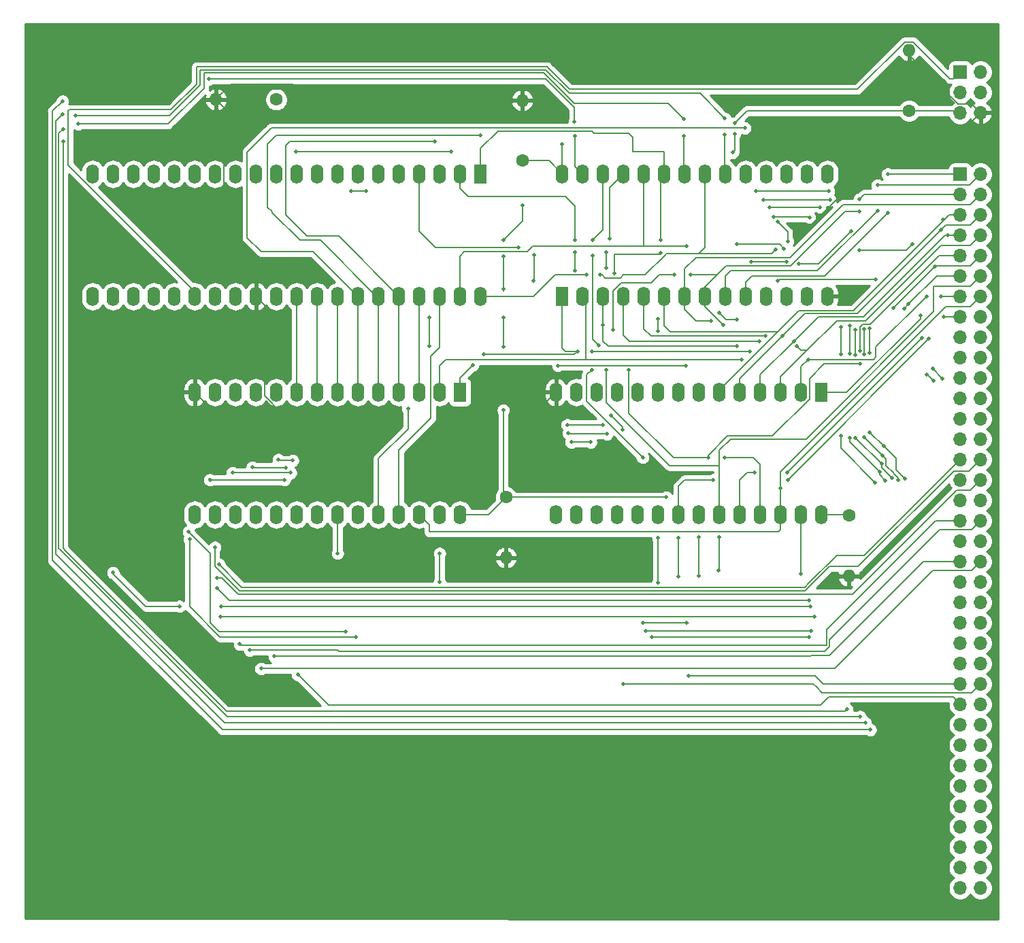
<source format=gbr>
G04 #@! TF.GenerationSoftware,KiCad,Pcbnew,(5.1.8)-1*
G04 #@! TF.CreationDate,2021-01-08T15:23:10-05:00*
G04 #@! TF.ProjectId,z80computer,7a383063-6f6d-4707-9574-65722e6b6963,rev?*
G04 #@! TF.SameCoordinates,Original*
G04 #@! TF.FileFunction,Copper,L1,Top*
G04 #@! TF.FilePolarity,Positive*
%FSLAX46Y46*%
G04 Gerber Fmt 4.6, Leading zero omitted, Abs format (unit mm)*
G04 Created by KiCad (PCBNEW (5.1.8)-1) date 2021-01-08 15:23:10*
%MOMM*%
%LPD*%
G01*
G04 APERTURE LIST*
G04 #@! TA.AperFunction,ComponentPad*
%ADD10O,1.600000X1.600000*%
G04 #@! TD*
G04 #@! TA.AperFunction,ComponentPad*
%ADD11C,1.600000*%
G04 #@! TD*
G04 #@! TA.AperFunction,ComponentPad*
%ADD12O,1.700000X1.700000*%
G04 #@! TD*
G04 #@! TA.AperFunction,ComponentPad*
%ADD13R,1.700000X1.700000*%
G04 #@! TD*
G04 #@! TA.AperFunction,ComponentPad*
%ADD14O,1.600000X2.400000*%
G04 #@! TD*
G04 #@! TA.AperFunction,ComponentPad*
%ADD15R,1.600000X2.400000*%
G04 #@! TD*
G04 #@! TA.AperFunction,ViaPad*
%ADD16C,0.508000*%
G04 #@! TD*
G04 #@! TA.AperFunction,Conductor*
%ADD17C,0.203200*%
G04 #@! TD*
G04 #@! TA.AperFunction,Conductor*
%ADD18C,0.254000*%
G04 #@! TD*
G04 #@! TA.AperFunction,Conductor*
%ADD19C,0.100000*%
G04 #@! TD*
G04 APERTURE END LIST*
D10*
G04 #@! TO.P,C5,2*
G04 #@! TO.N,/GND*
X179451000Y-30600000D03*
D11*
G04 #@! TO.P,C5,1*
G04 #@! TO.N,/VCC5*
X179451000Y-38100000D03*
G04 #@! TD*
D10*
G04 #@! TO.P,C4,2*
G04 #@! TO.N,/GND*
X220091000Y-89796000D03*
D11*
G04 #@! TO.P,C4,1*
G04 #@! TO.N,/VCC5*
X220091000Y-82296000D03*
G04 #@! TD*
D10*
G04 #@! TO.P,C3,2*
G04 #@! TO.N,/GND*
X227584000Y-24377000D03*
D11*
G04 #@! TO.P,C3,1*
G04 #@! TO.N,/VCC5*
X227584000Y-31877000D03*
G04 #@! TD*
D10*
G04 #@! TO.P,C2,2*
G04 #@! TO.N,/GND*
X141344000Y-30480000D03*
D11*
G04 #@! TO.P,C2,1*
G04 #@! TO.N,/VCC5*
X148844000Y-30480000D03*
G04 #@! TD*
D10*
G04 #@! TO.P,C1,2*
G04 #@! TO.N,/GND*
X177419000Y-87510000D03*
D11*
G04 #@! TO.P,C1,1*
G04 #@! TO.N,/VCC5*
X177419000Y-80010000D03*
G04 #@! TD*
D12*
G04 #@! TO.P,J2,6*
G04 #@! TO.N,/GND*
X236474000Y-32131000D03*
G04 #@! TO.P,J2,5*
G04 #@! TO.N,/VCC5*
X233934000Y-32131000D03*
G04 #@! TO.P,J2,4*
G04 #@! TO.N,/VCC3*
X236474000Y-29591000D03*
G04 #@! TO.P,J2,3*
G04 #@! TO.N,Net-(J2-Pad3)*
X233934000Y-29591000D03*
G04 #@! TO.P,J2,2*
G04 #@! TO.N,Net-(J2-Pad2)*
X236474000Y-27051000D03*
D13*
G04 #@! TO.P,J2,1*
G04 #@! TO.N,/RESET*
X233934000Y-27051000D03*
G04 #@! TD*
D12*
G04 #@! TO.P,J1,72*
G04 #@! TO.N,Net-(J1-Pad72)*
X236474000Y-128651000D03*
G04 #@! TO.P,J1,71*
G04 #@! TO.N,Net-(J1-Pad71)*
X233934000Y-128651000D03*
G04 #@! TO.P,J1,70*
G04 #@! TO.N,Net-(J1-Pad70)*
X236474000Y-126111000D03*
G04 #@! TO.P,J1,69*
G04 #@! TO.N,Net-(J1-Pad69)*
X233934000Y-126111000D03*
G04 #@! TO.P,J1,68*
G04 #@! TO.N,Net-(J1-Pad68)*
X236474000Y-123571000D03*
G04 #@! TO.P,J1,67*
G04 #@! TO.N,Net-(J1-Pad67)*
X233934000Y-123571000D03*
G04 #@! TO.P,J1,66*
G04 #@! TO.N,Net-(J1-Pad66)*
X236474000Y-121031000D03*
G04 #@! TO.P,J1,65*
G04 #@! TO.N,Net-(J1-Pad65)*
X233934000Y-121031000D03*
G04 #@! TO.P,J1,64*
G04 #@! TO.N,Net-(J1-Pad64)*
X236474000Y-118491000D03*
G04 #@! TO.P,J1,63*
G04 #@! TO.N,Net-(J1-Pad63)*
X233934000Y-118491000D03*
G04 #@! TO.P,J1,62*
G04 #@! TO.N,Net-(J1-Pad62)*
X236474000Y-115951000D03*
G04 #@! TO.P,J1,61*
G04 #@! TO.N,Net-(J1-Pad61)*
X233934000Y-115951000D03*
G04 #@! TO.P,J1,60*
G04 #@! TO.N,Net-(J1-Pad60)*
X236474000Y-113411000D03*
G04 #@! TO.P,J1,59*
G04 #@! TO.N,/A2CS*
X233934000Y-113411000D03*
G04 #@! TO.P,J1,58*
G04 #@! TO.N,/A2OE*
X236474000Y-110871000D03*
G04 #@! TO.P,J1,57*
G04 #@! TO.N,/A2WE*
X233934000Y-110871000D03*
G04 #@! TO.P,J1,56*
G04 #@! TO.N,Net-(J1-Pad56)*
X236474000Y-108331000D03*
G04 #@! TO.P,J1,55*
G04 #@! TO.N,Net-(J1-Pad55)*
X233934000Y-108331000D03*
G04 #@! TO.P,J1,54*
G04 #@! TO.N,Net-(J1-Pad54)*
X236474000Y-105791000D03*
G04 #@! TO.P,J1,53*
G04 #@! TO.N,/A1CS*
X233934000Y-105791000D03*
G04 #@! TO.P,J1,52*
G04 #@! TO.N,/A1OE*
X236474000Y-103251000D03*
G04 #@! TO.P,J1,51*
G04 #@! TO.N,/A1WE*
X233934000Y-103251000D03*
G04 #@! TO.P,J1,50*
G04 #@! TO.N,Net-(J1-Pad50)*
X236474000Y-100711000D03*
G04 #@! TO.P,J1,49*
G04 #@! TO.N,Net-(J1-Pad49)*
X233934000Y-100711000D03*
G04 #@! TO.P,J1,48*
G04 #@! TO.N,Net-(J1-Pad48)*
X236474000Y-98171000D03*
G04 #@! TO.P,J1,47*
G04 #@! TO.N,/OCS*
X233934000Y-98171000D03*
G04 #@! TO.P,J1,46*
G04 #@! TO.N,/OOE*
X236474000Y-95631000D03*
G04 #@! TO.P,J1,45*
G04 #@! TO.N,/OWE*
X233934000Y-95631000D03*
G04 #@! TO.P,J1,44*
G04 #@! TO.N,Net-(J1-Pad44)*
X236474000Y-93091000D03*
G04 #@! TO.P,J1,43*
G04 #@! TO.N,Net-(J1-Pad43)*
X233934000Y-93091000D03*
G04 #@! TO.P,J1,42*
G04 #@! TO.N,Net-(J1-Pad42)*
X236474000Y-90551000D03*
G04 #@! TO.P,J1,41*
G04 #@! TO.N,/CLK*
X233934000Y-90551000D03*
G04 #@! TO.P,J1,40*
G04 #@! TO.N,/NMI*
X236474000Y-88011000D03*
G04 #@! TO.P,J1,39*
G04 #@! TO.N,/INT*
X233934000Y-88011000D03*
G04 #@! TO.P,J1,38*
G04 #@! TO.N,/M1*
X236474000Y-85471000D03*
G04 #@! TO.P,J1,37*
G04 #@! TO.N,/RFSH*
X233934000Y-85471000D03*
G04 #@! TO.P,J1,36*
G04 #@! TO.N,/WAIT*
X236474000Y-82931000D03*
G04 #@! TO.P,J1,35*
G04 #@! TO.N,/HALT*
X233934000Y-82931000D03*
G04 #@! TO.P,J1,34*
G04 #@! TO.N,/RD*
X236474000Y-80391000D03*
G04 #@! TO.P,J1,33*
G04 #@! TO.N,/WR*
X233934000Y-80391000D03*
G04 #@! TO.P,J1,32*
G04 #@! TO.N,/MREQ*
X236474000Y-77851000D03*
G04 #@! TO.P,J1,31*
G04 #@! TO.N,/IORQ*
X233934000Y-77851000D03*
G04 #@! TO.P,J1,30*
G04 #@! TO.N,/BUSRQ*
X236474000Y-75311000D03*
G04 #@! TO.P,J1,29*
G04 #@! TO.N,/BUSACK*
X233934000Y-75311000D03*
G04 #@! TO.P,J1,28*
G04 #@! TO.N,Net-(J1-Pad28)*
X236474000Y-72771000D03*
G04 #@! TO.P,J1,27*
G04 #@! TO.N,Net-(J1-Pad27)*
X233934000Y-72771000D03*
G04 #@! TO.P,J1,26*
G04 #@! TO.N,/D7*
X236474000Y-70231000D03*
G04 #@! TO.P,J1,25*
G04 #@! TO.N,/D6*
X233934000Y-70231000D03*
G04 #@! TO.P,J1,24*
G04 #@! TO.N,/D5*
X236474000Y-67691000D03*
G04 #@! TO.P,J1,23*
G04 #@! TO.N,/D4*
X233934000Y-67691000D03*
G04 #@! TO.P,J1,22*
G04 #@! TO.N,/D3*
X236474000Y-65151000D03*
G04 #@! TO.P,J1,21*
G04 #@! TO.N,/D2*
X233934000Y-65151000D03*
G04 #@! TO.P,J1,20*
G04 #@! TO.N,/D1*
X236474000Y-62611000D03*
G04 #@! TO.P,J1,19*
G04 #@! TO.N,/D0*
X233934000Y-62611000D03*
G04 #@! TO.P,J1,18*
G04 #@! TO.N,Net-(J1-Pad18)*
X236474000Y-60071000D03*
G04 #@! TO.P,J1,17*
G04 #@! TO.N,Net-(J1-Pad17)*
X233934000Y-60071000D03*
G04 #@! TO.P,J1,16*
G04 #@! TO.N,/A15*
X236474000Y-57531000D03*
G04 #@! TO.P,J1,15*
G04 #@! TO.N,/A14*
X233934000Y-57531000D03*
G04 #@! TO.P,J1,14*
G04 #@! TO.N,/A13*
X236474000Y-54991000D03*
G04 #@! TO.P,J1,13*
G04 #@! TO.N,/A12*
X233934000Y-54991000D03*
G04 #@! TO.P,J1,12*
G04 #@! TO.N,/A11*
X236474000Y-52451000D03*
G04 #@! TO.P,J1,11*
G04 #@! TO.N,/A10*
X233934000Y-52451000D03*
G04 #@! TO.P,J1,10*
G04 #@! TO.N,/A9*
X236474000Y-49911000D03*
G04 #@! TO.P,J1,9*
G04 #@! TO.N,/A8*
X233934000Y-49911000D03*
G04 #@! TO.P,J1,8*
G04 #@! TO.N,/A7*
X236474000Y-47371000D03*
G04 #@! TO.P,J1,7*
G04 #@! TO.N,/A6*
X233934000Y-47371000D03*
G04 #@! TO.P,J1,6*
G04 #@! TO.N,/A5*
X236474000Y-44831000D03*
G04 #@! TO.P,J1,5*
G04 #@! TO.N,/A4*
X233934000Y-44831000D03*
G04 #@! TO.P,J1,4*
G04 #@! TO.N,/A3*
X236474000Y-42291000D03*
G04 #@! TO.P,J1,3*
G04 #@! TO.N,/A2*
X233934000Y-42291000D03*
G04 #@! TO.P,J1,2*
G04 #@! TO.N,/A1*
X236474000Y-39751000D03*
D13*
G04 #@! TO.P,J1,1*
G04 #@! TO.N,/A0*
X233934000Y-39751000D03*
G04 #@! TD*
D14*
G04 #@! TO.P,RAM2,28*
G04 #@! TO.N,/VCC5*
X216662000Y-82169000D03*
G04 #@! TO.P,RAM2,14*
G04 #@! TO.N,/GND*
X183642000Y-66929000D03*
G04 #@! TO.P,RAM2,27*
G04 #@! TO.N,/A2WE*
X214122000Y-82169000D03*
G04 #@! TO.P,RAM2,13*
G04 #@! TO.N,/D2*
X186182000Y-66929000D03*
G04 #@! TO.P,RAM2,26*
G04 #@! TO.N,/A13*
X211582000Y-82169000D03*
G04 #@! TO.P,RAM2,12*
G04 #@! TO.N,/D1*
X188722000Y-66929000D03*
G04 #@! TO.P,RAM2,25*
G04 #@! TO.N,/A8*
X209042000Y-82169000D03*
G04 #@! TO.P,RAM2,11*
G04 #@! TO.N,/D0*
X191262000Y-66929000D03*
G04 #@! TO.P,RAM2,24*
G04 #@! TO.N,/A9*
X206502000Y-82169000D03*
G04 #@! TO.P,RAM2,10*
G04 #@! TO.N,/A0*
X193802000Y-66929000D03*
G04 #@! TO.P,RAM2,23*
G04 #@! TO.N,/A11*
X203962000Y-82169000D03*
G04 #@! TO.P,RAM2,9*
G04 #@! TO.N,/A1*
X196342000Y-66929000D03*
G04 #@! TO.P,RAM2,22*
G04 #@! TO.N,/A2OE*
X201422000Y-82169000D03*
G04 #@! TO.P,RAM2,8*
G04 #@! TO.N,/A2*
X198882000Y-66929000D03*
G04 #@! TO.P,RAM2,21*
G04 #@! TO.N,/A10*
X198882000Y-82169000D03*
G04 #@! TO.P,RAM2,7*
G04 #@! TO.N,/A3*
X201422000Y-66929000D03*
G04 #@! TO.P,RAM2,20*
G04 #@! TO.N,/A2CS*
X196342000Y-82169000D03*
G04 #@! TO.P,RAM2,6*
G04 #@! TO.N,/A4*
X203962000Y-66929000D03*
G04 #@! TO.P,RAM2,19*
G04 #@! TO.N,/D7*
X193802000Y-82169000D03*
G04 #@! TO.P,RAM2,5*
G04 #@! TO.N,/A5*
X206502000Y-66929000D03*
G04 #@! TO.P,RAM2,18*
G04 #@! TO.N,/D6*
X191262000Y-82169000D03*
G04 #@! TO.P,RAM2,4*
G04 #@! TO.N,/A6*
X209042000Y-66929000D03*
G04 #@! TO.P,RAM2,17*
G04 #@! TO.N,/D5*
X188722000Y-82169000D03*
G04 #@! TO.P,RAM2,3*
G04 #@! TO.N,/A7*
X211582000Y-66929000D03*
G04 #@! TO.P,RAM2,16*
G04 #@! TO.N,/D4*
X186182000Y-82169000D03*
G04 #@! TO.P,RAM2,2*
G04 #@! TO.N,/A12*
X214122000Y-66929000D03*
G04 #@! TO.P,RAM2,15*
G04 #@! TO.N,/D3*
X183642000Y-82169000D03*
D15*
G04 #@! TO.P,RAM2,1*
G04 #@! TO.N,/A14*
X216662000Y-66929000D03*
G04 #@! TD*
D14*
G04 #@! TO.P,U4,40*
G04 #@! TO.N,/A10*
X174244000Y-54991000D03*
G04 #@! TO.P,U4,20*
G04 #@! TO.N,/IORQ*
X125984000Y-39751000D03*
G04 #@! TO.P,U4,39*
G04 #@! TO.N,/A9*
X171704000Y-54991000D03*
G04 #@! TO.P,U4,19*
G04 #@! TO.N,/MREQ*
X128524000Y-39751000D03*
G04 #@! TO.P,U4,38*
G04 #@! TO.N,/A8*
X169164000Y-54991000D03*
G04 #@! TO.P,U4,18*
G04 #@! TO.N,/HALT*
X131064000Y-39751000D03*
G04 #@! TO.P,U4,37*
G04 #@! TO.N,/A7*
X166624000Y-54991000D03*
G04 #@! TO.P,U4,17*
G04 #@! TO.N,/NMI*
X133604000Y-39751000D03*
G04 #@! TO.P,U4,36*
G04 #@! TO.N,/A6*
X164084000Y-54991000D03*
G04 #@! TO.P,U4,16*
G04 #@! TO.N,/INT*
X136144000Y-39751000D03*
G04 #@! TO.P,U4,35*
G04 #@! TO.N,/A5*
X161544000Y-54991000D03*
G04 #@! TO.P,U4,15*
G04 #@! TO.N,/D1*
X138684000Y-39751000D03*
G04 #@! TO.P,U4,34*
G04 #@! TO.N,/A4*
X159004000Y-54991000D03*
G04 #@! TO.P,U4,14*
G04 #@! TO.N,/D0*
X141224000Y-39751000D03*
G04 #@! TO.P,U4,33*
G04 #@! TO.N,/A3*
X156464000Y-54991000D03*
G04 #@! TO.P,U4,13*
G04 #@! TO.N,/D7*
X143764000Y-39751000D03*
G04 #@! TO.P,U4,32*
G04 #@! TO.N,/A2*
X153924000Y-54991000D03*
G04 #@! TO.P,U4,12*
G04 #@! TO.N,/D2*
X146304000Y-39751000D03*
G04 #@! TO.P,U4,31*
G04 #@! TO.N,/A1*
X151384000Y-54991000D03*
G04 #@! TO.P,U4,11*
G04 #@! TO.N,/VCC5*
X148844000Y-39751000D03*
G04 #@! TO.P,U4,30*
G04 #@! TO.N,/A0*
X148844000Y-54991000D03*
G04 #@! TO.P,U4,10*
G04 #@! TO.N,/D6*
X151384000Y-39751000D03*
G04 #@! TO.P,U4,29*
G04 #@! TO.N,/GND*
X146304000Y-54991000D03*
G04 #@! TO.P,U4,9*
G04 #@! TO.N,/D5*
X153924000Y-39751000D03*
G04 #@! TO.P,U4,28*
G04 #@! TO.N,/RFSH*
X143764000Y-54991000D03*
G04 #@! TO.P,U4,8*
G04 #@! TO.N,/D3*
X156464000Y-39751000D03*
G04 #@! TO.P,U4,27*
G04 #@! TO.N,/M1*
X141224000Y-54991000D03*
G04 #@! TO.P,U4,7*
G04 #@! TO.N,/D4*
X159004000Y-39751000D03*
G04 #@! TO.P,U4,26*
G04 #@! TO.N,/RESET*
X138684000Y-54991000D03*
G04 #@! TO.P,U4,6*
G04 #@! TO.N,/CLK*
X161544000Y-39751000D03*
G04 #@! TO.P,U4,25*
G04 #@! TO.N,/BUSRQ*
X136144000Y-54991000D03*
G04 #@! TO.P,U4,5*
G04 #@! TO.N,/A15*
X164084000Y-39751000D03*
G04 #@! TO.P,U4,24*
G04 #@! TO.N,/WAIT*
X133604000Y-54991000D03*
G04 #@! TO.P,U4,4*
G04 #@! TO.N,/A14*
X166624000Y-39751000D03*
G04 #@! TO.P,U4,23*
G04 #@! TO.N,/BUSACK*
X131064000Y-54991000D03*
G04 #@! TO.P,U4,3*
G04 #@! TO.N,/A13*
X169164000Y-39751000D03*
G04 #@! TO.P,U4,22*
G04 #@! TO.N,/WR*
X128524000Y-54991000D03*
G04 #@! TO.P,U4,2*
G04 #@! TO.N,/A12*
X171704000Y-39751000D03*
G04 #@! TO.P,U4,21*
G04 #@! TO.N,/RD*
X125984000Y-54991000D03*
D15*
G04 #@! TO.P,U4,1*
G04 #@! TO.N,/A11*
X174244000Y-39751000D03*
G04 #@! TD*
D14*
G04 #@! TO.P,ROM1,28*
G04 #@! TO.N,/VCC5*
X184404000Y-39751000D03*
G04 #@! TO.P,ROM1,14*
G04 #@! TO.N,/GND*
X217424000Y-54991000D03*
G04 #@! TO.P,ROM1,27*
G04 #@! TO.N,/OWE*
X186944000Y-39751000D03*
G04 #@! TO.P,ROM1,13*
G04 #@! TO.N,/D2*
X214884000Y-54991000D03*
G04 #@! TO.P,ROM1,26*
G04 #@! TO.N,/A13*
X189484000Y-39751000D03*
G04 #@! TO.P,ROM1,12*
G04 #@! TO.N,/D1*
X212344000Y-54991000D03*
G04 #@! TO.P,ROM1,25*
G04 #@! TO.N,/A8*
X192024000Y-39751000D03*
G04 #@! TO.P,ROM1,11*
G04 #@! TO.N,/D0*
X209804000Y-54991000D03*
G04 #@! TO.P,ROM1,24*
G04 #@! TO.N,/A9*
X194564000Y-39751000D03*
G04 #@! TO.P,ROM1,10*
G04 #@! TO.N,/A0*
X207264000Y-54991000D03*
G04 #@! TO.P,ROM1,23*
G04 #@! TO.N,/A11*
X197104000Y-39751000D03*
G04 #@! TO.P,ROM1,9*
G04 #@! TO.N,/A1*
X204724000Y-54991000D03*
G04 #@! TO.P,ROM1,22*
G04 #@! TO.N,/OOE*
X199644000Y-39751000D03*
G04 #@! TO.P,ROM1,8*
G04 #@! TO.N,/A2*
X202184000Y-54991000D03*
G04 #@! TO.P,ROM1,21*
G04 #@! TO.N,/A10*
X202184000Y-39751000D03*
G04 #@! TO.P,ROM1,7*
G04 #@! TO.N,/A3*
X199644000Y-54991000D03*
G04 #@! TO.P,ROM1,20*
G04 #@! TO.N,/OCS*
X204724000Y-39751000D03*
G04 #@! TO.P,ROM1,6*
G04 #@! TO.N,/A4*
X197104000Y-54991000D03*
G04 #@! TO.P,ROM1,19*
G04 #@! TO.N,/D7*
X207264000Y-39751000D03*
G04 #@! TO.P,ROM1,5*
G04 #@! TO.N,/A5*
X194564000Y-54991000D03*
G04 #@! TO.P,ROM1,18*
G04 #@! TO.N,/D6*
X209804000Y-39751000D03*
G04 #@! TO.P,ROM1,4*
G04 #@! TO.N,/A6*
X192024000Y-54991000D03*
G04 #@! TO.P,ROM1,17*
G04 #@! TO.N,/D5*
X212344000Y-39751000D03*
G04 #@! TO.P,ROM1,3*
G04 #@! TO.N,/A7*
X189484000Y-54991000D03*
G04 #@! TO.P,ROM1,16*
G04 #@! TO.N,/D4*
X214884000Y-39751000D03*
G04 #@! TO.P,ROM1,2*
G04 #@! TO.N,/A12*
X186944000Y-54991000D03*
G04 #@! TO.P,ROM1,15*
G04 #@! TO.N,/D3*
X217424000Y-39751000D03*
D15*
G04 #@! TO.P,ROM1,1*
G04 #@! TO.N,/A14*
X184404000Y-54991000D03*
G04 #@! TD*
D14*
G04 #@! TO.P,RAM1,28*
G04 #@! TO.N,/VCC5*
X171704000Y-82169000D03*
G04 #@! TO.P,RAM1,14*
G04 #@! TO.N,/GND*
X138684000Y-66929000D03*
G04 #@! TO.P,RAM1,27*
G04 #@! TO.N,/A1WE*
X169164000Y-82169000D03*
G04 #@! TO.P,RAM1,13*
G04 #@! TO.N,/D2*
X141224000Y-66929000D03*
G04 #@! TO.P,RAM1,26*
G04 #@! TO.N,/A13*
X166624000Y-82169000D03*
G04 #@! TO.P,RAM1,12*
G04 #@! TO.N,/D1*
X143764000Y-66929000D03*
G04 #@! TO.P,RAM1,25*
G04 #@! TO.N,/A8*
X164084000Y-82169000D03*
G04 #@! TO.P,RAM1,11*
G04 #@! TO.N,/D0*
X146304000Y-66929000D03*
G04 #@! TO.P,RAM1,24*
G04 #@! TO.N,/A9*
X161544000Y-82169000D03*
G04 #@! TO.P,RAM1,10*
G04 #@! TO.N,/A0*
X148844000Y-66929000D03*
G04 #@! TO.P,RAM1,23*
G04 #@! TO.N,/A11*
X159004000Y-82169000D03*
G04 #@! TO.P,RAM1,9*
G04 #@! TO.N,/A1*
X151384000Y-66929000D03*
G04 #@! TO.P,RAM1,22*
G04 #@! TO.N,/A1OE*
X156464000Y-82169000D03*
G04 #@! TO.P,RAM1,8*
G04 #@! TO.N,/A2*
X153924000Y-66929000D03*
G04 #@! TO.P,RAM1,21*
G04 #@! TO.N,/A10*
X153924000Y-82169000D03*
G04 #@! TO.P,RAM1,7*
G04 #@! TO.N,/A3*
X156464000Y-66929000D03*
G04 #@! TO.P,RAM1,20*
G04 #@! TO.N,/A1CS*
X151384000Y-82169000D03*
G04 #@! TO.P,RAM1,6*
G04 #@! TO.N,/A4*
X159004000Y-66929000D03*
G04 #@! TO.P,RAM1,19*
G04 #@! TO.N,/D7*
X148844000Y-82169000D03*
G04 #@! TO.P,RAM1,5*
G04 #@! TO.N,/A5*
X161544000Y-66929000D03*
G04 #@! TO.P,RAM1,18*
G04 #@! TO.N,/D6*
X146304000Y-82169000D03*
G04 #@! TO.P,RAM1,4*
G04 #@! TO.N,/A6*
X164084000Y-66929000D03*
G04 #@! TO.P,RAM1,17*
G04 #@! TO.N,/D5*
X143764000Y-82169000D03*
G04 #@! TO.P,RAM1,3*
G04 #@! TO.N,/A7*
X166624000Y-66929000D03*
G04 #@! TO.P,RAM1,16*
G04 #@! TO.N,/D4*
X141224000Y-82169000D03*
G04 #@! TO.P,RAM1,2*
G04 #@! TO.N,/A12*
X169164000Y-66929000D03*
G04 #@! TO.P,RAM1,15*
G04 #@! TO.N,/D3*
X138684000Y-82169000D03*
D15*
G04 #@! TO.P,RAM1,1*
G04 #@! TO.N,/A14*
X171704000Y-66929000D03*
G04 #@! TD*
D16*
G04 #@! TO.N,/A13*
X211582000Y-78867000D03*
X194437000Y-75057000D03*
X188214000Y-48006000D03*
X188214000Y-49911000D03*
X188214000Y-49911000D03*
X188214000Y-49911000D03*
X188214000Y-49911000D03*
X188976000Y-61087000D03*
X188087000Y-64135000D03*
G04 #@! TO.N,/A8*
X221449901Y-61760099D03*
X221449901Y-63411099D03*
X202565000Y-75057000D03*
X202565000Y-75057000D03*
X204597000Y-75057000D03*
X192722590Y-64135000D03*
X189865000Y-51435000D03*
X189865000Y-51435000D03*
X189865000Y-51435000D03*
X189865000Y-49530000D03*
X190309500Y-47815500D03*
G04 #@! TO.N,/A9*
X225615500Y-56451500D03*
X229171500Y-60134500D03*
X212407500Y-76898500D03*
X208343500Y-76898500D03*
X199898000Y-48768000D03*
X206121000Y-48514000D03*
X212026500Y-49085500D03*
X213868000Y-50927000D03*
X220345000Y-46863000D03*
X221424500Y-49212500D03*
X230822500Y-51244500D03*
X228028500Y-48450500D03*
X167894000Y-57658000D03*
X167894000Y-61214000D03*
X165227000Y-68961000D03*
G04 #@! TO.N,/A0*
X224917000Y-39751000D03*
X224917000Y-44577000D03*
G04 #@! TO.N,/A11*
X189865000Y-64135000D03*
X190944590Y-52133590D03*
X196659500Y-49593500D03*
X196659500Y-47942500D03*
X203962000Y-84963000D03*
X203835000Y-89154000D03*
G04 #@! TO.N,/A1*
X223647000Y-41148000D03*
X223647000Y-44323000D03*
X196342000Y-59309000D03*
X196342000Y-57785000D03*
X189484000Y-70993000D03*
X185039000Y-70993000D03*
X191897000Y-71628000D03*
X190500000Y-69850000D03*
G04 #@! TO.N,/A2*
X221424500Y-42862500D03*
X221424500Y-44386500D03*
X204470000Y-58547000D03*
X200406000Y-52324000D03*
X198374000Y-52324000D03*
X190754000Y-59182000D03*
G04 #@! TO.N,/A10*
X226949000Y-56515000D03*
X230060500Y-60261500D03*
X212471000Y-77851000D03*
X203200000Y-77851000D03*
X227520500Y-55943500D03*
X223456500Y-52895500D03*
X210947000Y-49149000D03*
X198882000Y-85090000D03*
X198882000Y-89916000D03*
X189103000Y-52324000D03*
X187452000Y-52324000D03*
X211201000Y-53086000D03*
G04 #@! TO.N,/A3*
X206184500Y-57848500D03*
X203962000Y-57023000D03*
X202946000Y-58039000D03*
X183896000Y-63627000D03*
X199771000Y-63627000D03*
G04 #@! TO.N,/A4*
X231775000Y-45466000D03*
X207137010Y-34035990D03*
G04 #@! TO.N,/A5*
X211836000Y-59944000D03*
X209677000Y-59944000D03*
X174244000Y-34925000D03*
X231584500Y-46672500D03*
G04 #@! TO.N,/A6*
X213233000Y-60579000D03*
X208915000Y-60579000D03*
X232410000Y-47371000D03*
X168529000Y-35687000D03*
G04 #@! TO.N,/A7*
X213614000Y-61214000D03*
X213614000Y-61214000D03*
X206121000Y-61214000D03*
X189484000Y-58547000D03*
G04 #@! TO.N,/A12*
X231521000Y-54991000D03*
X229743000Y-54991000D03*
X215011000Y-62865000D03*
X206756000Y-62865000D03*
X185991500Y-47942500D03*
X185991500Y-49466500D03*
X185991500Y-51752500D03*
G04 #@! TO.N,/A14*
X231902000Y-57531000D03*
X228981000Y-57404000D03*
X207772000Y-61849000D03*
X188087000Y-61849000D03*
X186309000Y-61849000D03*
X173291500Y-63563500D03*
X174625000Y-62230000D03*
X178943000Y-48895000D03*
X180911500Y-49847500D03*
X180848000Y-53086000D03*
G04 #@! TO.N,/D7*
X223329500Y-78168500D03*
X219075000Y-72390000D03*
X219075000Y-62230000D03*
X219075000Y-58801000D03*
G04 #@! TO.N,/D6*
X223901000Y-76835000D03*
X224599500Y-77914500D03*
X150876000Y-75438000D03*
X149098000Y-75311000D03*
X220218000Y-72644000D03*
X220218000Y-62103000D03*
X220218000Y-58674000D03*
X215201500Y-45148500D03*
X210693000Y-45085000D03*
G04 #@! TO.N,/D5*
X224155000Y-75819000D03*
X225425000Y-77597000D03*
X225425000Y-77597000D03*
X149987000Y-76327000D03*
X145859500Y-76263500D03*
X220916500Y-72580500D03*
X220916500Y-62293500D03*
X220853000Y-59182000D03*
X216471500Y-43878500D03*
X210248500Y-43878500D03*
G04 #@! TO.N,/D4*
X224282000Y-74803000D03*
X226187000Y-77851000D03*
X150622000Y-76962000D03*
X143383000Y-76962000D03*
X221996000Y-72517000D03*
X221996000Y-62230000D03*
X221996000Y-59055000D03*
X217741500Y-42989500D03*
X217741500Y-42989500D03*
X209486500Y-42989500D03*
G04 #@! TO.N,/D3*
X224409000Y-73660000D03*
X227076000Y-77724000D03*
X149860000Y-77851000D03*
X140589000Y-77851000D03*
X222694500Y-71945500D03*
X222694500Y-62039500D03*
X222694500Y-58991500D03*
X217551000Y-41910000D03*
X208534000Y-41910000D03*
X160020000Y-41910000D03*
X158115000Y-41910000D03*
G04 #@! TO.N,/D2*
X231711500Y-65214500D03*
X230505000Y-64008000D03*
X212471000Y-48133000D03*
X211201000Y-45720000D03*
G04 #@! TO.N,/D1*
X187960000Y-73152000D03*
X185547000Y-73152000D03*
X230632000Y-65532000D03*
X229743000Y-64770000D03*
X212344000Y-50673000D03*
X207899000Y-50673000D03*
G04 #@! TO.N,/D0*
X189992000Y-72136000D03*
X185166000Y-72009000D03*
G04 #@! TO.N,/A2CS*
X196342000Y-85090000D03*
X196342000Y-90678000D03*
G04 #@! TO.N,/A2OE*
X201422000Y-84963000D03*
X201422000Y-89789000D03*
G04 #@! TO.N,/A2WE*
X214122000Y-89535000D03*
G04 #@! TO.N,/A1CS*
X151511000Y-102108000D03*
G04 #@! TO.N,/A1OE*
X156464000Y-86995000D03*
X192024000Y-103251000D03*
G04 #@! TO.N,/A1WE*
X169164000Y-86995000D03*
X169164000Y-90551000D03*
X200152000Y-102235000D03*
X194437000Y-95631000D03*
X199898000Y-95631000D03*
X200152000Y-102235000D03*
G04 #@! TO.N,/OCS*
X222758000Y-108966000D03*
X204660500Y-32829500D03*
X204660500Y-34861500D03*
X122237500Y-30670500D03*
X123825000Y-32512000D03*
G04 #@! TO.N,/OOE*
X222123000Y-108077000D03*
X199517000Y-32893000D03*
X199517000Y-35052000D03*
X122237500Y-32321500D03*
X124206000Y-33528000D03*
X124206000Y-33528000D03*
G04 #@! TO.N,/OWE*
X221488000Y-107315000D03*
X185928000Y-33274000D03*
X185991500Y-34988500D03*
X122301000Y-34163000D03*
X140462000Y-27940000D03*
G04 #@! TO.N,/CLK*
X219837000Y-106426000D03*
X122301000Y-35687000D03*
G04 #@! TO.N,/NMI*
X146939000Y-101346000D03*
G04 #@! TO.N,/INT*
X148590000Y-99822000D03*
G04 #@! TO.N,/M1*
X215138000Y-97409000D03*
X195580000Y-97409000D03*
X158750000Y-97409000D03*
X138049000Y-85217000D03*
G04 #@! TO.N,/RFSH*
X215392000Y-96647000D03*
X194818000Y-96647000D03*
X157480000Y-96774000D03*
X137922000Y-84328000D03*
G04 #@! TO.N,/WAIT*
X145542000Y-99060000D03*
G04 #@! TO.N,/HALT*
X144272000Y-98298000D03*
G04 #@! TO.N,/RD*
X215773000Y-94869000D03*
X141859000Y-94869000D03*
G04 #@! TO.N,/WR*
X215265000Y-93599000D03*
X141986000Y-93599000D03*
X136779000Y-93599000D03*
X128524000Y-89408000D03*
G04 #@! TO.N,/MREQ*
X141478000Y-90043000D03*
G04 #@! TO.N,/IORQ*
X215138000Y-92837000D03*
X141478000Y-91313000D03*
G04 #@! TO.N,/BUSRQ*
X141198599Y-86233000D03*
G04 #@! TO.N,/BUSACK*
X141732000Y-88392000D03*
G04 #@! TO.N,/GND*
X179832000Y-78994000D03*
X159893000Y-78867000D03*
X213804500Y-47688500D03*
G04 #@! TO.N,/VCC5*
X205867000Y-33401000D03*
X205867000Y-34798000D03*
X205613000Y-37084000D03*
X184404000Y-36068000D03*
X170561000Y-36957000D03*
X151257000Y-36957000D03*
X179451000Y-43688000D03*
X177101500Y-47942500D03*
X177101500Y-49974500D03*
X177101500Y-54038500D03*
X177101500Y-57594500D03*
X177101500Y-61277500D03*
X177101500Y-69151500D03*
X197358000Y-80010000D03*
G04 #@! TD*
D17*
G04 #@! TO.N,/A13*
X236474000Y-54991000D02*
X235204000Y-56261000D01*
X235204000Y-56261000D02*
X232156000Y-56261000D01*
X211582000Y-76835000D02*
X211582000Y-78867000D01*
X232156000Y-56261000D02*
X211582000Y-76835000D01*
X211582000Y-78867000D02*
X211582000Y-82169000D01*
X189484000Y-39751000D02*
X189484000Y-46736000D01*
X189484000Y-46736000D02*
X188214000Y-48006000D01*
X188214000Y-48006000D02*
X188214000Y-48006000D01*
X188214000Y-49911000D02*
X188214000Y-60325000D01*
X188214000Y-60325000D02*
X188976000Y-61087000D01*
X188976000Y-61087000D02*
X188976000Y-61087000D01*
X211328000Y-84328000D02*
X211582000Y-84074000D01*
X210820000Y-84328000D02*
X211328000Y-84328000D01*
X211582000Y-82169000D02*
X211582000Y-84074000D01*
X167894000Y-83439000D02*
X166624000Y-82169000D01*
X167894000Y-84328000D02*
X167894000Y-83439000D01*
X210820000Y-84328000D02*
X167894000Y-84328000D01*
X188595000Y-69215000D02*
X194437000Y-75057000D01*
X187452000Y-64770000D02*
X187452000Y-68072000D01*
X187452000Y-68072000D02*
X188595000Y-69215000D01*
X188087000Y-64135000D02*
X187452000Y-64770000D01*
G04 #@! TO.N,/A8*
X233934000Y-49911000D02*
X231267000Y-49911000D01*
X221449901Y-58811665D02*
X221449901Y-61633099D01*
X221803467Y-58458099D02*
X221449901Y-58811665D01*
X222719901Y-58458099D02*
X221803467Y-58458099D01*
X231267000Y-49911000D02*
X222719901Y-58458099D01*
X221449901Y-61633099D02*
X221361000Y-61722000D01*
X221449901Y-61633099D02*
X221449901Y-61760099D01*
X221449901Y-63411099D02*
X217004901Y-63411099D01*
X215201410Y-67776106D02*
X210587526Y-72389990D01*
X215201410Y-65214590D02*
X215201410Y-67776106D01*
X217004901Y-63411099D02*
X215201410Y-65214590D01*
X204978010Y-72389990D02*
X202565000Y-74803000D01*
X202565000Y-74803000D02*
X202565000Y-75057000D01*
X202565000Y-75057000D02*
X202565000Y-75057000D01*
X209042000Y-82169000D02*
X209042000Y-75946000D01*
X208153000Y-75057000D02*
X204597000Y-75057000D01*
X209042000Y-75946000D02*
X208153000Y-75057000D01*
X210587526Y-72389990D02*
X205231990Y-72389990D01*
X205231990Y-72389990D02*
X204978010Y-72389990D01*
X192722590Y-64135000D02*
X192722590Y-64135000D01*
X189865000Y-51435000D02*
X189865000Y-49530000D01*
X189865000Y-49530000D02*
X189865000Y-49530000D01*
X190309500Y-41465500D02*
X192024000Y-39751000D01*
X190309500Y-47815500D02*
X190309500Y-41465500D01*
X202565000Y-75057000D02*
X198247000Y-75057000D01*
X192722590Y-69532590D02*
X192722590Y-64135000D01*
X198247000Y-75057000D02*
X192722590Y-69532590D01*
X169164000Y-54991000D02*
X169164000Y-61341000D01*
X168084590Y-62420410D02*
X168084590Y-70167410D01*
X169164000Y-61341000D02*
X168084590Y-62420410D01*
X164084000Y-74168000D02*
X164084000Y-82169000D01*
X168084590Y-70167410D02*
X164084000Y-74168000D01*
G04 #@! TO.N,/A9*
X236474000Y-49911000D02*
X235204000Y-51181000D01*
X235204000Y-51181000D02*
X230886000Y-51181000D01*
X230886000Y-51181000D02*
X230822500Y-51244500D01*
X225615500Y-56451500D02*
X225552000Y-56515000D01*
X229171500Y-60134500D02*
X212407500Y-76898500D01*
X208343500Y-76898500D02*
X207454500Y-76898500D01*
X206502000Y-77851000D02*
X206502000Y-82169000D01*
X207454500Y-76898500D02*
X206502000Y-77851000D01*
X194564000Y-47244000D02*
X194564000Y-48768000D01*
X194564000Y-39751000D02*
X194564000Y-47244000D01*
X194564000Y-47244000D02*
X194564000Y-47371000D01*
X212026500Y-49085500D02*
X212090000Y-49149000D01*
X220345000Y-46863000D02*
X220472000Y-46736000D01*
X230822500Y-51244500D02*
X225615500Y-56451500D01*
X227266500Y-49212500D02*
X228028500Y-48450500D01*
X221424500Y-49212500D02*
X227266500Y-49212500D01*
X216789000Y-50419000D02*
X220345000Y-46863000D01*
X216281000Y-50927000D02*
X216789000Y-50419000D01*
X213868000Y-50927000D02*
X216281000Y-50927000D01*
X207137000Y-48514000D02*
X206121000Y-48514000D01*
X211455000Y-48514000D02*
X207137000Y-48514000D01*
X212026500Y-49085500D02*
X211455000Y-48514000D01*
X167894000Y-57658000D02*
X167894000Y-61214000D01*
X167894000Y-61214000D02*
X167894000Y-61214000D01*
X165227000Y-68961000D02*
X165227000Y-71501000D01*
X161544000Y-75184000D02*
X161544000Y-82169000D01*
X165227000Y-71501000D02*
X161544000Y-75184000D01*
X194564000Y-48768000D02*
X180721000Y-48768000D01*
X171704000Y-51943000D02*
X171704000Y-54991000D01*
X179199033Y-49428401D02*
X172237401Y-49428401D01*
X179224434Y-49403000D02*
X179199033Y-49428401D01*
X180086000Y-49403000D02*
X179224434Y-49403000D01*
X180086000Y-49403000D02*
X180721000Y-48768000D01*
X171704000Y-49961802D02*
X171704000Y-51943000D01*
X172237401Y-49428401D02*
X171704000Y-49961802D01*
X197485000Y-48768000D02*
X199898000Y-48768000D01*
X194564000Y-48768000D02*
X197485000Y-48768000D01*
G04 #@! TO.N,/A0*
X233934000Y-39751000D02*
X224917000Y-39751000D01*
X224917000Y-39751000D02*
X224790000Y-39751000D01*
X224917000Y-44577000D02*
X217043000Y-52451000D01*
X207264000Y-53213000D02*
X208026000Y-52451000D01*
X207264000Y-54991000D02*
X207264000Y-53213000D01*
X217043000Y-52451000D02*
X208026000Y-52451000D01*
G04 #@! TO.N,/A11*
X205359000Y-72771000D02*
X203962000Y-74168000D01*
X230632000Y-56896000D02*
X214757000Y-72771000D01*
X214757000Y-72771000D02*
X205359000Y-72771000D01*
X230632000Y-53721000D02*
X230632000Y-56896000D01*
X235204000Y-53721000D02*
X230632000Y-53721000D01*
X236474000Y-52451000D02*
X235204000Y-53721000D01*
X203962000Y-76073000D02*
X197739000Y-76073000D01*
X203962000Y-74168000D02*
X203962000Y-76073000D01*
X203962000Y-76073000D02*
X203962000Y-82169000D01*
X197739000Y-76073000D02*
X189865000Y-68199000D01*
X189865000Y-68199000D02*
X189865000Y-64008000D01*
X190944590Y-49720590D02*
X196532410Y-49720590D01*
X190944590Y-52133590D02*
X190944590Y-49720590D01*
X196532410Y-49720590D02*
X196659500Y-49593500D01*
X196659500Y-49593500D02*
X196723000Y-49530000D01*
X196659500Y-40195500D02*
X197104000Y-39751000D01*
X196659500Y-47942500D02*
X196659500Y-40195500D01*
X203962000Y-84963000D02*
X203962000Y-89027000D01*
X203962000Y-89027000D02*
X203835000Y-89154000D01*
X203835000Y-89154000D02*
X203835000Y-89154000D01*
X188341000Y-34671000D02*
X188087000Y-34417000D01*
X174244000Y-36576000D02*
X174244000Y-39751000D01*
X176403000Y-34417000D02*
X174244000Y-36576000D01*
X192659000Y-34671000D02*
X188341000Y-34671000D01*
X193167000Y-35179000D02*
X192659000Y-34671000D01*
X188087000Y-34417000D02*
X176403000Y-34417000D01*
X193167000Y-36957000D02*
X193167000Y-35179000D01*
X197104000Y-36957000D02*
X193167000Y-36957000D01*
X197104000Y-39751000D02*
X197104000Y-36957000D01*
G04 #@! TO.N,/A1*
X236474000Y-39751000D02*
X235077000Y-41148000D01*
X235077000Y-41148000D02*
X223647000Y-41148000D01*
X223647000Y-41148000D02*
X223647000Y-41148000D01*
X223647000Y-44323000D02*
X216154000Y-51816000D01*
X216154000Y-51816000D02*
X205359000Y-51816000D01*
X204724000Y-52451000D02*
X204724000Y-54991000D01*
X205359000Y-51816000D02*
X204724000Y-52451000D01*
X196342000Y-59309000D02*
X196342000Y-58166000D01*
X196342000Y-58166000D02*
X196342000Y-57785000D01*
X196342000Y-57785000D02*
X196342000Y-57785000D01*
X189484000Y-70993000D02*
X185039000Y-70993000D01*
X185039000Y-70993000D02*
X184912000Y-71120000D01*
X185039000Y-70993000D02*
X185039000Y-70993000D01*
X151384000Y-66929000D02*
X151384000Y-54991000D01*
X191897000Y-71247000D02*
X190500000Y-69850000D01*
X191897000Y-71628000D02*
X191897000Y-71247000D01*
G04 #@! TO.N,/A2*
X233934000Y-42291000D02*
X222885000Y-42291000D01*
X222885000Y-42291000D02*
X222504000Y-42291000D01*
X222504000Y-42291000D02*
X221996000Y-42291000D01*
X221996000Y-42291000D02*
X221424500Y-42862500D01*
X221424500Y-42862500D02*
X221361000Y-42926000D01*
X219773500Y-44386500D02*
X219646500Y-44386500D01*
X221424500Y-44386500D02*
X219773500Y-44386500D01*
X212826599Y-51206401D02*
X204825599Y-51206401D01*
X219646500Y-44386500D02*
X212826599Y-51206401D01*
X202184000Y-53848000D02*
X202184000Y-54991000D01*
X202184000Y-54991000D02*
X202184000Y-56261000D01*
X202184000Y-56261000D02*
X204470000Y-58547000D01*
X204470000Y-58547000D02*
X204470000Y-58547000D01*
X153924000Y-66929000D02*
X153924000Y-54991000D01*
X203708000Y-52324000D02*
X200406000Y-52324000D01*
X204825599Y-51206401D02*
X203708000Y-52324000D01*
X203708000Y-52324000D02*
X202184000Y-53848000D01*
X200406000Y-52324000D02*
X200279000Y-52324000D01*
X198374000Y-52324000D02*
X196469000Y-52324000D01*
X196469000Y-52324000D02*
X195453000Y-53340000D01*
X191748484Y-53340000D02*
X190754000Y-54334484D01*
X195453000Y-53340000D02*
X191748484Y-53340000D01*
X190754000Y-54334484D02*
X190754000Y-58039000D01*
X190754000Y-58039000D02*
X190754000Y-58039000D01*
X190754000Y-58039000D02*
X190754000Y-59182000D01*
G04 #@! TO.N,/A10*
X233934000Y-52451000D02*
X231013000Y-52451000D01*
X231013000Y-52451000D02*
X227520500Y-55943500D01*
X226949000Y-56515000D02*
X226949000Y-56515000D01*
X230060500Y-60261500D02*
X212471000Y-77851000D01*
X212471000Y-77851000D02*
X212471000Y-77978000D01*
X212471000Y-77851000D02*
X212471000Y-77851000D01*
X203200000Y-77851000D02*
X199644000Y-77851000D01*
X198882000Y-78613000D02*
X198882000Y-82169000D01*
X199644000Y-77851000D02*
X198882000Y-78613000D01*
X227520500Y-55943500D02*
X226949000Y-56515000D01*
X211391490Y-52895500D02*
X211391490Y-52895510D01*
X211391490Y-52895510D02*
X211201000Y-53086000D01*
X211201000Y-53086000D02*
X211201000Y-53086000D01*
X198882000Y-85090000D02*
X198882000Y-89916000D01*
X198882000Y-89916000D02*
X198882000Y-89916000D01*
X189103000Y-52324000D02*
X189103000Y-52324000D01*
X180848000Y-54991000D02*
X183515000Y-52324000D01*
X174244000Y-54991000D02*
X180848000Y-54991000D01*
X187452000Y-52324000D02*
X183515000Y-52324000D01*
X192024000Y-52324000D02*
X191681009Y-52666991D01*
X194718434Y-52324000D02*
X192024000Y-52324000D01*
X189433018Y-52324000D02*
X189103000Y-52324000D01*
X191681009Y-52666991D02*
X189776009Y-52666991D01*
X189776009Y-52666991D02*
X189433018Y-52324000D01*
X197385434Y-49657000D02*
X197244717Y-49797717D01*
X197244717Y-49797717D02*
X194718434Y-52324000D01*
X203835000Y-49657000D02*
X201576434Y-49657000D01*
X203835000Y-49657000D02*
X201676000Y-49657000D01*
X201576434Y-49657000D02*
X200787000Y-49657000D01*
X200787000Y-49657000D02*
X197385434Y-49657000D01*
X201452829Y-49657000D02*
X202184000Y-48925829D01*
X200914000Y-49657000D02*
X201452829Y-49657000D01*
X201676000Y-49657000D02*
X200914000Y-49657000D01*
X202184000Y-48925829D02*
X202184000Y-39751000D01*
X200914000Y-49657000D02*
X200787000Y-49657000D01*
X217614500Y-52895500D02*
X219900500Y-52895500D01*
X223456500Y-52895500D02*
X217614500Y-52895500D01*
X217614500Y-52895500D02*
X211391490Y-52895500D01*
X210439000Y-49657000D02*
X210947000Y-49149000D01*
X209169000Y-49657000D02*
X210439000Y-49657000D01*
X209169000Y-49657000D02*
X203835000Y-49657000D01*
G04 #@! TO.N,/A3*
X206184500Y-57848500D02*
X204787500Y-57848500D01*
X204787500Y-57848500D02*
X203962000Y-57023000D01*
X203962000Y-57023000D02*
X203962000Y-57023000D01*
X202946000Y-58039000D02*
X201041000Y-58039000D01*
X199644000Y-56642000D02*
X199644000Y-54991000D01*
X201041000Y-58039000D02*
X199644000Y-56642000D01*
X183921401Y-63601599D02*
X183896000Y-63627000D01*
X199745599Y-63601599D02*
X183921401Y-63601599D01*
X199771000Y-63627000D02*
X199745599Y-63601599D01*
X156464000Y-66929000D02*
X156464000Y-54991000D01*
X199644000Y-51562000D02*
X199644000Y-54991000D01*
X201066401Y-50139599D02*
X199644000Y-51562000D01*
X212750401Y-50139599D02*
X201066401Y-50139599D01*
X235204000Y-43561000D02*
X219329000Y-43561000D01*
X219329000Y-43561000D02*
X212750401Y-50139599D01*
X236474000Y-42291000D02*
X235204000Y-43561000D01*
G04 #@! TO.N,/A4*
X233934000Y-44831000D02*
X232537000Y-44831000D01*
X232537000Y-44831000D02*
X220599020Y-56768980D01*
X220599020Y-56768980D02*
X213868020Y-56768980D01*
X203962000Y-66675000D02*
X203962000Y-66929000D01*
X213868020Y-56768980D02*
X211201000Y-59436000D01*
X211201000Y-59436000D02*
X203962000Y-66675000D01*
X197104000Y-58674000D02*
X197104000Y-54991000D01*
X197840599Y-59410599D02*
X197104000Y-58674000D01*
X211175599Y-59410599D02*
X197840599Y-59410599D01*
X211201000Y-59436000D02*
X211175599Y-59410599D01*
X159004000Y-66929000D02*
X159004000Y-54991000D01*
X159004000Y-54991000D02*
X153416000Y-49403000D01*
X153416000Y-49403000D02*
X146939000Y-49403000D01*
X145224590Y-47688590D02*
X145224590Y-37020590D01*
X146939000Y-49403000D02*
X145224590Y-47688590D01*
X148209190Y-34035990D02*
X207137010Y-34035990D01*
X145224590Y-37020590D02*
X148209190Y-34035990D01*
G04 #@! TO.N,/A5*
X214630010Y-57149990D02*
X211836000Y-59944000D01*
X221107010Y-57149990D02*
X214630010Y-57149990D01*
X232156000Y-46101000D02*
X231584500Y-46672500D01*
X206502000Y-65278000D02*
X206502000Y-66929000D01*
X235204000Y-46101000D02*
X232156000Y-46101000D01*
X236474000Y-44831000D02*
X235204000Y-46101000D01*
X211836000Y-59944000D02*
X206502000Y-65278000D01*
X209677000Y-59944000D02*
X195453000Y-59944000D01*
X194564000Y-59055000D02*
X194564000Y-54991000D01*
X195453000Y-59944000D02*
X194564000Y-59055000D01*
X161544000Y-66929000D02*
X161544000Y-54991000D01*
X161544000Y-54991000D02*
X161290000Y-54991000D01*
X161290000Y-54991000D02*
X154305000Y-48006000D01*
X151765000Y-48006000D02*
X148336000Y-44577000D01*
X154305000Y-48006000D02*
X151765000Y-48006000D01*
X148336000Y-44577000D02*
X148336000Y-44450000D01*
X147764590Y-43878590D02*
X147764590Y-36004590D01*
X148336000Y-44450000D02*
X147764590Y-43878590D01*
X147764590Y-36004590D02*
X148844180Y-34925000D01*
X174244000Y-34925000D02*
X174244000Y-34925000D01*
X231584500Y-46672500D02*
X221107010Y-57149990D01*
X148844180Y-34925000D02*
X171831000Y-34925000D01*
X171831000Y-34925000D02*
X174244000Y-34925000D01*
G04 #@! TO.N,/A6*
X209042000Y-64770000D02*
X209042000Y-66929000D01*
X221869000Y-57531000D02*
X216281000Y-57531000D01*
X216281000Y-57531000D02*
X213233000Y-60579000D01*
X232029000Y-47371000D02*
X221869000Y-57531000D01*
X233934000Y-47371000D02*
X232410000Y-47371000D01*
X213233000Y-60579000D02*
X209042000Y-64770000D01*
X208915000Y-60579000D02*
X192786000Y-60579000D01*
X192024000Y-59817000D02*
X192024000Y-54991000D01*
X192786000Y-60579000D02*
X192024000Y-59817000D01*
X164084000Y-66929000D02*
X164084000Y-54991000D01*
X164084000Y-54991000D02*
X156591000Y-47498000D01*
X156591000Y-47498000D02*
X152654000Y-47498000D01*
X152654000Y-47498000D02*
X149987000Y-44831000D01*
X149987000Y-44831000D02*
X149987000Y-36195000D01*
X149987000Y-36195000D02*
X150495000Y-35687000D01*
X150495000Y-35687000D02*
X168529000Y-35687000D01*
X168529000Y-35687000D02*
X168529000Y-35687000D01*
X232410000Y-47371000D02*
X232029000Y-47371000D01*
G04 #@! TO.N,/A7*
X235204000Y-48641000D02*
X236474000Y-47371000D01*
X231521000Y-48641000D02*
X235204000Y-48641000D01*
X222123000Y-58039000D02*
X231521000Y-48641000D01*
X218567000Y-58039000D02*
X222123000Y-58039000D01*
X211582000Y-66929000D02*
X211582000Y-65024000D01*
X214884000Y-61722000D02*
X214122000Y-61722000D01*
X211582000Y-65024000D02*
X214884000Y-61722000D01*
X214884000Y-61722000D02*
X218567000Y-58039000D01*
X214122000Y-61722000D02*
X213614000Y-61214000D01*
X213614000Y-61214000D02*
X213614000Y-61214000D01*
X213614000Y-61214000D02*
X213614000Y-61214000D01*
X189484000Y-60579000D02*
X189484000Y-58547000D01*
X190119000Y-61214000D02*
X189484000Y-60579000D01*
X166624000Y-66929000D02*
X166624000Y-54991000D01*
X189484000Y-58547000D02*
X189484000Y-54991000D01*
X206121000Y-61214000D02*
X203073000Y-61214000D01*
X203073000Y-61214000D02*
X190119000Y-61214000D01*
G04 #@! TO.N,/A12*
X233934000Y-54991000D02*
X231521000Y-54991000D01*
X231521000Y-54991000D02*
X231521000Y-54991000D01*
X214122000Y-63754000D02*
X214122000Y-66929000D01*
X215049099Y-62826901D02*
X215011000Y-62865000D01*
X223177099Y-62826901D02*
X215049099Y-62826901D01*
X223456500Y-62547500D02*
X223177099Y-62826901D01*
X223456500Y-61277500D02*
X223456500Y-62547500D01*
X229743000Y-54991000D02*
X223456500Y-61277500D01*
X215011000Y-62865000D02*
X214122000Y-63754000D01*
X206756000Y-62865000D02*
X187325000Y-62865000D01*
X187325000Y-55372000D02*
X186944000Y-54991000D01*
X187325000Y-62865000D02*
X187325000Y-55372000D01*
X187325000Y-62865000D02*
X169926000Y-62865000D01*
X169164000Y-63627000D02*
X169164000Y-66929000D01*
X169926000Y-62865000D02*
X169164000Y-63627000D01*
X171704000Y-39751000D02*
X171704000Y-41529000D01*
X185991500Y-47942500D02*
X186055000Y-48006000D01*
X185991500Y-49466500D02*
X185991500Y-51498500D01*
X185991500Y-51498500D02*
X185991500Y-51752500D01*
X185991500Y-51752500D02*
X185928000Y-51816000D01*
X185991500Y-51752500D02*
X185991500Y-51752500D01*
X172720000Y-42545000D02*
X184785000Y-42545000D01*
X171704000Y-41529000D02*
X172720000Y-42545000D01*
X185991500Y-43751500D02*
X185991500Y-47942500D01*
X184785000Y-42545000D02*
X185991500Y-43751500D01*
G04 #@! TO.N,/A14*
X233934000Y-57531000D02*
X231902000Y-57531000D01*
X231902000Y-57531000D02*
X231902000Y-57531000D01*
X219815210Y-66929000D02*
X216662000Y-66929000D01*
X228981000Y-57763210D02*
X219815210Y-66929000D01*
X228981000Y-57404000D02*
X228981000Y-57763210D01*
X207772000Y-61849000D02*
X188087000Y-61849000D01*
X171704000Y-65151000D02*
X173291500Y-63563500D01*
X171704000Y-66929000D02*
X171704000Y-65151000D01*
X186309000Y-61849000D02*
X184785000Y-61849000D01*
X184404000Y-61468000D02*
X184404000Y-54991000D01*
X184785000Y-61849000D02*
X184404000Y-61468000D01*
X180911500Y-49847500D02*
X180911500Y-51625500D01*
X180911500Y-51625500D02*
X180911500Y-51625500D01*
X178943000Y-48895000D02*
X168656000Y-48895000D01*
X166624000Y-46863000D02*
X166624000Y-39751000D01*
X168656000Y-48895000D02*
X166624000Y-46863000D01*
X180911500Y-53022500D02*
X180848000Y-53086000D01*
X180911500Y-49847500D02*
X180911500Y-53022500D01*
X185928000Y-62230000D02*
X186309000Y-61849000D01*
X174625000Y-62230000D02*
X185928000Y-62230000D01*
G04 #@! TO.N,/D7*
X223329500Y-78168500D02*
X219075000Y-73914000D01*
X219075000Y-73914000D02*
X219075000Y-72390000D01*
X219075000Y-72390000D02*
X219075000Y-72390000D01*
X219075000Y-62230000D02*
X219075000Y-58801000D01*
X219075000Y-58801000D02*
X219075000Y-58801000D01*
G04 #@! TO.N,/D6*
X223901000Y-76835000D02*
X223901000Y-77216000D01*
X223901000Y-77216000D02*
X224599500Y-77914500D01*
X224599500Y-77914500D02*
X224663000Y-77978000D01*
X149098000Y-75311000D02*
X149098000Y-75311000D01*
X149225000Y-75438000D02*
X149098000Y-75311000D01*
X150876000Y-75438000D02*
X149225000Y-75438000D01*
X223901000Y-76835000D02*
X220218000Y-73152000D01*
X220218000Y-73152000D02*
X220218000Y-72644000D01*
X220218000Y-72644000D02*
X220218000Y-72644000D01*
X220218000Y-62103000D02*
X220218000Y-59309000D01*
X220218000Y-59309000D02*
X220218000Y-58674000D01*
X220218000Y-58674000D02*
X220218000Y-58674000D01*
X215138000Y-45085000D02*
X210693000Y-45085000D01*
X210693000Y-45085000D02*
X210693000Y-45085000D01*
G04 #@! TO.N,/D5*
X224155000Y-75819000D02*
X224155000Y-76327000D01*
X224155000Y-76327000D02*
X225425000Y-77597000D01*
X225425000Y-77597000D02*
X225425000Y-77597000D01*
X225425000Y-77597000D02*
X225425000Y-77597000D01*
X149987000Y-76327000D02*
X145923000Y-76327000D01*
X145923000Y-76327000D02*
X145859500Y-76263500D01*
X145859500Y-76263500D02*
X145796000Y-76200000D01*
X224155000Y-75819000D02*
X220916500Y-72580500D01*
X220916500Y-72580500D02*
X220853000Y-72517000D01*
X220916500Y-62293500D02*
X220916500Y-59245500D01*
X220916500Y-59245500D02*
X220853000Y-59182000D01*
X220853000Y-59182000D02*
X220853000Y-59182000D01*
X216471500Y-43878500D02*
X210248500Y-43878500D01*
X210248500Y-43878500D02*
X210248500Y-43878500D01*
G04 #@! TO.N,/D4*
X224282000Y-74803000D02*
X224688401Y-75209401D01*
X225681033Y-77063599D02*
X226187000Y-77569566D01*
X226187000Y-77569566D02*
X226187000Y-77851000D01*
X225681033Y-77040231D02*
X224688401Y-76047599D01*
X225681033Y-77063599D02*
X225681033Y-77040231D01*
X224688401Y-75209401D02*
X224688401Y-76047599D01*
X226187000Y-77851000D02*
X226187000Y-77851000D01*
X226187000Y-77851000D02*
X226187000Y-77851000D01*
X150622000Y-76962000D02*
X143383000Y-76962000D01*
X143383000Y-76962000D02*
X143256000Y-76962000D01*
X224282000Y-74803000D02*
X221996000Y-72517000D01*
X221996000Y-72517000D02*
X221996000Y-72517000D01*
X221996000Y-62230000D02*
X221996000Y-59055000D01*
X221996000Y-59055000D02*
X221996000Y-59055000D01*
X217741500Y-42989500D02*
X209486500Y-42989500D01*
X209486500Y-42989500D02*
X209486500Y-42989500D01*
G04 #@! TO.N,/D3*
X224409000Y-73660000D02*
X225933000Y-75184000D01*
X225933000Y-75184000D02*
X225933000Y-76581000D01*
X225933000Y-76581000D02*
X227076000Y-77724000D01*
X227076000Y-77724000D02*
X227076000Y-77724000D01*
X149860000Y-77851000D02*
X140589000Y-77851000D01*
X140589000Y-77851000D02*
X140462000Y-77724000D01*
X140589000Y-77851000D02*
X140589000Y-77851000D01*
X224409000Y-73660000D02*
X222694500Y-71945500D01*
X222694500Y-71945500D02*
X222631000Y-71882000D01*
X222694500Y-59372500D02*
X222758000Y-59309000D01*
X222694500Y-59499500D02*
X222694500Y-58991500D01*
X222694500Y-62039500D02*
X222694500Y-59499500D01*
X222694500Y-59499500D02*
X222694500Y-59372500D01*
X222694500Y-58991500D02*
X222694500Y-58864500D01*
X160020000Y-41910000D02*
X158115000Y-41910000D01*
X208534000Y-41910000D02*
X210058000Y-41910000D01*
X217551000Y-41910000D02*
X210058000Y-41910000D01*
G04 #@! TO.N,/D2*
X231711500Y-65214500D02*
X230505000Y-64008000D01*
X230505000Y-64008000D02*
X230505000Y-64008000D01*
X212471000Y-46990000D02*
X211201000Y-45720000D01*
X212471000Y-48133000D02*
X212471000Y-46990000D01*
G04 #@! TO.N,/D1*
X187960000Y-73152000D02*
X185547000Y-73152000D01*
X185547000Y-73152000D02*
X185547000Y-73152000D01*
X230632000Y-65532000D02*
X229870000Y-64770000D01*
X229870000Y-64770000D02*
X229743000Y-64770000D01*
X229743000Y-64770000D02*
X229743000Y-64770000D01*
X212344000Y-50673000D02*
X207899000Y-50673000D01*
X207899000Y-50673000D02*
X207899000Y-50673000D01*
G04 #@! TO.N,/D0*
X189992000Y-72136000D02*
X185293000Y-72136000D01*
X185293000Y-72136000D02*
X185166000Y-72009000D01*
X185166000Y-72009000D02*
X185166000Y-72009000D01*
G04 #@! TO.N,/A2CS*
X196342000Y-85090000D02*
X196342000Y-90678000D01*
X196342000Y-90678000D02*
X196342000Y-90678000D01*
G04 #@! TO.N,/A2OE*
X201422000Y-84963000D02*
X201422000Y-89789000D01*
X201422000Y-89789000D02*
X201422000Y-89789000D01*
G04 #@! TO.N,/A2WE*
X214122000Y-82169000D02*
X214122000Y-89535000D01*
X214122000Y-89535000D02*
X214122000Y-89535000D01*
G04 #@! TO.N,/A1CS*
X155321000Y-105918000D02*
X151511000Y-102108000D01*
X196215000Y-105918000D02*
X155321000Y-105918000D01*
X195326000Y-105918000D02*
X196215000Y-105918000D01*
X233045000Y-104902000D02*
X233934000Y-105791000D01*
X217551000Y-104902000D02*
X233045000Y-104902000D01*
X216535000Y-105918000D02*
X217551000Y-104902000D01*
X196215000Y-105918000D02*
X216535000Y-105918000D01*
G04 #@! TO.N,/A1OE*
X156464000Y-82169000D02*
X156464000Y-86995000D01*
X156464000Y-86995000D02*
X156464000Y-86995000D01*
X216775401Y-104380401D02*
X235344599Y-104380401D01*
X235344599Y-104380401D02*
X236474000Y-103251000D01*
X215138000Y-103251000D02*
X215646000Y-103251000D01*
X192024000Y-103251000D02*
X215138000Y-103251000D01*
X215646000Y-103251000D02*
X216027000Y-103632000D01*
X216027000Y-103632000D02*
X216775401Y-104380401D01*
G04 #@! TO.N,/A1WE*
X169164000Y-86995000D02*
X169164000Y-90551000D01*
X169164000Y-90551000D02*
X169164000Y-90551000D01*
X233934000Y-103251000D02*
X216916000Y-103251000D01*
X216916000Y-103251000D02*
X215900000Y-102235000D01*
X215900000Y-102235000D02*
X200152000Y-102235000D01*
X200152000Y-102235000D02*
X200152000Y-102235000D01*
X194437000Y-95631000D02*
X199898000Y-95631000D01*
X199898000Y-95631000D02*
X200152000Y-95631000D01*
X200152000Y-102235000D02*
X200152000Y-102235000D01*
G04 #@! TO.N,/OCS*
X222758000Y-108966000D02*
X142113000Y-108966000D01*
X204660500Y-32829500D02*
X204724000Y-32893000D01*
X204660500Y-39687500D02*
X204724000Y-39751000D01*
X204660500Y-34861500D02*
X204660500Y-39687500D01*
X201549000Y-29718000D02*
X204660500Y-32829500D01*
X185293000Y-29718000D02*
X201549000Y-29718000D01*
X182372000Y-26797000D02*
X185293000Y-29718000D01*
X121005579Y-87858579D02*
X122364500Y-89217500D01*
X121005579Y-31902421D02*
X121005579Y-87858579D01*
X122237500Y-30670500D02*
X121005579Y-31902421D01*
X142113000Y-108966000D02*
X122364500Y-89217500D01*
X139319000Y-26797000D02*
X139319000Y-28702000D01*
X139319000Y-26797000D02*
X182372000Y-26797000D01*
X139319000Y-28702000D02*
X135509000Y-32512000D01*
X135509000Y-32512000D02*
X123825000Y-32512000D01*
X123825000Y-32512000D02*
X123825000Y-32512000D01*
G04 #@! TO.N,/OOE*
X222123000Y-108077000D02*
X142367000Y-108077000D01*
X199517000Y-32893000D02*
X199517000Y-32893000D01*
X199517000Y-39624000D02*
X199644000Y-39751000D01*
X199517000Y-35052000D02*
X199517000Y-39624000D01*
X185958828Y-30988000D02*
X182148828Y-27178000D01*
X197612000Y-30988000D02*
X185958828Y-30988000D01*
X197612000Y-30988000D02*
X199517000Y-32893000D01*
X121386589Y-87096589D02*
X123190000Y-88900000D01*
X121386589Y-33172411D02*
X121386589Y-87096589D01*
X122237500Y-32321500D02*
X121386589Y-33172411D01*
X142367000Y-108077000D02*
X123190000Y-88900000D01*
X182148828Y-27178000D02*
X139827000Y-27178000D01*
X139827000Y-29083000D02*
X139827000Y-27178000D01*
X135382000Y-33528000D02*
X139827000Y-29083000D01*
X124206000Y-33528000D02*
X124206000Y-33528000D01*
X124206000Y-33528000D02*
X124206000Y-33528000D01*
X124206000Y-33528000D02*
X135382000Y-33528000D01*
G04 #@! TO.N,/OWE*
X185928000Y-31877000D02*
X185928000Y-33274000D01*
X185928000Y-31496000D02*
X185928000Y-31877000D01*
X185928000Y-31877000D02*
X185928000Y-32258000D01*
X185928000Y-33274000D02*
X185928000Y-33274000D01*
X185991500Y-38798500D02*
X186944000Y-39751000D01*
X185991500Y-34988500D02*
X185991500Y-38798500D01*
X142748000Y-107315000D02*
X142732586Y-107330414D01*
X221488000Y-107315000D02*
X142748000Y-107315000D01*
X185928000Y-31496000D02*
X182372000Y-27940000D01*
X182372000Y-27940000D02*
X140462000Y-27940000D01*
X121767599Y-86365427D02*
X121904586Y-86502414D01*
X121767599Y-34696401D02*
X121767599Y-86365427D01*
X122301000Y-34163000D02*
X121767599Y-34696401D01*
X142732586Y-107330414D02*
X121904586Y-86502414D01*
G04 #@! TO.N,/CLK*
X219837000Y-106426000D02*
X219583001Y-106679999D01*
X145795999Y-106679999D02*
X142620999Y-106679999D01*
X219583001Y-106679999D02*
X145795999Y-106679999D01*
X145795999Y-106679999D02*
X145006565Y-106679999D01*
X122301000Y-86360000D02*
X122618500Y-86677500D01*
X122301000Y-35687000D02*
X122301000Y-86360000D01*
X142620999Y-106679999D02*
X122618500Y-86677500D01*
G04 #@! TO.N,/NMI*
X235344599Y-89140401D02*
X230518599Y-89140401D01*
X236474000Y-88011000D02*
X235344599Y-89140401D01*
X230518599Y-89140401D02*
X218313000Y-101346000D01*
X218313000Y-101346000D02*
X180848000Y-101346000D01*
X180848000Y-101346000D02*
X146939000Y-101346000D01*
X146939000Y-101346000D02*
X146939000Y-101346000D01*
G04 #@! TO.N,/INT*
X233934000Y-88011000D02*
X229362000Y-88011000D01*
X229362000Y-88011000D02*
X217678000Y-99695000D01*
X217678000Y-99695000D02*
X215392000Y-99695000D01*
X215392000Y-99695000D02*
X215265000Y-99822000D01*
X215265000Y-99822000D02*
X152146000Y-99822000D01*
X152146000Y-99822000D02*
X148590000Y-99822000D01*
X148590000Y-99822000D02*
X148590000Y-99822000D01*
G04 #@! TO.N,/M1*
X215138000Y-97409000D02*
X195580000Y-97409000D01*
X195580000Y-97409000D02*
X195580000Y-97409000D01*
X141828172Y-97409000D02*
X138049000Y-93629828D01*
X138049000Y-93629828D02*
X138049000Y-85217000D01*
X138049000Y-85217000D02*
X138049000Y-85217000D01*
X156845000Y-97409000D02*
X158750000Y-97409000D01*
X157226000Y-97409000D02*
X156845000Y-97409000D01*
X156845000Y-97409000D02*
X141828172Y-97409000D01*
G04 #@! TO.N,/RFSH*
X215392000Y-96647000D02*
X194818000Y-96647000D01*
X194818000Y-96647000D02*
X194818000Y-96647000D01*
X157480000Y-96774000D02*
X141732000Y-96774000D01*
X141732000Y-96774000D02*
X140589000Y-95631000D01*
X140589000Y-95631000D02*
X140589000Y-86995000D01*
X140589000Y-86995000D02*
X137922000Y-84328000D01*
X137922000Y-84328000D02*
X137922000Y-84328000D01*
G04 #@! TO.N,/WAIT*
X150241000Y-99060000D02*
X150241000Y-99060000D01*
X156464000Y-99060000D02*
X150241000Y-99060000D01*
X217678010Y-97762792D02*
X217678010Y-98582819D01*
X217073829Y-99187000D02*
X156591000Y-99187000D01*
X231380401Y-84060401D02*
X217678010Y-97762792D01*
X235344599Y-84060401D02*
X231380401Y-84060401D01*
X156591000Y-99187000D02*
X156464000Y-99060000D01*
X217678010Y-98582819D02*
X217073829Y-99187000D01*
X236474000Y-82931000D02*
X235344599Y-84060401D01*
X150241000Y-99060000D02*
X145542000Y-99060000D01*
G04 #@! TO.N,/HALT*
X233934000Y-82931000D02*
X230886000Y-82931000D01*
X230886000Y-82931000D02*
X217297000Y-96520000D01*
X217297000Y-96520000D02*
X217297000Y-98425000D01*
X144399000Y-98425000D02*
X144272000Y-98298000D01*
X149352000Y-98425000D02*
X144399000Y-98425000D01*
X217297000Y-98425000D02*
X149352000Y-98425000D01*
G04 #@! TO.N,/RD*
X194945000Y-94869000D02*
X141859000Y-94869000D01*
X215773000Y-94869000D02*
X194945000Y-94869000D01*
X194945000Y-94869000D02*
X194691000Y-94869000D01*
X141859000Y-94869000D02*
X141732000Y-94869000D01*
G04 #@! TO.N,/WR*
X215265000Y-93599000D02*
X157607000Y-93599000D01*
X157607000Y-93599000D02*
X141986000Y-93599000D01*
X141986000Y-93599000D02*
X141986000Y-93599000D01*
X132588000Y-93599000D02*
X136779000Y-93599000D01*
X128524000Y-89535000D02*
X132588000Y-93599000D01*
X128524000Y-89408000D02*
X128524000Y-89535000D01*
G04 #@! TO.N,/MREQ*
X236474000Y-77851000D02*
X235204000Y-79121000D01*
X233532486Y-79121000D02*
X220578476Y-92075010D01*
X235204000Y-79121000D02*
X233532486Y-79121000D01*
X144086747Y-92075010D02*
X142054737Y-90043000D01*
X220578476Y-92075010D02*
X144086747Y-92075010D01*
X142054737Y-90043000D02*
X141859000Y-90043000D01*
X141859000Y-90043000D02*
X141478000Y-90043000D01*
X141478000Y-90043000D02*
X141478000Y-90043000D01*
G04 #@! TO.N,/IORQ*
X215138000Y-92837000D02*
X143002000Y-92837000D01*
X143002000Y-92837000D02*
X141478000Y-91313000D01*
X141478000Y-91313000D02*
X141478000Y-91313000D01*
G04 #@! TO.N,/BUSRQ*
X236474000Y-75311000D02*
X235063401Y-76721599D01*
X233185599Y-76721599D02*
X221261198Y-88646000D01*
X214660828Y-91694000D02*
X144244566Y-91694000D01*
X217708828Y-88646000D02*
X214660828Y-91694000D01*
X144244566Y-91694000D02*
X141198599Y-88648033D01*
X235063401Y-76721599D02*
X233185599Y-76721599D01*
X221261198Y-88646000D02*
X217708828Y-88646000D01*
X141198599Y-87401401D02*
X141198599Y-86360000D01*
X141198599Y-88648033D02*
X141198599Y-87401401D01*
G04 #@! TO.N,/BUSACK*
X233934000Y-75311000D02*
X221996000Y-87249000D01*
X221996000Y-87249000D02*
X218567000Y-87249000D01*
X218567000Y-87249000D02*
X215138000Y-90678000D01*
X214604599Y-91211401D02*
X144551401Y-91211401D01*
X215138000Y-90678000D02*
X214604599Y-91211401D01*
X144551401Y-91211401D02*
X141732000Y-88392000D01*
X141732000Y-88392000D02*
X141732000Y-88392000D01*
G04 #@! TO.N,/RESET*
X233125514Y-27859486D02*
X233934000Y-27051000D01*
X232664000Y-27859486D02*
X233125514Y-27859486D01*
X138684000Y-54991000D02*
X138684000Y-54377516D01*
X122936000Y-31877000D02*
X123063000Y-31750000D01*
X228102113Y-23297599D02*
X232664000Y-27859486D01*
X138684000Y-54377516D02*
X122936000Y-38629516D01*
X182529819Y-26415990D02*
X185323829Y-29210000D01*
X122936000Y-38629516D02*
X122936000Y-31877000D01*
X135732172Y-31750000D02*
X138937990Y-28544182D01*
X221153486Y-29210000D02*
X227065887Y-23297599D01*
X138937990Y-28544182D02*
X138937990Y-26415990D01*
X138937990Y-26415990D02*
X182529819Y-26415990D01*
X123063000Y-31750000D02*
X135732172Y-31750000D01*
X185323829Y-29210000D02*
X221153486Y-29210000D01*
X227065887Y-23297599D02*
X228102113Y-23297599D01*
G04 #@! TO.N,/GND*
X179451000Y-30600000D02*
X152901000Y-30600000D01*
X152901000Y-30600000D02*
X150876000Y-28575000D01*
X143249000Y-28575000D02*
X141344000Y-30480000D01*
X150876000Y-28575000D02*
X143249000Y-28575000D01*
X142303410Y-31439410D02*
X142303410Y-48196410D01*
X141344000Y-30480000D02*
X142303410Y-31439410D01*
X146304000Y-52197000D02*
X146304000Y-54991000D01*
X142303410Y-48196410D02*
X146304000Y-52197000D01*
X179832000Y-70739000D02*
X183642000Y-66929000D01*
X179832000Y-78994000D02*
X179832000Y-70739000D01*
X159893000Y-78867000D02*
X160020000Y-78994000D01*
X159893000Y-78867000D02*
X158855484Y-78867000D01*
X147383410Y-56070410D02*
X146304000Y-54991000D01*
X147383410Y-65468590D02*
X147383410Y-56070410D01*
X147383410Y-67394926D02*
X147383410Y-65468590D01*
X141615758Y-69860758D02*
X149849242Y-69860758D01*
X138684000Y-66929000D02*
X141615758Y-69860758D01*
X149849242Y-69860758D02*
X147383410Y-67394926D01*
X158855484Y-78867000D02*
X149849242Y-69860758D01*
X232600500Y-36004500D02*
X236474000Y-32131000D01*
X225488500Y-36004500D02*
X232600500Y-36004500D01*
X213804500Y-47688500D02*
X225488500Y-36004500D01*
X225488500Y-36004500D02*
X225679000Y-35814000D01*
X227584000Y-24912514D02*
X227584000Y-24377000D01*
X233673085Y-31001599D02*
X227584000Y-24912514D01*
X235344599Y-31001599D02*
X233673085Y-31001599D01*
X236474000Y-32131000D02*
X235344599Y-31001599D01*
G04 #@! TO.N,/VCC5*
X182753000Y-38100000D02*
X184404000Y-39751000D01*
X179451000Y-38100000D02*
X182753000Y-38100000D01*
X233680000Y-31877000D02*
X233934000Y-32131000D01*
X227584000Y-31877000D02*
X233680000Y-31877000D01*
X175260000Y-82169000D02*
X177419000Y-80010000D01*
X171704000Y-82169000D02*
X175260000Y-82169000D01*
X219964000Y-82169000D02*
X220091000Y-82296000D01*
X216662000Y-82169000D02*
X219964000Y-82169000D01*
X227584000Y-31877000D02*
X207391000Y-31877000D01*
X207391000Y-31877000D02*
X205867000Y-33401000D01*
X205867000Y-33401000D02*
X205867000Y-33401000D01*
X205867000Y-34798000D02*
X205867000Y-36830000D01*
X205867000Y-36830000D02*
X205613000Y-37084000D01*
X205613000Y-37084000D02*
X205613000Y-37084000D01*
X184404000Y-36068000D02*
X184404000Y-39751000D01*
X170561000Y-36957000D02*
X151257000Y-36957000D01*
X151257000Y-36957000D02*
X151130000Y-36957000D01*
X179451000Y-43688000D02*
X179451000Y-45593000D01*
X179451000Y-45593000D02*
X177101500Y-47942500D01*
X177101500Y-47942500D02*
X177038000Y-48006000D01*
X177101500Y-49974500D02*
X177101500Y-54038500D01*
X177101500Y-54038500D02*
X177101500Y-54292500D01*
X177101500Y-57594500D02*
X177101500Y-61277500D01*
X177101500Y-61277500D02*
X177101500Y-61277500D01*
X177101500Y-79692500D02*
X177419000Y-80010000D01*
X177101500Y-69151500D02*
X177101500Y-79692500D01*
X177419000Y-80010000D02*
X197358000Y-80010000D01*
X197358000Y-80010000D02*
X197358000Y-80010000D01*
G04 #@! TD*
D18*
G04 #@! TO.N,/GND*
X238710001Y-132587816D02*
X117627000Y-132461621D01*
X117627000Y-31902421D01*
X120265415Y-31902421D01*
X120268979Y-31938604D01*
X120268980Y-87822386D01*
X120265415Y-87858579D01*
X120276877Y-87974942D01*
X120279638Y-88002978D01*
X120288010Y-88030576D01*
X120321757Y-88141826D01*
X120390155Y-88269791D01*
X120418592Y-88304441D01*
X120482205Y-88381954D01*
X120510311Y-88405020D01*
X121869232Y-89763942D01*
X121869238Y-89763947D01*
X141566559Y-109461269D01*
X141589625Y-109489375D01*
X141617731Y-109512441D01*
X141617732Y-109512442D01*
X141669601Y-109555010D01*
X141701787Y-109581424D01*
X141829751Y-109649822D01*
X141968601Y-109691942D01*
X142113000Y-109706164D01*
X142149186Y-109702600D01*
X222260243Y-109702600D01*
X222336901Y-109753821D01*
X222498688Y-109820836D01*
X222670441Y-109855000D01*
X222845559Y-109855000D01*
X223017312Y-109820836D01*
X223179099Y-109753821D01*
X223324704Y-109656531D01*
X223448531Y-109532704D01*
X223545821Y-109387099D01*
X223612836Y-109225312D01*
X223647000Y-109053559D01*
X223647000Y-108878441D01*
X223612836Y-108706688D01*
X223545821Y-108544901D01*
X223448531Y-108399296D01*
X223324704Y-108275469D01*
X223179099Y-108178179D01*
X223017312Y-108111164D01*
X223012000Y-108110107D01*
X223012000Y-107989441D01*
X222977836Y-107817688D01*
X222910821Y-107655901D01*
X222813531Y-107510296D01*
X222689704Y-107386469D01*
X222544099Y-107289179D01*
X222382312Y-107222164D01*
X222375688Y-107220846D01*
X222342836Y-107055688D01*
X222275821Y-106893901D01*
X222178531Y-106748296D01*
X222054704Y-106624469D01*
X221909099Y-106527179D01*
X221747312Y-106460164D01*
X221575559Y-106426000D01*
X221400441Y-106426000D01*
X221228688Y-106460164D01*
X221066901Y-106527179D01*
X220990243Y-106578400D01*
X220713102Y-106578400D01*
X220726000Y-106513559D01*
X220726000Y-106338441D01*
X220691836Y-106166688D01*
X220624821Y-106004901D01*
X220527531Y-105859296D01*
X220403704Y-105735469D01*
X220258729Y-105638600D01*
X232450221Y-105638600D01*
X232449000Y-105644740D01*
X232449000Y-105937260D01*
X232506068Y-106224158D01*
X232618010Y-106494411D01*
X232780525Y-106737632D01*
X232987368Y-106944475D01*
X233161760Y-107061000D01*
X232987368Y-107177525D01*
X232780525Y-107384368D01*
X232618010Y-107627589D01*
X232506068Y-107897842D01*
X232449000Y-108184740D01*
X232449000Y-108477260D01*
X232506068Y-108764158D01*
X232618010Y-109034411D01*
X232780525Y-109277632D01*
X232987368Y-109484475D01*
X233161760Y-109601000D01*
X232987368Y-109717525D01*
X232780525Y-109924368D01*
X232618010Y-110167589D01*
X232506068Y-110437842D01*
X232449000Y-110724740D01*
X232449000Y-111017260D01*
X232506068Y-111304158D01*
X232618010Y-111574411D01*
X232780525Y-111817632D01*
X232987368Y-112024475D01*
X233161760Y-112141000D01*
X232987368Y-112257525D01*
X232780525Y-112464368D01*
X232618010Y-112707589D01*
X232506068Y-112977842D01*
X232449000Y-113264740D01*
X232449000Y-113557260D01*
X232506068Y-113844158D01*
X232618010Y-114114411D01*
X232780525Y-114357632D01*
X232987368Y-114564475D01*
X233161760Y-114681000D01*
X232987368Y-114797525D01*
X232780525Y-115004368D01*
X232618010Y-115247589D01*
X232506068Y-115517842D01*
X232449000Y-115804740D01*
X232449000Y-116097260D01*
X232506068Y-116384158D01*
X232618010Y-116654411D01*
X232780525Y-116897632D01*
X232987368Y-117104475D01*
X233161760Y-117221000D01*
X232987368Y-117337525D01*
X232780525Y-117544368D01*
X232618010Y-117787589D01*
X232506068Y-118057842D01*
X232449000Y-118344740D01*
X232449000Y-118637260D01*
X232506068Y-118924158D01*
X232618010Y-119194411D01*
X232780525Y-119437632D01*
X232987368Y-119644475D01*
X233161760Y-119761000D01*
X232987368Y-119877525D01*
X232780525Y-120084368D01*
X232618010Y-120327589D01*
X232506068Y-120597842D01*
X232449000Y-120884740D01*
X232449000Y-121177260D01*
X232506068Y-121464158D01*
X232618010Y-121734411D01*
X232780525Y-121977632D01*
X232987368Y-122184475D01*
X233161760Y-122301000D01*
X232987368Y-122417525D01*
X232780525Y-122624368D01*
X232618010Y-122867589D01*
X232506068Y-123137842D01*
X232449000Y-123424740D01*
X232449000Y-123717260D01*
X232506068Y-124004158D01*
X232618010Y-124274411D01*
X232780525Y-124517632D01*
X232987368Y-124724475D01*
X233161760Y-124841000D01*
X232987368Y-124957525D01*
X232780525Y-125164368D01*
X232618010Y-125407589D01*
X232506068Y-125677842D01*
X232449000Y-125964740D01*
X232449000Y-126257260D01*
X232506068Y-126544158D01*
X232618010Y-126814411D01*
X232780525Y-127057632D01*
X232987368Y-127264475D01*
X233161760Y-127381000D01*
X232987368Y-127497525D01*
X232780525Y-127704368D01*
X232618010Y-127947589D01*
X232506068Y-128217842D01*
X232449000Y-128504740D01*
X232449000Y-128797260D01*
X232506068Y-129084158D01*
X232618010Y-129354411D01*
X232780525Y-129597632D01*
X232987368Y-129804475D01*
X233230589Y-129966990D01*
X233500842Y-130078932D01*
X233787740Y-130136000D01*
X234080260Y-130136000D01*
X234367158Y-130078932D01*
X234637411Y-129966990D01*
X234880632Y-129804475D01*
X235087475Y-129597632D01*
X235204000Y-129423240D01*
X235320525Y-129597632D01*
X235527368Y-129804475D01*
X235770589Y-129966990D01*
X236040842Y-130078932D01*
X236327740Y-130136000D01*
X236620260Y-130136000D01*
X236907158Y-130078932D01*
X237177411Y-129966990D01*
X237420632Y-129804475D01*
X237627475Y-129597632D01*
X237789990Y-129354411D01*
X237901932Y-129084158D01*
X237959000Y-128797260D01*
X237959000Y-128504740D01*
X237901932Y-128217842D01*
X237789990Y-127947589D01*
X237627475Y-127704368D01*
X237420632Y-127497525D01*
X237246240Y-127381000D01*
X237420632Y-127264475D01*
X237627475Y-127057632D01*
X237789990Y-126814411D01*
X237901932Y-126544158D01*
X237959000Y-126257260D01*
X237959000Y-125964740D01*
X237901932Y-125677842D01*
X237789990Y-125407589D01*
X237627475Y-125164368D01*
X237420632Y-124957525D01*
X237246240Y-124841000D01*
X237420632Y-124724475D01*
X237627475Y-124517632D01*
X237789990Y-124274411D01*
X237901932Y-124004158D01*
X237959000Y-123717260D01*
X237959000Y-123424740D01*
X237901932Y-123137842D01*
X237789990Y-122867589D01*
X237627475Y-122624368D01*
X237420632Y-122417525D01*
X237246240Y-122301000D01*
X237420632Y-122184475D01*
X237627475Y-121977632D01*
X237789990Y-121734411D01*
X237901932Y-121464158D01*
X237959000Y-121177260D01*
X237959000Y-120884740D01*
X237901932Y-120597842D01*
X237789990Y-120327589D01*
X237627475Y-120084368D01*
X237420632Y-119877525D01*
X237246240Y-119761000D01*
X237420632Y-119644475D01*
X237627475Y-119437632D01*
X237789990Y-119194411D01*
X237901932Y-118924158D01*
X237959000Y-118637260D01*
X237959000Y-118344740D01*
X237901932Y-118057842D01*
X237789990Y-117787589D01*
X237627475Y-117544368D01*
X237420632Y-117337525D01*
X237246240Y-117221000D01*
X237420632Y-117104475D01*
X237627475Y-116897632D01*
X237789990Y-116654411D01*
X237901932Y-116384158D01*
X237959000Y-116097260D01*
X237959000Y-115804740D01*
X237901932Y-115517842D01*
X237789990Y-115247589D01*
X237627475Y-115004368D01*
X237420632Y-114797525D01*
X237246240Y-114681000D01*
X237420632Y-114564475D01*
X237627475Y-114357632D01*
X237789990Y-114114411D01*
X237901932Y-113844158D01*
X237959000Y-113557260D01*
X237959000Y-113264740D01*
X237901932Y-112977842D01*
X237789990Y-112707589D01*
X237627475Y-112464368D01*
X237420632Y-112257525D01*
X237246240Y-112141000D01*
X237420632Y-112024475D01*
X237627475Y-111817632D01*
X237789990Y-111574411D01*
X237901932Y-111304158D01*
X237959000Y-111017260D01*
X237959000Y-110724740D01*
X237901932Y-110437842D01*
X237789990Y-110167589D01*
X237627475Y-109924368D01*
X237420632Y-109717525D01*
X237246240Y-109601000D01*
X237420632Y-109484475D01*
X237627475Y-109277632D01*
X237789990Y-109034411D01*
X237901932Y-108764158D01*
X237959000Y-108477260D01*
X237959000Y-108184740D01*
X237901932Y-107897842D01*
X237789990Y-107627589D01*
X237627475Y-107384368D01*
X237420632Y-107177525D01*
X237246240Y-107061000D01*
X237420632Y-106944475D01*
X237627475Y-106737632D01*
X237789990Y-106494411D01*
X237901932Y-106224158D01*
X237959000Y-105937260D01*
X237959000Y-105644740D01*
X237901932Y-105357842D01*
X237789990Y-105087589D01*
X237627475Y-104844368D01*
X237420632Y-104637525D01*
X237246240Y-104521000D01*
X237420632Y-104404475D01*
X237627475Y-104197632D01*
X237789990Y-103954411D01*
X237901932Y-103684158D01*
X237959000Y-103397260D01*
X237959000Y-103104740D01*
X237901932Y-102817842D01*
X237789990Y-102547589D01*
X237627475Y-102304368D01*
X237420632Y-102097525D01*
X237246240Y-101981000D01*
X237420632Y-101864475D01*
X237627475Y-101657632D01*
X237789990Y-101414411D01*
X237901932Y-101144158D01*
X237959000Y-100857260D01*
X237959000Y-100564740D01*
X237901932Y-100277842D01*
X237789990Y-100007589D01*
X237627475Y-99764368D01*
X237420632Y-99557525D01*
X237246240Y-99441000D01*
X237420632Y-99324475D01*
X237627475Y-99117632D01*
X237789990Y-98874411D01*
X237901932Y-98604158D01*
X237959000Y-98317260D01*
X237959000Y-98024740D01*
X237901932Y-97737842D01*
X237789990Y-97467589D01*
X237627475Y-97224368D01*
X237420632Y-97017525D01*
X237246240Y-96901000D01*
X237420632Y-96784475D01*
X237627475Y-96577632D01*
X237789990Y-96334411D01*
X237901932Y-96064158D01*
X237959000Y-95777260D01*
X237959000Y-95484740D01*
X237901932Y-95197842D01*
X237789990Y-94927589D01*
X237627475Y-94684368D01*
X237420632Y-94477525D01*
X237246240Y-94361000D01*
X237420632Y-94244475D01*
X237627475Y-94037632D01*
X237789990Y-93794411D01*
X237901932Y-93524158D01*
X237959000Y-93237260D01*
X237959000Y-92944740D01*
X237901932Y-92657842D01*
X237789990Y-92387589D01*
X237627475Y-92144368D01*
X237420632Y-91937525D01*
X237246240Y-91821000D01*
X237420632Y-91704475D01*
X237627475Y-91497632D01*
X237789990Y-91254411D01*
X237901932Y-90984158D01*
X237959000Y-90697260D01*
X237959000Y-90404740D01*
X237901932Y-90117842D01*
X237789990Y-89847589D01*
X237627475Y-89604368D01*
X237420632Y-89397525D01*
X237246240Y-89281000D01*
X237420632Y-89164475D01*
X237627475Y-88957632D01*
X237789990Y-88714411D01*
X237901932Y-88444158D01*
X237959000Y-88157260D01*
X237959000Y-87864740D01*
X237901932Y-87577842D01*
X237789990Y-87307589D01*
X237627475Y-87064368D01*
X237420632Y-86857525D01*
X237246240Y-86741000D01*
X237420632Y-86624475D01*
X237627475Y-86417632D01*
X237789990Y-86174411D01*
X237901932Y-85904158D01*
X237959000Y-85617260D01*
X237959000Y-85324740D01*
X237901932Y-85037842D01*
X237789990Y-84767589D01*
X237627475Y-84524368D01*
X237420632Y-84317525D01*
X237246240Y-84201000D01*
X237420632Y-84084475D01*
X237627475Y-83877632D01*
X237789990Y-83634411D01*
X237901932Y-83364158D01*
X237959000Y-83077260D01*
X237959000Y-82784740D01*
X237901932Y-82497842D01*
X237789990Y-82227589D01*
X237627475Y-81984368D01*
X237420632Y-81777525D01*
X237246240Y-81661000D01*
X237420632Y-81544475D01*
X237627475Y-81337632D01*
X237789990Y-81094411D01*
X237901932Y-80824158D01*
X237959000Y-80537260D01*
X237959000Y-80244740D01*
X237901932Y-79957842D01*
X237789990Y-79687589D01*
X237627475Y-79444368D01*
X237420632Y-79237525D01*
X237246240Y-79121000D01*
X237420632Y-79004475D01*
X237627475Y-78797632D01*
X237789990Y-78554411D01*
X237901932Y-78284158D01*
X237959000Y-77997260D01*
X237959000Y-77704740D01*
X237901932Y-77417842D01*
X237789990Y-77147589D01*
X237627475Y-76904368D01*
X237420632Y-76697525D01*
X237246240Y-76581000D01*
X237420632Y-76464475D01*
X237627475Y-76257632D01*
X237789990Y-76014411D01*
X237901932Y-75744158D01*
X237959000Y-75457260D01*
X237959000Y-75164740D01*
X237901932Y-74877842D01*
X237789990Y-74607589D01*
X237627475Y-74364368D01*
X237420632Y-74157525D01*
X237246240Y-74041000D01*
X237420632Y-73924475D01*
X237627475Y-73717632D01*
X237789990Y-73474411D01*
X237901932Y-73204158D01*
X237959000Y-72917260D01*
X237959000Y-72624740D01*
X237901932Y-72337842D01*
X237789990Y-72067589D01*
X237627475Y-71824368D01*
X237420632Y-71617525D01*
X237246240Y-71501000D01*
X237420632Y-71384475D01*
X237627475Y-71177632D01*
X237789990Y-70934411D01*
X237901932Y-70664158D01*
X237959000Y-70377260D01*
X237959000Y-70084740D01*
X237901932Y-69797842D01*
X237789990Y-69527589D01*
X237627475Y-69284368D01*
X237420632Y-69077525D01*
X237246240Y-68961000D01*
X237420632Y-68844475D01*
X237627475Y-68637632D01*
X237789990Y-68394411D01*
X237901932Y-68124158D01*
X237959000Y-67837260D01*
X237959000Y-67544740D01*
X237901932Y-67257842D01*
X237789990Y-66987589D01*
X237627475Y-66744368D01*
X237420632Y-66537525D01*
X237246240Y-66421000D01*
X237420632Y-66304475D01*
X237627475Y-66097632D01*
X237789990Y-65854411D01*
X237901932Y-65584158D01*
X237959000Y-65297260D01*
X237959000Y-65004740D01*
X237901932Y-64717842D01*
X237789990Y-64447589D01*
X237627475Y-64204368D01*
X237420632Y-63997525D01*
X237246240Y-63881000D01*
X237420632Y-63764475D01*
X237627475Y-63557632D01*
X237789990Y-63314411D01*
X237901932Y-63044158D01*
X237959000Y-62757260D01*
X237959000Y-62464740D01*
X237901932Y-62177842D01*
X237789990Y-61907589D01*
X237627475Y-61664368D01*
X237420632Y-61457525D01*
X237246240Y-61341000D01*
X237420632Y-61224475D01*
X237627475Y-61017632D01*
X237789990Y-60774411D01*
X237901932Y-60504158D01*
X237959000Y-60217260D01*
X237959000Y-59924740D01*
X237901932Y-59637842D01*
X237789990Y-59367589D01*
X237627475Y-59124368D01*
X237420632Y-58917525D01*
X237246240Y-58801000D01*
X237420632Y-58684475D01*
X237627475Y-58477632D01*
X237789990Y-58234411D01*
X237901932Y-57964158D01*
X237959000Y-57677260D01*
X237959000Y-57384740D01*
X237901932Y-57097842D01*
X237789990Y-56827589D01*
X237627475Y-56584368D01*
X237420632Y-56377525D01*
X237246240Y-56261000D01*
X237420632Y-56144475D01*
X237627475Y-55937632D01*
X237789990Y-55694411D01*
X237901932Y-55424158D01*
X237959000Y-55137260D01*
X237959000Y-54844740D01*
X237901932Y-54557842D01*
X237789990Y-54287589D01*
X237627475Y-54044368D01*
X237420632Y-53837525D01*
X237246240Y-53721000D01*
X237420632Y-53604475D01*
X237627475Y-53397632D01*
X237789990Y-53154411D01*
X237901932Y-52884158D01*
X237959000Y-52597260D01*
X237959000Y-52304740D01*
X237901932Y-52017842D01*
X237789990Y-51747589D01*
X237627475Y-51504368D01*
X237420632Y-51297525D01*
X237246240Y-51181000D01*
X237420632Y-51064475D01*
X237627475Y-50857632D01*
X237789990Y-50614411D01*
X237901932Y-50344158D01*
X237959000Y-50057260D01*
X237959000Y-49764740D01*
X237901932Y-49477842D01*
X237789990Y-49207589D01*
X237627475Y-48964368D01*
X237420632Y-48757525D01*
X237246240Y-48641000D01*
X237420632Y-48524475D01*
X237627475Y-48317632D01*
X237789990Y-48074411D01*
X237901932Y-47804158D01*
X237959000Y-47517260D01*
X237959000Y-47224740D01*
X237901932Y-46937842D01*
X237789990Y-46667589D01*
X237627475Y-46424368D01*
X237420632Y-46217525D01*
X237246240Y-46101000D01*
X237420632Y-45984475D01*
X237627475Y-45777632D01*
X237789990Y-45534411D01*
X237901932Y-45264158D01*
X237959000Y-44977260D01*
X237959000Y-44684740D01*
X237901932Y-44397842D01*
X237789990Y-44127589D01*
X237627475Y-43884368D01*
X237420632Y-43677525D01*
X237246240Y-43561000D01*
X237420632Y-43444475D01*
X237627475Y-43237632D01*
X237789990Y-42994411D01*
X237901932Y-42724158D01*
X237959000Y-42437260D01*
X237959000Y-42144740D01*
X237901932Y-41857842D01*
X237789990Y-41587589D01*
X237627475Y-41344368D01*
X237420632Y-41137525D01*
X237246240Y-41021000D01*
X237420632Y-40904475D01*
X237627475Y-40697632D01*
X237789990Y-40454411D01*
X237901932Y-40184158D01*
X237959000Y-39897260D01*
X237959000Y-39604740D01*
X237901932Y-39317842D01*
X237789990Y-39047589D01*
X237627475Y-38804368D01*
X237420632Y-38597525D01*
X237177411Y-38435010D01*
X236907158Y-38323068D01*
X236620260Y-38266000D01*
X236327740Y-38266000D01*
X236040842Y-38323068D01*
X235770589Y-38435010D01*
X235527368Y-38597525D01*
X235395513Y-38729380D01*
X235373502Y-38656820D01*
X235314537Y-38546506D01*
X235235185Y-38449815D01*
X235138494Y-38370463D01*
X235028180Y-38311498D01*
X234908482Y-38275188D01*
X234784000Y-38262928D01*
X233084000Y-38262928D01*
X232959518Y-38275188D01*
X232839820Y-38311498D01*
X232729506Y-38370463D01*
X232632815Y-38449815D01*
X232553463Y-38546506D01*
X232494498Y-38656820D01*
X232458188Y-38776518D01*
X232445928Y-38901000D01*
X232445928Y-39014400D01*
X225414757Y-39014400D01*
X225338099Y-38963179D01*
X225176312Y-38896164D01*
X225004559Y-38862000D01*
X224829441Y-38862000D01*
X224657688Y-38896164D01*
X224495901Y-38963179D01*
X224350296Y-39060469D01*
X224226469Y-39184296D01*
X224129179Y-39329901D01*
X224062164Y-39491688D01*
X224028000Y-39663441D01*
X224028000Y-39838559D01*
X224062164Y-40010312D01*
X224129179Y-40172099D01*
X224226469Y-40317704D01*
X224320165Y-40411400D01*
X224144757Y-40411400D01*
X224068099Y-40360179D01*
X223906312Y-40293164D01*
X223734559Y-40259000D01*
X223559441Y-40259000D01*
X223387688Y-40293164D01*
X223225901Y-40360179D01*
X223080296Y-40457469D01*
X222956469Y-40581296D01*
X222859179Y-40726901D01*
X222792164Y-40888688D01*
X222758000Y-41060441D01*
X222758000Y-41235559D01*
X222792164Y-41407312D01*
X222853090Y-41554400D01*
X222032175Y-41554400D01*
X221995999Y-41550837D01*
X221959823Y-41554400D01*
X221959814Y-41554400D01*
X221851601Y-41565058D01*
X221712751Y-41607178D01*
X221584787Y-41675576D01*
X221472625Y-41767625D01*
X221449559Y-41795731D01*
X221255613Y-41989677D01*
X221165188Y-42007664D01*
X221003401Y-42074679D01*
X220857796Y-42171969D01*
X220733969Y-42295796D01*
X220636679Y-42441401D01*
X220569664Y-42603188D01*
X220535500Y-42774941D01*
X220535500Y-42824400D01*
X219365186Y-42824400D01*
X219329000Y-42820836D01*
X219292814Y-42824400D01*
X219184601Y-42835058D01*
X219045751Y-42877178D01*
X218917787Y-42945576D01*
X218805625Y-43037625D01*
X218782559Y-43065731D01*
X218594114Y-43254176D01*
X218596336Y-43248812D01*
X218630500Y-43077059D01*
X218630500Y-42901941D01*
X218596336Y-42730188D01*
X218529321Y-42568401D01*
X218432031Y-42422796D01*
X218339264Y-42330029D01*
X218405836Y-42169312D01*
X218440000Y-41997559D01*
X218440000Y-41822441D01*
X218405836Y-41650688D01*
X218338821Y-41488901D01*
X218241531Y-41343296D01*
X218237770Y-41339535D01*
X218443608Y-41170608D01*
X218622932Y-40952101D01*
X218756182Y-40702808D01*
X218838236Y-40432309D01*
X218859000Y-40221491D01*
X218859000Y-39280508D01*
X218838236Y-39069691D01*
X218756182Y-38799192D01*
X218622932Y-38549899D01*
X218443607Y-38331392D01*
X218225100Y-38152068D01*
X217975807Y-38018818D01*
X217705308Y-37936764D01*
X217424000Y-37909057D01*
X217142691Y-37936764D01*
X216872192Y-38018818D01*
X216622899Y-38152068D01*
X216404392Y-38331393D01*
X216225068Y-38549900D01*
X216154000Y-38682858D01*
X216082932Y-38549899D01*
X215903607Y-38331392D01*
X215685100Y-38152068D01*
X215435807Y-38018818D01*
X215165308Y-37936764D01*
X214884000Y-37909057D01*
X214602691Y-37936764D01*
X214332192Y-38018818D01*
X214082899Y-38152068D01*
X213864392Y-38331393D01*
X213685068Y-38549900D01*
X213614000Y-38682858D01*
X213542932Y-38549899D01*
X213363607Y-38331392D01*
X213145100Y-38152068D01*
X212895807Y-38018818D01*
X212625308Y-37936764D01*
X212344000Y-37909057D01*
X212062691Y-37936764D01*
X211792192Y-38018818D01*
X211542899Y-38152068D01*
X211324392Y-38331393D01*
X211145068Y-38549900D01*
X211074000Y-38682858D01*
X211002932Y-38549899D01*
X210823607Y-38331392D01*
X210605100Y-38152068D01*
X210355807Y-38018818D01*
X210085308Y-37936764D01*
X209804000Y-37909057D01*
X209522691Y-37936764D01*
X209252192Y-38018818D01*
X209002899Y-38152068D01*
X208784392Y-38331393D01*
X208605068Y-38549900D01*
X208534000Y-38682858D01*
X208462932Y-38549899D01*
X208283607Y-38331392D01*
X208065100Y-38152068D01*
X207815807Y-38018818D01*
X207545308Y-37936764D01*
X207264000Y-37909057D01*
X206982691Y-37936764D01*
X206712192Y-38018818D01*
X206462899Y-38152068D01*
X206244392Y-38331393D01*
X206065068Y-38549900D01*
X205994000Y-38682858D01*
X205922932Y-38549899D01*
X205743607Y-38331392D01*
X205525100Y-38152068D01*
X205397100Y-38083651D01*
X205397100Y-37947471D01*
X205525441Y-37973000D01*
X205700559Y-37973000D01*
X205872312Y-37938836D01*
X206034099Y-37871821D01*
X206179704Y-37774531D01*
X206303531Y-37650704D01*
X206400821Y-37505099D01*
X206467836Y-37343312D01*
X206491536Y-37224166D01*
X206550822Y-37113249D01*
X206592942Y-36974399D01*
X206603600Y-36866186D01*
X206603600Y-36866177D01*
X206607163Y-36830001D01*
X206603600Y-36793825D01*
X206603600Y-35295757D01*
X206654821Y-35219099D01*
X206721836Y-35057312D01*
X206756000Y-34885559D01*
X206756000Y-34840417D01*
X206877698Y-34890826D01*
X207049451Y-34924990D01*
X207224569Y-34924990D01*
X207396322Y-34890826D01*
X207558109Y-34823811D01*
X207703714Y-34726521D01*
X207827541Y-34602694D01*
X207924831Y-34457089D01*
X207991846Y-34295302D01*
X208026010Y-34123549D01*
X208026010Y-33948431D01*
X207991846Y-33776678D01*
X207924831Y-33614891D01*
X207827541Y-33469286D01*
X207703714Y-33345459D01*
X207558109Y-33248169D01*
X207396322Y-33181154D01*
X207224569Y-33146990D01*
X207162719Y-33146990D01*
X207696109Y-32613600D01*
X226350321Y-32613600D01*
X226469363Y-32791759D01*
X226669241Y-32991637D01*
X226904273Y-33148680D01*
X227165426Y-33256853D01*
X227442665Y-33312000D01*
X227725335Y-33312000D01*
X228002574Y-33256853D01*
X228263727Y-33148680D01*
X228498759Y-32991637D01*
X228698637Y-32791759D01*
X228817679Y-32613600D01*
X232526547Y-32613600D01*
X232618010Y-32834411D01*
X232780525Y-33077632D01*
X232987368Y-33284475D01*
X233230589Y-33446990D01*
X233500842Y-33558932D01*
X233787740Y-33616000D01*
X234080260Y-33616000D01*
X234367158Y-33558932D01*
X234637411Y-33446990D01*
X234880632Y-33284475D01*
X235087475Y-33077632D01*
X235205100Y-32901594D01*
X235376412Y-33131269D01*
X235592645Y-33326178D01*
X235842748Y-33475157D01*
X236117109Y-33572481D01*
X236347000Y-33451814D01*
X236347000Y-32258000D01*
X236601000Y-32258000D01*
X236601000Y-33451814D01*
X236830891Y-33572481D01*
X237105252Y-33475157D01*
X237355355Y-33326178D01*
X237571588Y-33131269D01*
X237745641Y-32897920D01*
X237870825Y-32635099D01*
X237915476Y-32487890D01*
X237794155Y-32258000D01*
X236601000Y-32258000D01*
X236347000Y-32258000D01*
X236327000Y-32258000D01*
X236327000Y-32004000D01*
X236347000Y-32004000D01*
X236347000Y-31984000D01*
X236601000Y-31984000D01*
X236601000Y-32004000D01*
X237794155Y-32004000D01*
X237915476Y-31774110D01*
X237870825Y-31626901D01*
X237745641Y-31364080D01*
X237571588Y-31130731D01*
X237355355Y-30935822D01*
X237238466Y-30866195D01*
X237420632Y-30744475D01*
X237627475Y-30537632D01*
X237789990Y-30294411D01*
X237901932Y-30024158D01*
X237959000Y-29737260D01*
X237959000Y-29444740D01*
X237901932Y-29157842D01*
X237789990Y-28887589D01*
X237627475Y-28644368D01*
X237420632Y-28437525D01*
X237246240Y-28321000D01*
X237420632Y-28204475D01*
X237627475Y-27997632D01*
X237789990Y-27754411D01*
X237901932Y-27484158D01*
X237959000Y-27197260D01*
X237959000Y-26904740D01*
X237901932Y-26617842D01*
X237789990Y-26347589D01*
X237627475Y-26104368D01*
X237420632Y-25897525D01*
X237177411Y-25735010D01*
X236907158Y-25623068D01*
X236620260Y-25566000D01*
X236327740Y-25566000D01*
X236040842Y-25623068D01*
X235770589Y-25735010D01*
X235527368Y-25897525D01*
X235395513Y-26029380D01*
X235373502Y-25956820D01*
X235314537Y-25846506D01*
X235235185Y-25749815D01*
X235138494Y-25670463D01*
X235028180Y-25611498D01*
X234908482Y-25575188D01*
X234784000Y-25562928D01*
X233084000Y-25562928D01*
X232959518Y-25575188D01*
X232839820Y-25611498D01*
X232729506Y-25670463D01*
X232632815Y-25749815D01*
X232553463Y-25846506D01*
X232494498Y-25956820D01*
X232458188Y-26076518D01*
X232445928Y-26201000D01*
X232445928Y-26599705D01*
X228648559Y-22802336D01*
X228625488Y-22774224D01*
X228513326Y-22682175D01*
X228385362Y-22613777D01*
X228246512Y-22571657D01*
X228138299Y-22560999D01*
X228138296Y-22560999D01*
X228102113Y-22557435D01*
X228065930Y-22560999D01*
X227102073Y-22560999D01*
X227065887Y-22557435D01*
X227029701Y-22560999D01*
X226921488Y-22571657D01*
X226782638Y-22613777D01*
X226654674Y-22682175D01*
X226542512Y-22774224D01*
X226519446Y-22802330D01*
X220848377Y-28473400D01*
X185628939Y-28473400D01*
X183076265Y-25920727D01*
X183053194Y-25892615D01*
X182941032Y-25800566D01*
X182813068Y-25732168D01*
X182674218Y-25690048D01*
X182566005Y-25679390D01*
X182566002Y-25679390D01*
X182529819Y-25675826D01*
X182493636Y-25679390D01*
X138974176Y-25679390D01*
X138937990Y-25675826D01*
X138901804Y-25679390D01*
X138793591Y-25690048D01*
X138654741Y-25732168D01*
X138526777Y-25800566D01*
X138414615Y-25892615D01*
X138322566Y-26004777D01*
X138254168Y-26132741D01*
X138212048Y-26271591D01*
X138197826Y-26415990D01*
X138201391Y-26452186D01*
X138201390Y-28239072D01*
X135427063Y-31013400D01*
X123099175Y-31013400D01*
X123062999Y-31009837D01*
X123059026Y-31010228D01*
X123092336Y-30929812D01*
X123126500Y-30758059D01*
X123126500Y-30582941D01*
X123092336Y-30411188D01*
X123025321Y-30249401D01*
X122928031Y-30103796D01*
X122804204Y-29979969D01*
X122658599Y-29882679D01*
X122496812Y-29815664D01*
X122325059Y-29781500D01*
X122149941Y-29781500D01*
X121978188Y-29815664D01*
X121816401Y-29882679D01*
X121670796Y-29979969D01*
X121546969Y-30103796D01*
X121449679Y-30249401D01*
X121382664Y-30411188D01*
X121364677Y-30501614D01*
X120510311Y-31355980D01*
X120482204Y-31379047D01*
X120459138Y-31407153D01*
X120459137Y-31407154D01*
X120396673Y-31483267D01*
X120390155Y-31491209D01*
X120321757Y-31619173D01*
X120279637Y-31758023D01*
X120272446Y-31831037D01*
X120265415Y-31902421D01*
X117627000Y-31902421D01*
X117627000Y-21005000D01*
X238710000Y-21005000D01*
X238710001Y-132587816D01*
G04 #@! TA.AperFunction,Conductor*
D19*
G36*
X238710001Y-132587816D02*
G01*
X117627000Y-132461621D01*
X117627000Y-31902421D01*
X120265415Y-31902421D01*
X120268979Y-31938604D01*
X120268980Y-87822386D01*
X120265415Y-87858579D01*
X120276877Y-87974942D01*
X120279638Y-88002978D01*
X120288010Y-88030576D01*
X120321757Y-88141826D01*
X120390155Y-88269791D01*
X120418592Y-88304441D01*
X120482205Y-88381954D01*
X120510311Y-88405020D01*
X121869232Y-89763942D01*
X121869238Y-89763947D01*
X141566559Y-109461269D01*
X141589625Y-109489375D01*
X141617731Y-109512441D01*
X141617732Y-109512442D01*
X141669601Y-109555010D01*
X141701787Y-109581424D01*
X141829751Y-109649822D01*
X141968601Y-109691942D01*
X142113000Y-109706164D01*
X142149186Y-109702600D01*
X222260243Y-109702600D01*
X222336901Y-109753821D01*
X222498688Y-109820836D01*
X222670441Y-109855000D01*
X222845559Y-109855000D01*
X223017312Y-109820836D01*
X223179099Y-109753821D01*
X223324704Y-109656531D01*
X223448531Y-109532704D01*
X223545821Y-109387099D01*
X223612836Y-109225312D01*
X223647000Y-109053559D01*
X223647000Y-108878441D01*
X223612836Y-108706688D01*
X223545821Y-108544901D01*
X223448531Y-108399296D01*
X223324704Y-108275469D01*
X223179099Y-108178179D01*
X223017312Y-108111164D01*
X223012000Y-108110107D01*
X223012000Y-107989441D01*
X222977836Y-107817688D01*
X222910821Y-107655901D01*
X222813531Y-107510296D01*
X222689704Y-107386469D01*
X222544099Y-107289179D01*
X222382312Y-107222164D01*
X222375688Y-107220846D01*
X222342836Y-107055688D01*
X222275821Y-106893901D01*
X222178531Y-106748296D01*
X222054704Y-106624469D01*
X221909099Y-106527179D01*
X221747312Y-106460164D01*
X221575559Y-106426000D01*
X221400441Y-106426000D01*
X221228688Y-106460164D01*
X221066901Y-106527179D01*
X220990243Y-106578400D01*
X220713102Y-106578400D01*
X220726000Y-106513559D01*
X220726000Y-106338441D01*
X220691836Y-106166688D01*
X220624821Y-106004901D01*
X220527531Y-105859296D01*
X220403704Y-105735469D01*
X220258729Y-105638600D01*
X232450221Y-105638600D01*
X232449000Y-105644740D01*
X232449000Y-105937260D01*
X232506068Y-106224158D01*
X232618010Y-106494411D01*
X232780525Y-106737632D01*
X232987368Y-106944475D01*
X233161760Y-107061000D01*
X232987368Y-107177525D01*
X232780525Y-107384368D01*
X232618010Y-107627589D01*
X232506068Y-107897842D01*
X232449000Y-108184740D01*
X232449000Y-108477260D01*
X232506068Y-108764158D01*
X232618010Y-109034411D01*
X232780525Y-109277632D01*
X232987368Y-109484475D01*
X233161760Y-109601000D01*
X232987368Y-109717525D01*
X232780525Y-109924368D01*
X232618010Y-110167589D01*
X232506068Y-110437842D01*
X232449000Y-110724740D01*
X232449000Y-111017260D01*
X232506068Y-111304158D01*
X232618010Y-111574411D01*
X232780525Y-111817632D01*
X232987368Y-112024475D01*
X233161760Y-112141000D01*
X232987368Y-112257525D01*
X232780525Y-112464368D01*
X232618010Y-112707589D01*
X232506068Y-112977842D01*
X232449000Y-113264740D01*
X232449000Y-113557260D01*
X232506068Y-113844158D01*
X232618010Y-114114411D01*
X232780525Y-114357632D01*
X232987368Y-114564475D01*
X233161760Y-114681000D01*
X232987368Y-114797525D01*
X232780525Y-115004368D01*
X232618010Y-115247589D01*
X232506068Y-115517842D01*
X232449000Y-115804740D01*
X232449000Y-116097260D01*
X232506068Y-116384158D01*
X232618010Y-116654411D01*
X232780525Y-116897632D01*
X232987368Y-117104475D01*
X233161760Y-117221000D01*
X232987368Y-117337525D01*
X232780525Y-117544368D01*
X232618010Y-117787589D01*
X232506068Y-118057842D01*
X232449000Y-118344740D01*
X232449000Y-118637260D01*
X232506068Y-118924158D01*
X232618010Y-119194411D01*
X232780525Y-119437632D01*
X232987368Y-119644475D01*
X233161760Y-119761000D01*
X232987368Y-119877525D01*
X232780525Y-120084368D01*
X232618010Y-120327589D01*
X232506068Y-120597842D01*
X232449000Y-120884740D01*
X232449000Y-121177260D01*
X232506068Y-121464158D01*
X232618010Y-121734411D01*
X232780525Y-121977632D01*
X232987368Y-122184475D01*
X233161760Y-122301000D01*
X232987368Y-122417525D01*
X232780525Y-122624368D01*
X232618010Y-122867589D01*
X232506068Y-123137842D01*
X232449000Y-123424740D01*
X232449000Y-123717260D01*
X232506068Y-124004158D01*
X232618010Y-124274411D01*
X232780525Y-124517632D01*
X232987368Y-124724475D01*
X233161760Y-124841000D01*
X232987368Y-124957525D01*
X232780525Y-125164368D01*
X232618010Y-125407589D01*
X232506068Y-125677842D01*
X232449000Y-125964740D01*
X232449000Y-126257260D01*
X232506068Y-126544158D01*
X232618010Y-126814411D01*
X232780525Y-127057632D01*
X232987368Y-127264475D01*
X233161760Y-127381000D01*
X232987368Y-127497525D01*
X232780525Y-127704368D01*
X232618010Y-127947589D01*
X232506068Y-128217842D01*
X232449000Y-128504740D01*
X232449000Y-128797260D01*
X232506068Y-129084158D01*
X232618010Y-129354411D01*
X232780525Y-129597632D01*
X232987368Y-129804475D01*
X233230589Y-129966990D01*
X233500842Y-130078932D01*
X233787740Y-130136000D01*
X234080260Y-130136000D01*
X234367158Y-130078932D01*
X234637411Y-129966990D01*
X234880632Y-129804475D01*
X235087475Y-129597632D01*
X235204000Y-129423240D01*
X235320525Y-129597632D01*
X235527368Y-129804475D01*
X235770589Y-129966990D01*
X236040842Y-130078932D01*
X236327740Y-130136000D01*
X236620260Y-130136000D01*
X236907158Y-130078932D01*
X237177411Y-129966990D01*
X237420632Y-129804475D01*
X237627475Y-129597632D01*
X237789990Y-129354411D01*
X237901932Y-129084158D01*
X237959000Y-128797260D01*
X237959000Y-128504740D01*
X237901932Y-128217842D01*
X237789990Y-127947589D01*
X237627475Y-127704368D01*
X237420632Y-127497525D01*
X237246240Y-127381000D01*
X237420632Y-127264475D01*
X237627475Y-127057632D01*
X237789990Y-126814411D01*
X237901932Y-126544158D01*
X237959000Y-126257260D01*
X237959000Y-125964740D01*
X237901932Y-125677842D01*
X237789990Y-125407589D01*
X237627475Y-125164368D01*
X237420632Y-124957525D01*
X237246240Y-124841000D01*
X237420632Y-124724475D01*
X237627475Y-124517632D01*
X237789990Y-124274411D01*
X237901932Y-124004158D01*
X237959000Y-123717260D01*
X237959000Y-123424740D01*
X237901932Y-123137842D01*
X237789990Y-122867589D01*
X237627475Y-122624368D01*
X237420632Y-122417525D01*
X237246240Y-122301000D01*
X237420632Y-122184475D01*
X237627475Y-121977632D01*
X237789990Y-121734411D01*
X237901932Y-121464158D01*
X237959000Y-121177260D01*
X237959000Y-120884740D01*
X237901932Y-120597842D01*
X237789990Y-120327589D01*
X237627475Y-120084368D01*
X237420632Y-119877525D01*
X237246240Y-119761000D01*
X237420632Y-119644475D01*
X237627475Y-119437632D01*
X237789990Y-119194411D01*
X237901932Y-118924158D01*
X237959000Y-118637260D01*
X237959000Y-118344740D01*
X237901932Y-118057842D01*
X237789990Y-117787589D01*
X237627475Y-117544368D01*
X237420632Y-117337525D01*
X237246240Y-117221000D01*
X237420632Y-117104475D01*
X237627475Y-116897632D01*
X237789990Y-116654411D01*
X237901932Y-116384158D01*
X237959000Y-116097260D01*
X237959000Y-115804740D01*
X237901932Y-115517842D01*
X237789990Y-115247589D01*
X237627475Y-115004368D01*
X237420632Y-114797525D01*
X237246240Y-114681000D01*
X237420632Y-114564475D01*
X237627475Y-114357632D01*
X237789990Y-114114411D01*
X237901932Y-113844158D01*
X237959000Y-113557260D01*
X237959000Y-113264740D01*
X237901932Y-112977842D01*
X237789990Y-112707589D01*
X237627475Y-112464368D01*
X237420632Y-112257525D01*
X237246240Y-112141000D01*
X237420632Y-112024475D01*
X237627475Y-111817632D01*
X237789990Y-111574411D01*
X237901932Y-111304158D01*
X237959000Y-111017260D01*
X237959000Y-110724740D01*
X237901932Y-110437842D01*
X237789990Y-110167589D01*
X237627475Y-109924368D01*
X237420632Y-109717525D01*
X237246240Y-109601000D01*
X237420632Y-109484475D01*
X237627475Y-109277632D01*
X237789990Y-109034411D01*
X237901932Y-108764158D01*
X237959000Y-108477260D01*
X237959000Y-108184740D01*
X237901932Y-107897842D01*
X237789990Y-107627589D01*
X237627475Y-107384368D01*
X237420632Y-107177525D01*
X237246240Y-107061000D01*
X237420632Y-106944475D01*
X237627475Y-106737632D01*
X237789990Y-106494411D01*
X237901932Y-106224158D01*
X237959000Y-105937260D01*
X237959000Y-105644740D01*
X237901932Y-105357842D01*
X237789990Y-105087589D01*
X237627475Y-104844368D01*
X237420632Y-104637525D01*
X237246240Y-104521000D01*
X237420632Y-104404475D01*
X237627475Y-104197632D01*
X237789990Y-103954411D01*
X237901932Y-103684158D01*
X237959000Y-103397260D01*
X237959000Y-103104740D01*
X237901932Y-102817842D01*
X237789990Y-102547589D01*
X237627475Y-102304368D01*
X237420632Y-102097525D01*
X237246240Y-101981000D01*
X237420632Y-101864475D01*
X237627475Y-101657632D01*
X237789990Y-101414411D01*
X237901932Y-101144158D01*
X237959000Y-100857260D01*
X237959000Y-100564740D01*
X237901932Y-100277842D01*
X237789990Y-100007589D01*
X237627475Y-99764368D01*
X237420632Y-99557525D01*
X237246240Y-99441000D01*
X237420632Y-99324475D01*
X237627475Y-99117632D01*
X237789990Y-98874411D01*
X237901932Y-98604158D01*
X237959000Y-98317260D01*
X237959000Y-98024740D01*
X237901932Y-97737842D01*
X237789990Y-97467589D01*
X237627475Y-97224368D01*
X237420632Y-97017525D01*
X237246240Y-96901000D01*
X237420632Y-96784475D01*
X237627475Y-96577632D01*
X237789990Y-96334411D01*
X237901932Y-96064158D01*
X237959000Y-95777260D01*
X237959000Y-95484740D01*
X237901932Y-95197842D01*
X237789990Y-94927589D01*
X237627475Y-94684368D01*
X237420632Y-94477525D01*
X237246240Y-94361000D01*
X237420632Y-94244475D01*
X237627475Y-94037632D01*
X237789990Y-93794411D01*
X237901932Y-93524158D01*
X237959000Y-93237260D01*
X237959000Y-92944740D01*
X237901932Y-92657842D01*
X237789990Y-92387589D01*
X237627475Y-92144368D01*
X237420632Y-91937525D01*
X237246240Y-91821000D01*
X237420632Y-91704475D01*
X237627475Y-91497632D01*
X237789990Y-91254411D01*
X237901932Y-90984158D01*
X237959000Y-90697260D01*
X237959000Y-90404740D01*
X237901932Y-90117842D01*
X237789990Y-89847589D01*
X237627475Y-89604368D01*
X237420632Y-89397525D01*
X237246240Y-89281000D01*
X237420632Y-89164475D01*
X237627475Y-88957632D01*
X237789990Y-88714411D01*
X237901932Y-88444158D01*
X237959000Y-88157260D01*
X237959000Y-87864740D01*
X237901932Y-87577842D01*
X237789990Y-87307589D01*
X237627475Y-87064368D01*
X237420632Y-86857525D01*
X237246240Y-86741000D01*
X237420632Y-86624475D01*
X237627475Y-86417632D01*
X237789990Y-86174411D01*
X237901932Y-85904158D01*
X237959000Y-85617260D01*
X237959000Y-85324740D01*
X237901932Y-85037842D01*
X237789990Y-84767589D01*
X237627475Y-84524368D01*
X237420632Y-84317525D01*
X237246240Y-84201000D01*
X237420632Y-84084475D01*
X237627475Y-83877632D01*
X237789990Y-83634411D01*
X237901932Y-83364158D01*
X237959000Y-83077260D01*
X237959000Y-82784740D01*
X237901932Y-82497842D01*
X237789990Y-82227589D01*
X237627475Y-81984368D01*
X237420632Y-81777525D01*
X237246240Y-81661000D01*
X237420632Y-81544475D01*
X237627475Y-81337632D01*
X237789990Y-81094411D01*
X237901932Y-80824158D01*
X237959000Y-80537260D01*
X237959000Y-80244740D01*
X237901932Y-79957842D01*
X237789990Y-79687589D01*
X237627475Y-79444368D01*
X237420632Y-79237525D01*
X237246240Y-79121000D01*
X237420632Y-79004475D01*
X237627475Y-78797632D01*
X237789990Y-78554411D01*
X237901932Y-78284158D01*
X237959000Y-77997260D01*
X237959000Y-77704740D01*
X237901932Y-77417842D01*
X237789990Y-77147589D01*
X237627475Y-76904368D01*
X237420632Y-76697525D01*
X237246240Y-76581000D01*
X237420632Y-76464475D01*
X237627475Y-76257632D01*
X237789990Y-76014411D01*
X237901932Y-75744158D01*
X237959000Y-75457260D01*
X237959000Y-75164740D01*
X237901932Y-74877842D01*
X237789990Y-74607589D01*
X237627475Y-74364368D01*
X237420632Y-74157525D01*
X237246240Y-74041000D01*
X237420632Y-73924475D01*
X237627475Y-73717632D01*
X237789990Y-73474411D01*
X237901932Y-73204158D01*
X237959000Y-72917260D01*
X237959000Y-72624740D01*
X237901932Y-72337842D01*
X237789990Y-72067589D01*
X237627475Y-71824368D01*
X237420632Y-71617525D01*
X237246240Y-71501000D01*
X237420632Y-71384475D01*
X237627475Y-71177632D01*
X237789990Y-70934411D01*
X237901932Y-70664158D01*
X237959000Y-70377260D01*
X237959000Y-70084740D01*
X237901932Y-69797842D01*
X237789990Y-69527589D01*
X237627475Y-69284368D01*
X237420632Y-69077525D01*
X237246240Y-68961000D01*
X237420632Y-68844475D01*
X237627475Y-68637632D01*
X237789990Y-68394411D01*
X237901932Y-68124158D01*
X237959000Y-67837260D01*
X237959000Y-67544740D01*
X237901932Y-67257842D01*
X237789990Y-66987589D01*
X237627475Y-66744368D01*
X237420632Y-66537525D01*
X237246240Y-66421000D01*
X237420632Y-66304475D01*
X237627475Y-66097632D01*
X237789990Y-65854411D01*
X237901932Y-65584158D01*
X237959000Y-65297260D01*
X237959000Y-65004740D01*
X237901932Y-64717842D01*
X237789990Y-64447589D01*
X237627475Y-64204368D01*
X237420632Y-63997525D01*
X237246240Y-63881000D01*
X237420632Y-63764475D01*
X237627475Y-63557632D01*
X237789990Y-63314411D01*
X237901932Y-63044158D01*
X237959000Y-62757260D01*
X237959000Y-62464740D01*
X237901932Y-62177842D01*
X237789990Y-61907589D01*
X237627475Y-61664368D01*
X237420632Y-61457525D01*
X237246240Y-61341000D01*
X237420632Y-61224475D01*
X237627475Y-61017632D01*
X237789990Y-60774411D01*
X237901932Y-60504158D01*
X237959000Y-60217260D01*
X237959000Y-59924740D01*
X237901932Y-59637842D01*
X237789990Y-59367589D01*
X237627475Y-59124368D01*
X237420632Y-58917525D01*
X237246240Y-58801000D01*
X237420632Y-58684475D01*
X237627475Y-58477632D01*
X237789990Y-58234411D01*
X237901932Y-57964158D01*
X237959000Y-57677260D01*
X237959000Y-57384740D01*
X237901932Y-57097842D01*
X237789990Y-56827589D01*
X237627475Y-56584368D01*
X237420632Y-56377525D01*
X237246240Y-56261000D01*
X237420632Y-56144475D01*
X237627475Y-55937632D01*
X237789990Y-55694411D01*
X237901932Y-55424158D01*
X237959000Y-55137260D01*
X237959000Y-54844740D01*
X237901932Y-54557842D01*
X237789990Y-54287589D01*
X237627475Y-54044368D01*
X237420632Y-53837525D01*
X237246240Y-53721000D01*
X237420632Y-53604475D01*
X237627475Y-53397632D01*
X237789990Y-53154411D01*
X237901932Y-52884158D01*
X237959000Y-52597260D01*
X237959000Y-52304740D01*
X237901932Y-52017842D01*
X237789990Y-51747589D01*
X237627475Y-51504368D01*
X237420632Y-51297525D01*
X237246240Y-51181000D01*
X237420632Y-51064475D01*
X237627475Y-50857632D01*
X237789990Y-50614411D01*
X237901932Y-50344158D01*
X237959000Y-50057260D01*
X237959000Y-49764740D01*
X237901932Y-49477842D01*
X237789990Y-49207589D01*
X237627475Y-48964368D01*
X237420632Y-48757525D01*
X237246240Y-48641000D01*
X237420632Y-48524475D01*
X237627475Y-48317632D01*
X237789990Y-48074411D01*
X237901932Y-47804158D01*
X237959000Y-47517260D01*
X237959000Y-47224740D01*
X237901932Y-46937842D01*
X237789990Y-46667589D01*
X237627475Y-46424368D01*
X237420632Y-46217525D01*
X237246240Y-46101000D01*
X237420632Y-45984475D01*
X237627475Y-45777632D01*
X237789990Y-45534411D01*
X237901932Y-45264158D01*
X237959000Y-44977260D01*
X237959000Y-44684740D01*
X237901932Y-44397842D01*
X237789990Y-44127589D01*
X237627475Y-43884368D01*
X237420632Y-43677525D01*
X237246240Y-43561000D01*
X237420632Y-43444475D01*
X237627475Y-43237632D01*
X237789990Y-42994411D01*
X237901932Y-42724158D01*
X237959000Y-42437260D01*
X237959000Y-42144740D01*
X237901932Y-41857842D01*
X237789990Y-41587589D01*
X237627475Y-41344368D01*
X237420632Y-41137525D01*
X237246240Y-41021000D01*
X237420632Y-40904475D01*
X237627475Y-40697632D01*
X237789990Y-40454411D01*
X237901932Y-40184158D01*
X237959000Y-39897260D01*
X237959000Y-39604740D01*
X237901932Y-39317842D01*
X237789990Y-39047589D01*
X237627475Y-38804368D01*
X237420632Y-38597525D01*
X237177411Y-38435010D01*
X236907158Y-38323068D01*
X236620260Y-38266000D01*
X236327740Y-38266000D01*
X236040842Y-38323068D01*
X235770589Y-38435010D01*
X235527368Y-38597525D01*
X235395513Y-38729380D01*
X235373502Y-38656820D01*
X235314537Y-38546506D01*
X235235185Y-38449815D01*
X235138494Y-38370463D01*
X235028180Y-38311498D01*
X234908482Y-38275188D01*
X234784000Y-38262928D01*
X233084000Y-38262928D01*
X232959518Y-38275188D01*
X232839820Y-38311498D01*
X232729506Y-38370463D01*
X232632815Y-38449815D01*
X232553463Y-38546506D01*
X232494498Y-38656820D01*
X232458188Y-38776518D01*
X232445928Y-38901000D01*
X232445928Y-39014400D01*
X225414757Y-39014400D01*
X225338099Y-38963179D01*
X225176312Y-38896164D01*
X225004559Y-38862000D01*
X224829441Y-38862000D01*
X224657688Y-38896164D01*
X224495901Y-38963179D01*
X224350296Y-39060469D01*
X224226469Y-39184296D01*
X224129179Y-39329901D01*
X224062164Y-39491688D01*
X224028000Y-39663441D01*
X224028000Y-39838559D01*
X224062164Y-40010312D01*
X224129179Y-40172099D01*
X224226469Y-40317704D01*
X224320165Y-40411400D01*
X224144757Y-40411400D01*
X224068099Y-40360179D01*
X223906312Y-40293164D01*
X223734559Y-40259000D01*
X223559441Y-40259000D01*
X223387688Y-40293164D01*
X223225901Y-40360179D01*
X223080296Y-40457469D01*
X222956469Y-40581296D01*
X222859179Y-40726901D01*
X222792164Y-40888688D01*
X222758000Y-41060441D01*
X222758000Y-41235559D01*
X222792164Y-41407312D01*
X222853090Y-41554400D01*
X222032175Y-41554400D01*
X221995999Y-41550837D01*
X221959823Y-41554400D01*
X221959814Y-41554400D01*
X221851601Y-41565058D01*
X221712751Y-41607178D01*
X221584787Y-41675576D01*
X221472625Y-41767625D01*
X221449559Y-41795731D01*
X221255613Y-41989677D01*
X221165188Y-42007664D01*
X221003401Y-42074679D01*
X220857796Y-42171969D01*
X220733969Y-42295796D01*
X220636679Y-42441401D01*
X220569664Y-42603188D01*
X220535500Y-42774941D01*
X220535500Y-42824400D01*
X219365186Y-42824400D01*
X219329000Y-42820836D01*
X219292814Y-42824400D01*
X219184601Y-42835058D01*
X219045751Y-42877178D01*
X218917787Y-42945576D01*
X218805625Y-43037625D01*
X218782559Y-43065731D01*
X218594114Y-43254176D01*
X218596336Y-43248812D01*
X218630500Y-43077059D01*
X218630500Y-42901941D01*
X218596336Y-42730188D01*
X218529321Y-42568401D01*
X218432031Y-42422796D01*
X218339264Y-42330029D01*
X218405836Y-42169312D01*
X218440000Y-41997559D01*
X218440000Y-41822441D01*
X218405836Y-41650688D01*
X218338821Y-41488901D01*
X218241531Y-41343296D01*
X218237770Y-41339535D01*
X218443608Y-41170608D01*
X218622932Y-40952101D01*
X218756182Y-40702808D01*
X218838236Y-40432309D01*
X218859000Y-40221491D01*
X218859000Y-39280508D01*
X218838236Y-39069691D01*
X218756182Y-38799192D01*
X218622932Y-38549899D01*
X218443607Y-38331392D01*
X218225100Y-38152068D01*
X217975807Y-38018818D01*
X217705308Y-37936764D01*
X217424000Y-37909057D01*
X217142691Y-37936764D01*
X216872192Y-38018818D01*
X216622899Y-38152068D01*
X216404392Y-38331393D01*
X216225068Y-38549900D01*
X216154000Y-38682858D01*
X216082932Y-38549899D01*
X215903607Y-38331392D01*
X215685100Y-38152068D01*
X215435807Y-38018818D01*
X215165308Y-37936764D01*
X214884000Y-37909057D01*
X214602691Y-37936764D01*
X214332192Y-38018818D01*
X214082899Y-38152068D01*
X213864392Y-38331393D01*
X213685068Y-38549900D01*
X213614000Y-38682858D01*
X213542932Y-38549899D01*
X213363607Y-38331392D01*
X213145100Y-38152068D01*
X212895807Y-38018818D01*
X212625308Y-37936764D01*
X212344000Y-37909057D01*
X212062691Y-37936764D01*
X211792192Y-38018818D01*
X211542899Y-38152068D01*
X211324392Y-38331393D01*
X211145068Y-38549900D01*
X211074000Y-38682858D01*
X211002932Y-38549899D01*
X210823607Y-38331392D01*
X210605100Y-38152068D01*
X210355807Y-38018818D01*
X210085308Y-37936764D01*
X209804000Y-37909057D01*
X209522691Y-37936764D01*
X209252192Y-38018818D01*
X209002899Y-38152068D01*
X208784392Y-38331393D01*
X208605068Y-38549900D01*
X208534000Y-38682858D01*
X208462932Y-38549899D01*
X208283607Y-38331392D01*
X208065100Y-38152068D01*
X207815807Y-38018818D01*
X207545308Y-37936764D01*
X207264000Y-37909057D01*
X206982691Y-37936764D01*
X206712192Y-38018818D01*
X206462899Y-38152068D01*
X206244392Y-38331393D01*
X206065068Y-38549900D01*
X205994000Y-38682858D01*
X205922932Y-38549899D01*
X205743607Y-38331392D01*
X205525100Y-38152068D01*
X205397100Y-38083651D01*
X205397100Y-37947471D01*
X205525441Y-37973000D01*
X205700559Y-37973000D01*
X205872312Y-37938836D01*
X206034099Y-37871821D01*
X206179704Y-37774531D01*
X206303531Y-37650704D01*
X206400821Y-37505099D01*
X206467836Y-37343312D01*
X206491536Y-37224166D01*
X206550822Y-37113249D01*
X206592942Y-36974399D01*
X206603600Y-36866186D01*
X206603600Y-36866177D01*
X206607163Y-36830001D01*
X206603600Y-36793825D01*
X206603600Y-35295757D01*
X206654821Y-35219099D01*
X206721836Y-35057312D01*
X206756000Y-34885559D01*
X206756000Y-34840417D01*
X206877698Y-34890826D01*
X207049451Y-34924990D01*
X207224569Y-34924990D01*
X207396322Y-34890826D01*
X207558109Y-34823811D01*
X207703714Y-34726521D01*
X207827541Y-34602694D01*
X207924831Y-34457089D01*
X207991846Y-34295302D01*
X208026010Y-34123549D01*
X208026010Y-33948431D01*
X207991846Y-33776678D01*
X207924831Y-33614891D01*
X207827541Y-33469286D01*
X207703714Y-33345459D01*
X207558109Y-33248169D01*
X207396322Y-33181154D01*
X207224569Y-33146990D01*
X207162719Y-33146990D01*
X207696109Y-32613600D01*
X226350321Y-32613600D01*
X226469363Y-32791759D01*
X226669241Y-32991637D01*
X226904273Y-33148680D01*
X227165426Y-33256853D01*
X227442665Y-33312000D01*
X227725335Y-33312000D01*
X228002574Y-33256853D01*
X228263727Y-33148680D01*
X228498759Y-32991637D01*
X228698637Y-32791759D01*
X228817679Y-32613600D01*
X232526547Y-32613600D01*
X232618010Y-32834411D01*
X232780525Y-33077632D01*
X232987368Y-33284475D01*
X233230589Y-33446990D01*
X233500842Y-33558932D01*
X233787740Y-33616000D01*
X234080260Y-33616000D01*
X234367158Y-33558932D01*
X234637411Y-33446990D01*
X234880632Y-33284475D01*
X235087475Y-33077632D01*
X235205100Y-32901594D01*
X235376412Y-33131269D01*
X235592645Y-33326178D01*
X235842748Y-33475157D01*
X236117109Y-33572481D01*
X236347000Y-33451814D01*
X236347000Y-32258000D01*
X236601000Y-32258000D01*
X236601000Y-33451814D01*
X236830891Y-33572481D01*
X237105252Y-33475157D01*
X237355355Y-33326178D01*
X237571588Y-33131269D01*
X237745641Y-32897920D01*
X237870825Y-32635099D01*
X237915476Y-32487890D01*
X237794155Y-32258000D01*
X236601000Y-32258000D01*
X236347000Y-32258000D01*
X236327000Y-32258000D01*
X236327000Y-32004000D01*
X236347000Y-32004000D01*
X236347000Y-31984000D01*
X236601000Y-31984000D01*
X236601000Y-32004000D01*
X237794155Y-32004000D01*
X237915476Y-31774110D01*
X237870825Y-31626901D01*
X237745641Y-31364080D01*
X237571588Y-31130731D01*
X237355355Y-30935822D01*
X237238466Y-30866195D01*
X237420632Y-30744475D01*
X237627475Y-30537632D01*
X237789990Y-30294411D01*
X237901932Y-30024158D01*
X237959000Y-29737260D01*
X237959000Y-29444740D01*
X237901932Y-29157842D01*
X237789990Y-28887589D01*
X237627475Y-28644368D01*
X237420632Y-28437525D01*
X237246240Y-28321000D01*
X237420632Y-28204475D01*
X237627475Y-27997632D01*
X237789990Y-27754411D01*
X237901932Y-27484158D01*
X237959000Y-27197260D01*
X237959000Y-26904740D01*
X237901932Y-26617842D01*
X237789990Y-26347589D01*
X237627475Y-26104368D01*
X237420632Y-25897525D01*
X237177411Y-25735010D01*
X236907158Y-25623068D01*
X236620260Y-25566000D01*
X236327740Y-25566000D01*
X236040842Y-25623068D01*
X235770589Y-25735010D01*
X235527368Y-25897525D01*
X235395513Y-26029380D01*
X235373502Y-25956820D01*
X235314537Y-25846506D01*
X235235185Y-25749815D01*
X235138494Y-25670463D01*
X235028180Y-25611498D01*
X234908482Y-25575188D01*
X234784000Y-25562928D01*
X233084000Y-25562928D01*
X232959518Y-25575188D01*
X232839820Y-25611498D01*
X232729506Y-25670463D01*
X232632815Y-25749815D01*
X232553463Y-25846506D01*
X232494498Y-25956820D01*
X232458188Y-26076518D01*
X232445928Y-26201000D01*
X232445928Y-26599705D01*
X228648559Y-22802336D01*
X228625488Y-22774224D01*
X228513326Y-22682175D01*
X228385362Y-22613777D01*
X228246512Y-22571657D01*
X228138299Y-22560999D01*
X228138296Y-22560999D01*
X228102113Y-22557435D01*
X228065930Y-22560999D01*
X227102073Y-22560999D01*
X227065887Y-22557435D01*
X227029701Y-22560999D01*
X226921488Y-22571657D01*
X226782638Y-22613777D01*
X226654674Y-22682175D01*
X226542512Y-22774224D01*
X226519446Y-22802330D01*
X220848377Y-28473400D01*
X185628939Y-28473400D01*
X183076265Y-25920727D01*
X183053194Y-25892615D01*
X182941032Y-25800566D01*
X182813068Y-25732168D01*
X182674218Y-25690048D01*
X182566005Y-25679390D01*
X182566002Y-25679390D01*
X182529819Y-25675826D01*
X182493636Y-25679390D01*
X138974176Y-25679390D01*
X138937990Y-25675826D01*
X138901804Y-25679390D01*
X138793591Y-25690048D01*
X138654741Y-25732168D01*
X138526777Y-25800566D01*
X138414615Y-25892615D01*
X138322566Y-26004777D01*
X138254168Y-26132741D01*
X138212048Y-26271591D01*
X138197826Y-26415990D01*
X138201391Y-26452186D01*
X138201390Y-28239072D01*
X135427063Y-31013400D01*
X123099175Y-31013400D01*
X123062999Y-31009837D01*
X123059026Y-31010228D01*
X123092336Y-30929812D01*
X123126500Y-30758059D01*
X123126500Y-30582941D01*
X123092336Y-30411188D01*
X123025321Y-30249401D01*
X122928031Y-30103796D01*
X122804204Y-29979969D01*
X122658599Y-29882679D01*
X122496812Y-29815664D01*
X122325059Y-29781500D01*
X122149941Y-29781500D01*
X121978188Y-29815664D01*
X121816401Y-29882679D01*
X121670796Y-29979969D01*
X121546969Y-30103796D01*
X121449679Y-30249401D01*
X121382664Y-30411188D01*
X121364677Y-30501614D01*
X120510311Y-31355980D01*
X120482204Y-31379047D01*
X120459138Y-31407153D01*
X120459137Y-31407154D01*
X120396673Y-31483267D01*
X120390155Y-31491209D01*
X120321757Y-31619173D01*
X120279637Y-31758023D01*
X120272446Y-31831037D01*
X120265415Y-31902421D01*
X117627000Y-31902421D01*
X117627000Y-21005000D01*
X238710000Y-21005000D01*
X238710001Y-132587816D01*
G37*
G04 #@! TD.AperFunction*
D18*
X136448605Y-53183831D02*
X136425309Y-53176764D01*
X136144000Y-53149057D01*
X135862692Y-53176764D01*
X135592193Y-53258818D01*
X135342900Y-53392068D01*
X135124393Y-53571392D01*
X134945068Y-53789899D01*
X134874000Y-53922858D01*
X134802932Y-53789899D01*
X134623608Y-53571392D01*
X134405101Y-53392068D01*
X134155808Y-53258818D01*
X133885309Y-53176764D01*
X133604000Y-53149057D01*
X133322692Y-53176764D01*
X133052193Y-53258818D01*
X132802900Y-53392068D01*
X132584393Y-53571392D01*
X132405068Y-53789899D01*
X132334000Y-53922858D01*
X132262932Y-53789899D01*
X132083608Y-53571392D01*
X131865101Y-53392068D01*
X131615808Y-53258818D01*
X131345309Y-53176764D01*
X131064000Y-53149057D01*
X130782692Y-53176764D01*
X130512193Y-53258818D01*
X130262900Y-53392068D01*
X130044393Y-53571392D01*
X129865068Y-53789899D01*
X129794000Y-53922858D01*
X129722932Y-53789899D01*
X129543608Y-53571392D01*
X129325101Y-53392068D01*
X129075808Y-53258818D01*
X128805309Y-53176764D01*
X128524000Y-53149057D01*
X128242692Y-53176764D01*
X127972193Y-53258818D01*
X127722900Y-53392068D01*
X127504393Y-53571392D01*
X127325068Y-53789899D01*
X127254000Y-53922858D01*
X127182932Y-53789899D01*
X127003608Y-53571392D01*
X126785101Y-53392068D01*
X126535808Y-53258818D01*
X126265309Y-53176764D01*
X125984000Y-53149057D01*
X125702692Y-53176764D01*
X125432193Y-53258818D01*
X125182900Y-53392068D01*
X124964393Y-53571392D01*
X124785068Y-53789899D01*
X124651818Y-54039192D01*
X124569764Y-54309691D01*
X124549000Y-54520508D01*
X124549000Y-55461491D01*
X124569764Y-55672308D01*
X124651818Y-55942807D01*
X124785068Y-56192100D01*
X124964392Y-56410607D01*
X125182899Y-56589932D01*
X125432192Y-56723182D01*
X125702691Y-56805236D01*
X125984000Y-56832943D01*
X126265308Y-56805236D01*
X126535807Y-56723182D01*
X126785100Y-56589932D01*
X127003607Y-56410608D01*
X127182932Y-56192101D01*
X127254000Y-56059142D01*
X127325068Y-56192100D01*
X127504392Y-56410607D01*
X127722899Y-56589932D01*
X127972192Y-56723182D01*
X128242691Y-56805236D01*
X128524000Y-56832943D01*
X128805308Y-56805236D01*
X129075807Y-56723182D01*
X129325100Y-56589932D01*
X129543607Y-56410608D01*
X129722932Y-56192101D01*
X129794000Y-56059142D01*
X129865068Y-56192100D01*
X130044392Y-56410607D01*
X130262899Y-56589932D01*
X130512192Y-56723182D01*
X130782691Y-56805236D01*
X131064000Y-56832943D01*
X131345308Y-56805236D01*
X131615807Y-56723182D01*
X131865100Y-56589932D01*
X132083607Y-56410608D01*
X132262932Y-56192101D01*
X132334000Y-56059142D01*
X132405068Y-56192100D01*
X132584392Y-56410607D01*
X132802899Y-56589932D01*
X133052192Y-56723182D01*
X133322691Y-56805236D01*
X133604000Y-56832943D01*
X133885308Y-56805236D01*
X134155807Y-56723182D01*
X134405100Y-56589932D01*
X134623607Y-56410608D01*
X134802932Y-56192101D01*
X134874000Y-56059142D01*
X134945068Y-56192100D01*
X135124392Y-56410607D01*
X135342899Y-56589932D01*
X135592192Y-56723182D01*
X135862691Y-56805236D01*
X136144000Y-56832943D01*
X136425308Y-56805236D01*
X136695807Y-56723182D01*
X136945100Y-56589932D01*
X137163607Y-56410608D01*
X137342932Y-56192101D01*
X137414000Y-56059142D01*
X137485068Y-56192100D01*
X137664392Y-56410607D01*
X137882899Y-56589932D01*
X138132192Y-56723182D01*
X138402691Y-56805236D01*
X138684000Y-56832943D01*
X138965308Y-56805236D01*
X139235807Y-56723182D01*
X139485100Y-56589932D01*
X139703607Y-56410608D01*
X139882932Y-56192101D01*
X139954000Y-56059142D01*
X140025068Y-56192100D01*
X140204392Y-56410607D01*
X140422899Y-56589932D01*
X140672192Y-56723182D01*
X140942691Y-56805236D01*
X141224000Y-56832943D01*
X141505308Y-56805236D01*
X141775807Y-56723182D01*
X142025100Y-56589932D01*
X142243607Y-56410608D01*
X142422932Y-56192101D01*
X142494000Y-56059142D01*
X142565068Y-56192100D01*
X142744392Y-56410607D01*
X142962899Y-56589932D01*
X143212192Y-56723182D01*
X143482691Y-56805236D01*
X143764000Y-56832943D01*
X144045308Y-56805236D01*
X144315807Y-56723182D01*
X144565100Y-56589932D01*
X144783607Y-56410608D01*
X144962932Y-56192101D01*
X145031265Y-56064259D01*
X145181399Y-56293839D01*
X145379105Y-56495500D01*
X145612354Y-56654715D01*
X145872182Y-56765367D01*
X145954961Y-56782904D01*
X146177000Y-56660915D01*
X146177000Y-55118000D01*
X146157000Y-55118000D01*
X146157000Y-54864000D01*
X146177000Y-54864000D01*
X146177000Y-53321085D01*
X145954961Y-53199096D01*
X145872182Y-53216633D01*
X145612354Y-53327285D01*
X145379105Y-53486500D01*
X145181399Y-53688161D01*
X145031265Y-53917741D01*
X144962932Y-53789899D01*
X144783608Y-53571392D01*
X144565101Y-53392068D01*
X144315808Y-53258818D01*
X144045309Y-53176764D01*
X143764000Y-53149057D01*
X143482692Y-53176764D01*
X143212193Y-53258818D01*
X142962900Y-53392068D01*
X142744393Y-53571392D01*
X142565068Y-53789899D01*
X142494000Y-53922858D01*
X142422932Y-53789899D01*
X142243608Y-53571392D01*
X142025101Y-53392068D01*
X141775808Y-53258818D01*
X141505309Y-53176764D01*
X141224000Y-53149057D01*
X140942692Y-53176764D01*
X140672193Y-53258818D01*
X140422900Y-53392068D01*
X140204393Y-53571392D01*
X140025068Y-53789899D01*
X139954000Y-53922858D01*
X139882932Y-53789899D01*
X139703608Y-53571392D01*
X139485101Y-53392068D01*
X139235808Y-53258818D01*
X138965309Y-53176764D01*
X138684000Y-53149057D01*
X138513995Y-53165801D01*
X126728421Y-41380228D01*
X126785100Y-41349932D01*
X127003607Y-41170608D01*
X127182932Y-40952101D01*
X127254000Y-40819142D01*
X127325068Y-40952100D01*
X127504392Y-41170607D01*
X127722899Y-41349932D01*
X127972192Y-41483182D01*
X128242691Y-41565236D01*
X128524000Y-41592943D01*
X128805308Y-41565236D01*
X129075807Y-41483182D01*
X129325100Y-41349932D01*
X129543607Y-41170608D01*
X129722932Y-40952101D01*
X129794000Y-40819142D01*
X129865068Y-40952100D01*
X130044392Y-41170607D01*
X130262899Y-41349932D01*
X130512192Y-41483182D01*
X130782691Y-41565236D01*
X131064000Y-41592943D01*
X131345308Y-41565236D01*
X131615807Y-41483182D01*
X131865100Y-41349932D01*
X132083607Y-41170608D01*
X132262932Y-40952101D01*
X132334000Y-40819142D01*
X132405068Y-40952100D01*
X132584392Y-41170607D01*
X132802899Y-41349932D01*
X133052192Y-41483182D01*
X133322691Y-41565236D01*
X133604000Y-41592943D01*
X133885308Y-41565236D01*
X134155807Y-41483182D01*
X134405100Y-41349932D01*
X134623607Y-41170608D01*
X134802932Y-40952101D01*
X134874000Y-40819142D01*
X134945068Y-40952100D01*
X135124392Y-41170607D01*
X135342899Y-41349932D01*
X135592192Y-41483182D01*
X135862691Y-41565236D01*
X136144000Y-41592943D01*
X136425308Y-41565236D01*
X136695807Y-41483182D01*
X136945100Y-41349932D01*
X137163607Y-41170608D01*
X137342932Y-40952101D01*
X137414000Y-40819142D01*
X137485068Y-40952100D01*
X137664392Y-41170607D01*
X137882899Y-41349932D01*
X138132192Y-41483182D01*
X138402691Y-41565236D01*
X138684000Y-41592943D01*
X138965308Y-41565236D01*
X139235807Y-41483182D01*
X139485100Y-41349932D01*
X139703607Y-41170608D01*
X139882932Y-40952101D01*
X139954000Y-40819142D01*
X140025068Y-40952100D01*
X140204392Y-41170607D01*
X140422899Y-41349932D01*
X140672192Y-41483182D01*
X140942691Y-41565236D01*
X141224000Y-41592943D01*
X141505308Y-41565236D01*
X141775807Y-41483182D01*
X142025100Y-41349932D01*
X142243607Y-41170608D01*
X142422932Y-40952101D01*
X142494000Y-40819142D01*
X142565068Y-40952100D01*
X142744392Y-41170607D01*
X142962899Y-41349932D01*
X143212192Y-41483182D01*
X143482691Y-41565236D01*
X143764000Y-41592943D01*
X144045308Y-41565236D01*
X144315807Y-41483182D01*
X144487991Y-41391148D01*
X144487990Y-47652407D01*
X144484426Y-47688590D01*
X144487990Y-47724773D01*
X144487990Y-47724775D01*
X144498648Y-47832988D01*
X144540768Y-47971838D01*
X144579576Y-48044442D01*
X144609166Y-48099802D01*
X144652477Y-48152576D01*
X144701215Y-48211964D01*
X144729322Y-48235031D01*
X146392557Y-49898267D01*
X146415625Y-49926375D01*
X146527787Y-50018424D01*
X146655751Y-50086822D01*
X146794598Y-50128941D01*
X146794601Y-50128942D01*
X146939000Y-50143164D01*
X146975186Y-50139600D01*
X153110891Y-50139600D01*
X156156116Y-53184825D01*
X155912193Y-53258818D01*
X155662900Y-53392068D01*
X155444393Y-53571392D01*
X155265068Y-53789899D01*
X155194000Y-53922858D01*
X155122932Y-53789899D01*
X154943608Y-53571392D01*
X154725101Y-53392068D01*
X154475808Y-53258818D01*
X154205309Y-53176764D01*
X153924000Y-53149057D01*
X153642692Y-53176764D01*
X153372193Y-53258818D01*
X153122900Y-53392068D01*
X152904393Y-53571392D01*
X152725068Y-53789899D01*
X152654000Y-53922858D01*
X152582932Y-53789899D01*
X152403608Y-53571392D01*
X152185101Y-53392068D01*
X151935808Y-53258818D01*
X151665309Y-53176764D01*
X151384000Y-53149057D01*
X151102692Y-53176764D01*
X150832193Y-53258818D01*
X150582900Y-53392068D01*
X150364393Y-53571392D01*
X150185068Y-53789899D01*
X150114000Y-53922858D01*
X150042932Y-53789899D01*
X149863608Y-53571392D01*
X149645101Y-53392068D01*
X149395808Y-53258818D01*
X149125309Y-53176764D01*
X148844000Y-53149057D01*
X148562692Y-53176764D01*
X148292193Y-53258818D01*
X148042900Y-53392068D01*
X147824393Y-53571392D01*
X147645068Y-53789899D01*
X147576735Y-53917741D01*
X147426601Y-53688161D01*
X147228895Y-53486500D01*
X146995646Y-53327285D01*
X146735818Y-53216633D01*
X146653039Y-53199096D01*
X146431000Y-53321085D01*
X146431000Y-54864000D01*
X146451000Y-54864000D01*
X146451000Y-55118000D01*
X146431000Y-55118000D01*
X146431000Y-56660915D01*
X146653039Y-56782904D01*
X146735818Y-56765367D01*
X146995646Y-56654715D01*
X147228895Y-56495500D01*
X147426601Y-56293839D01*
X147576735Y-56064258D01*
X147645068Y-56192100D01*
X147824392Y-56410607D01*
X148042899Y-56589932D01*
X148292192Y-56723182D01*
X148562691Y-56805236D01*
X148844000Y-56832943D01*
X149125308Y-56805236D01*
X149395807Y-56723182D01*
X149645100Y-56589932D01*
X149863607Y-56410608D01*
X150042932Y-56192101D01*
X150114000Y-56059142D01*
X150185068Y-56192100D01*
X150364392Y-56410607D01*
X150582899Y-56589932D01*
X150647401Y-56624409D01*
X150647400Y-65295592D01*
X150582900Y-65330068D01*
X150364393Y-65509392D01*
X150185068Y-65727899D01*
X150114000Y-65860858D01*
X150042932Y-65727899D01*
X149863608Y-65509392D01*
X149645101Y-65330068D01*
X149395808Y-65196818D01*
X149125309Y-65114764D01*
X148844000Y-65087057D01*
X148562692Y-65114764D01*
X148292193Y-65196818D01*
X148042900Y-65330068D01*
X147824393Y-65509392D01*
X147645068Y-65727899D01*
X147574000Y-65860858D01*
X147502932Y-65727899D01*
X147323608Y-65509392D01*
X147105101Y-65330068D01*
X146855808Y-65196818D01*
X146585309Y-65114764D01*
X146304000Y-65087057D01*
X146022692Y-65114764D01*
X145752193Y-65196818D01*
X145502900Y-65330068D01*
X145284393Y-65509392D01*
X145105068Y-65727899D01*
X145034000Y-65860858D01*
X144962932Y-65727899D01*
X144783608Y-65509392D01*
X144565101Y-65330068D01*
X144315808Y-65196818D01*
X144045309Y-65114764D01*
X143764000Y-65087057D01*
X143482692Y-65114764D01*
X143212193Y-65196818D01*
X142962900Y-65330068D01*
X142744393Y-65509392D01*
X142565068Y-65727899D01*
X142494000Y-65860858D01*
X142422932Y-65727899D01*
X142243608Y-65509392D01*
X142025101Y-65330068D01*
X141775808Y-65196818D01*
X141505309Y-65114764D01*
X141224000Y-65087057D01*
X140942692Y-65114764D01*
X140672193Y-65196818D01*
X140422900Y-65330068D01*
X140204393Y-65509392D01*
X140025068Y-65727899D01*
X139956735Y-65855741D01*
X139806601Y-65626161D01*
X139608895Y-65424500D01*
X139375646Y-65265285D01*
X139115818Y-65154633D01*
X139033039Y-65137096D01*
X138811000Y-65259085D01*
X138811000Y-66802000D01*
X138831000Y-66802000D01*
X138831000Y-67056000D01*
X138811000Y-67056000D01*
X138811000Y-68598915D01*
X139033039Y-68720904D01*
X139115818Y-68703367D01*
X139375646Y-68592715D01*
X139608895Y-68433500D01*
X139806601Y-68231839D01*
X139956735Y-68002258D01*
X140025068Y-68130100D01*
X140204392Y-68348607D01*
X140422899Y-68527932D01*
X140672192Y-68661182D01*
X140942691Y-68743236D01*
X141224000Y-68770943D01*
X141505308Y-68743236D01*
X141775807Y-68661182D01*
X142025100Y-68527932D01*
X142243607Y-68348608D01*
X142422932Y-68130101D01*
X142494000Y-67997142D01*
X142565068Y-68130100D01*
X142744392Y-68348607D01*
X142962899Y-68527932D01*
X143212192Y-68661182D01*
X143482691Y-68743236D01*
X143764000Y-68770943D01*
X144045308Y-68743236D01*
X144315807Y-68661182D01*
X144565100Y-68527932D01*
X144783607Y-68348608D01*
X144962932Y-68130101D01*
X145034000Y-67997142D01*
X145105068Y-68130100D01*
X145284392Y-68348607D01*
X145502899Y-68527932D01*
X145752192Y-68661182D01*
X146022691Y-68743236D01*
X146304000Y-68770943D01*
X146585308Y-68743236D01*
X146855807Y-68661182D01*
X147105100Y-68527932D01*
X147323607Y-68348608D01*
X147502932Y-68130101D01*
X147574000Y-67997142D01*
X147645068Y-68130100D01*
X147824392Y-68348607D01*
X148042899Y-68527932D01*
X148292192Y-68661182D01*
X148562691Y-68743236D01*
X148844000Y-68770943D01*
X149125308Y-68743236D01*
X149395807Y-68661182D01*
X149645100Y-68527932D01*
X149863607Y-68348608D01*
X150042932Y-68130101D01*
X150114000Y-67997142D01*
X150185068Y-68130100D01*
X150364392Y-68348607D01*
X150582899Y-68527932D01*
X150832192Y-68661182D01*
X151102691Y-68743236D01*
X151384000Y-68770943D01*
X151665308Y-68743236D01*
X151935807Y-68661182D01*
X152185100Y-68527932D01*
X152403607Y-68348608D01*
X152582932Y-68130101D01*
X152654000Y-67997142D01*
X152725068Y-68130100D01*
X152904392Y-68348607D01*
X153122899Y-68527932D01*
X153372192Y-68661182D01*
X153642691Y-68743236D01*
X153924000Y-68770943D01*
X154205308Y-68743236D01*
X154475807Y-68661182D01*
X154725100Y-68527932D01*
X154943607Y-68348608D01*
X155122932Y-68130101D01*
X155194000Y-67997142D01*
X155265068Y-68130100D01*
X155444392Y-68348607D01*
X155662899Y-68527932D01*
X155912192Y-68661182D01*
X156182691Y-68743236D01*
X156464000Y-68770943D01*
X156745308Y-68743236D01*
X157015807Y-68661182D01*
X157265100Y-68527932D01*
X157483607Y-68348608D01*
X157662932Y-68130101D01*
X157734000Y-67997142D01*
X157805068Y-68130100D01*
X157984392Y-68348607D01*
X158202899Y-68527932D01*
X158452192Y-68661182D01*
X158722691Y-68743236D01*
X159004000Y-68770943D01*
X159285308Y-68743236D01*
X159555807Y-68661182D01*
X159805100Y-68527932D01*
X160023607Y-68348608D01*
X160202932Y-68130101D01*
X160274000Y-67997142D01*
X160345068Y-68130100D01*
X160524392Y-68348607D01*
X160742899Y-68527932D01*
X160992192Y-68661182D01*
X161262691Y-68743236D01*
X161544000Y-68770943D01*
X161825308Y-68743236D01*
X162095807Y-68661182D01*
X162345100Y-68527932D01*
X162563607Y-68348608D01*
X162742932Y-68130101D01*
X162814000Y-67997142D01*
X162885068Y-68130100D01*
X163064392Y-68348607D01*
X163282899Y-68527932D01*
X163532192Y-68661182D01*
X163802691Y-68743236D01*
X164084000Y-68770943D01*
X164363871Y-68743377D01*
X164338000Y-68873441D01*
X164338000Y-69048559D01*
X164372164Y-69220312D01*
X164439179Y-69382099D01*
X164490400Y-69458757D01*
X164490401Y-71195889D01*
X161048732Y-74637559D01*
X161020625Y-74660626D01*
X160997559Y-74688732D01*
X160997558Y-74688733D01*
X160978416Y-74712058D01*
X160928576Y-74772788D01*
X160860178Y-74900752D01*
X160818058Y-75039602D01*
X160808645Y-75135178D01*
X160803836Y-75184000D01*
X160807400Y-75220183D01*
X160807401Y-80535592D01*
X160742900Y-80570068D01*
X160524393Y-80749392D01*
X160345068Y-80967899D01*
X160274000Y-81100858D01*
X160202932Y-80967899D01*
X160023608Y-80749392D01*
X159805101Y-80570068D01*
X159555808Y-80436818D01*
X159285309Y-80354764D01*
X159004000Y-80327057D01*
X158722692Y-80354764D01*
X158452193Y-80436818D01*
X158202900Y-80570068D01*
X157984393Y-80749392D01*
X157805068Y-80967899D01*
X157734000Y-81100858D01*
X157662932Y-80967899D01*
X157483608Y-80749392D01*
X157265101Y-80570068D01*
X157015808Y-80436818D01*
X156745309Y-80354764D01*
X156464000Y-80327057D01*
X156182692Y-80354764D01*
X155912193Y-80436818D01*
X155662900Y-80570068D01*
X155444393Y-80749392D01*
X155265068Y-80967899D01*
X155194000Y-81100858D01*
X155122932Y-80967899D01*
X154943608Y-80749392D01*
X154725101Y-80570068D01*
X154475808Y-80436818D01*
X154205309Y-80354764D01*
X153924000Y-80327057D01*
X153642692Y-80354764D01*
X153372193Y-80436818D01*
X153122900Y-80570068D01*
X152904393Y-80749392D01*
X152725068Y-80967899D01*
X152654000Y-81100858D01*
X152582932Y-80967899D01*
X152403608Y-80749392D01*
X152185101Y-80570068D01*
X151935808Y-80436818D01*
X151665309Y-80354764D01*
X151384000Y-80327057D01*
X151102692Y-80354764D01*
X150832193Y-80436818D01*
X150582900Y-80570068D01*
X150364393Y-80749392D01*
X150185068Y-80967899D01*
X150114000Y-81100858D01*
X150042932Y-80967899D01*
X149863608Y-80749392D01*
X149645101Y-80570068D01*
X149395808Y-80436818D01*
X149125309Y-80354764D01*
X148844000Y-80327057D01*
X148562692Y-80354764D01*
X148292193Y-80436818D01*
X148042900Y-80570068D01*
X147824393Y-80749392D01*
X147645068Y-80967899D01*
X147574000Y-81100858D01*
X147502932Y-80967899D01*
X147323608Y-80749392D01*
X147105101Y-80570068D01*
X146855808Y-80436818D01*
X146585309Y-80354764D01*
X146304000Y-80327057D01*
X146022692Y-80354764D01*
X145752193Y-80436818D01*
X145502900Y-80570068D01*
X145284393Y-80749392D01*
X145105068Y-80967899D01*
X145034000Y-81100858D01*
X144962932Y-80967899D01*
X144783608Y-80749392D01*
X144565101Y-80570068D01*
X144315808Y-80436818D01*
X144045309Y-80354764D01*
X143764000Y-80327057D01*
X143482692Y-80354764D01*
X143212193Y-80436818D01*
X142962900Y-80570068D01*
X142744393Y-80749392D01*
X142565068Y-80967899D01*
X142494000Y-81100858D01*
X142422932Y-80967899D01*
X142243608Y-80749392D01*
X142025101Y-80570068D01*
X141775808Y-80436818D01*
X141505309Y-80354764D01*
X141224000Y-80327057D01*
X140942692Y-80354764D01*
X140672193Y-80436818D01*
X140422900Y-80570068D01*
X140204393Y-80749392D01*
X140025068Y-80967899D01*
X139954000Y-81100858D01*
X139882932Y-80967899D01*
X139703608Y-80749392D01*
X139485101Y-80570068D01*
X139235808Y-80436818D01*
X138965309Y-80354764D01*
X138684000Y-80327057D01*
X138402692Y-80354764D01*
X138132193Y-80436818D01*
X137882900Y-80570068D01*
X137664393Y-80749392D01*
X137485068Y-80967899D01*
X137351818Y-81217192D01*
X137269764Y-81487691D01*
X137249000Y-81698508D01*
X137249000Y-82639491D01*
X137269764Y-82850308D01*
X137351818Y-83120807D01*
X137485068Y-83370100D01*
X137593254Y-83501925D01*
X137500901Y-83540179D01*
X137355296Y-83637469D01*
X137231469Y-83761296D01*
X137134179Y-83906901D01*
X137067164Y-84068688D01*
X137033000Y-84240441D01*
X137033000Y-84415559D01*
X137067164Y-84587312D01*
X137134179Y-84749099D01*
X137224545Y-84884342D01*
X137194164Y-84957688D01*
X137160000Y-85129441D01*
X137160000Y-85304559D01*
X137194164Y-85476312D01*
X137261179Y-85638099D01*
X137312401Y-85714758D01*
X137312400Y-92886216D01*
X137200099Y-92811179D01*
X137038312Y-92744164D01*
X136866559Y-92710000D01*
X136691441Y-92710000D01*
X136519688Y-92744164D01*
X136357901Y-92811179D01*
X136281243Y-92862400D01*
X132893110Y-92862400D01*
X129413000Y-89382291D01*
X129413000Y-89320441D01*
X129378836Y-89148688D01*
X129311821Y-88986901D01*
X129214531Y-88841296D01*
X129090704Y-88717469D01*
X128945099Y-88620179D01*
X128783312Y-88553164D01*
X128611559Y-88519000D01*
X128436441Y-88519000D01*
X128264688Y-88553164D01*
X128102901Y-88620179D01*
X127957296Y-88717469D01*
X127833469Y-88841296D01*
X127736179Y-88986901D01*
X127669164Y-89148688D01*
X127635000Y-89320441D01*
X127635000Y-89495559D01*
X127669164Y-89667312D01*
X127736179Y-89829099D01*
X127833469Y-89974704D01*
X127957296Y-90098531D01*
X128102901Y-90195821D01*
X128171546Y-90224255D01*
X132041559Y-94094269D01*
X132064625Y-94122375D01*
X132092731Y-94145441D01*
X132092732Y-94145442D01*
X132132976Y-94178469D01*
X132176787Y-94214424D01*
X132304751Y-94282822D01*
X132368948Y-94302296D01*
X132443601Y-94324942D01*
X132588000Y-94339164D01*
X132624186Y-94335600D01*
X136281243Y-94335600D01*
X136357901Y-94386821D01*
X136519688Y-94453836D01*
X136691441Y-94488000D01*
X136866559Y-94488000D01*
X137038312Y-94453836D01*
X137200099Y-94386821D01*
X137345704Y-94289531D01*
X137469531Y-94165704D01*
X137499310Y-94121137D01*
X137525625Y-94153202D01*
X137553732Y-94176269D01*
X141281731Y-97904269D01*
X141304797Y-97932375D01*
X141332903Y-97955441D01*
X141332904Y-97955442D01*
X141374400Y-97989497D01*
X141416959Y-98024424D01*
X141544923Y-98092822D01*
X141683773Y-98134942D01*
X141791986Y-98145600D01*
X141791995Y-98145600D01*
X141828171Y-98149163D01*
X141864347Y-98145600D01*
X143395898Y-98145600D01*
X143383000Y-98210441D01*
X143383000Y-98385559D01*
X143417164Y-98557312D01*
X143484179Y-98719099D01*
X143581469Y-98864704D01*
X143705296Y-98988531D01*
X143850901Y-99085821D01*
X144012688Y-99152836D01*
X144184441Y-99187000D01*
X144359559Y-99187000D01*
X144487253Y-99161600D01*
X144655793Y-99161600D01*
X144687164Y-99319312D01*
X144754179Y-99481099D01*
X144851469Y-99626704D01*
X144975296Y-99750531D01*
X145120901Y-99847821D01*
X145282688Y-99914836D01*
X145454441Y-99949000D01*
X145629559Y-99949000D01*
X145801312Y-99914836D01*
X145963099Y-99847821D01*
X146039757Y-99796600D01*
X147701000Y-99796600D01*
X147701000Y-99909559D01*
X147735164Y-100081312D01*
X147802179Y-100243099D01*
X147899469Y-100388704D01*
X148023296Y-100512531D01*
X148168271Y-100609400D01*
X147436757Y-100609400D01*
X147360099Y-100558179D01*
X147198312Y-100491164D01*
X147026559Y-100457000D01*
X146851441Y-100457000D01*
X146679688Y-100491164D01*
X146517901Y-100558179D01*
X146372296Y-100655469D01*
X146248469Y-100779296D01*
X146151179Y-100924901D01*
X146084164Y-101086688D01*
X146050000Y-101258441D01*
X146050000Y-101433559D01*
X146084164Y-101605312D01*
X146151179Y-101767099D01*
X146248469Y-101912704D01*
X146372296Y-102036531D01*
X146517901Y-102133821D01*
X146679688Y-102200836D01*
X146851441Y-102235000D01*
X147026559Y-102235000D01*
X147198312Y-102200836D01*
X147360099Y-102133821D01*
X147436757Y-102082600D01*
X150622000Y-102082600D01*
X150622000Y-102195559D01*
X150656164Y-102367312D01*
X150723179Y-102529099D01*
X150820469Y-102674704D01*
X150944296Y-102798531D01*
X151089901Y-102895821D01*
X151251688Y-102962836D01*
X151342114Y-102980823D01*
X154304689Y-105943399D01*
X142926108Y-105943399D01*
X123037600Y-86054891D01*
X123037600Y-77763441D01*
X139700000Y-77763441D01*
X139700000Y-77938559D01*
X139734164Y-78110312D01*
X139801179Y-78272099D01*
X139898469Y-78417704D01*
X140022296Y-78541531D01*
X140167901Y-78638821D01*
X140329688Y-78705836D01*
X140501441Y-78740000D01*
X140676559Y-78740000D01*
X140848312Y-78705836D01*
X141010099Y-78638821D01*
X141086757Y-78587600D01*
X149362243Y-78587600D01*
X149438901Y-78638821D01*
X149600688Y-78705836D01*
X149772441Y-78740000D01*
X149947559Y-78740000D01*
X150119312Y-78705836D01*
X150281099Y-78638821D01*
X150426704Y-78541531D01*
X150550531Y-78417704D01*
X150647821Y-78272099D01*
X150714836Y-78110312D01*
X150749000Y-77938559D01*
X150749000Y-77843155D01*
X150881312Y-77816836D01*
X151043099Y-77749821D01*
X151188704Y-77652531D01*
X151312531Y-77528704D01*
X151409821Y-77383099D01*
X151476836Y-77221312D01*
X151511000Y-77049559D01*
X151511000Y-76874441D01*
X151476836Y-76702688D01*
X151409821Y-76540901D01*
X151312531Y-76395296D01*
X151188704Y-76271469D01*
X151188012Y-76271007D01*
X151297099Y-76225821D01*
X151442704Y-76128531D01*
X151566531Y-76004704D01*
X151663821Y-75859099D01*
X151730836Y-75697312D01*
X151765000Y-75525559D01*
X151765000Y-75350441D01*
X151730836Y-75178688D01*
X151663821Y-75016901D01*
X151566531Y-74871296D01*
X151442704Y-74747469D01*
X151297099Y-74650179D01*
X151135312Y-74583164D01*
X150963559Y-74549000D01*
X150788441Y-74549000D01*
X150616688Y-74583164D01*
X150454901Y-74650179D01*
X150378243Y-74701400D01*
X149745635Y-74701400D01*
X149664704Y-74620469D01*
X149519099Y-74523179D01*
X149357312Y-74456164D01*
X149185559Y-74422000D01*
X149010441Y-74422000D01*
X148838688Y-74456164D01*
X148676901Y-74523179D01*
X148531296Y-74620469D01*
X148407469Y-74744296D01*
X148310179Y-74889901D01*
X148243164Y-75051688D01*
X148209000Y-75223441D01*
X148209000Y-75398559D01*
X148243164Y-75570312D01*
X148251485Y-75590400D01*
X146443635Y-75590400D01*
X146426204Y-75572969D01*
X146280599Y-75475679D01*
X146118812Y-75408664D01*
X145947059Y-75374500D01*
X145771941Y-75374500D01*
X145600188Y-75408664D01*
X145438401Y-75475679D01*
X145292796Y-75572969D01*
X145168969Y-75696796D01*
X145071679Y-75842401D01*
X145004664Y-76004188D01*
X144970500Y-76175941D01*
X144970500Y-76225400D01*
X143880757Y-76225400D01*
X143804099Y-76174179D01*
X143642312Y-76107164D01*
X143470559Y-76073000D01*
X143295441Y-76073000D01*
X143123688Y-76107164D01*
X142961901Y-76174179D01*
X142816296Y-76271469D01*
X142692469Y-76395296D01*
X142595179Y-76540901D01*
X142528164Y-76702688D01*
X142494000Y-76874441D01*
X142494000Y-77049559D01*
X142506898Y-77114400D01*
X141086757Y-77114400D01*
X141010099Y-77063179D01*
X140848312Y-76996164D01*
X140676559Y-76962000D01*
X140501441Y-76962000D01*
X140329688Y-76996164D01*
X140327456Y-76997088D01*
X140317602Y-76998059D01*
X140178753Y-77040178D01*
X140050788Y-77108576D01*
X139938626Y-77200626D01*
X139846576Y-77312788D01*
X139778178Y-77440753D01*
X139736059Y-77579602D01*
X139735088Y-77589456D01*
X139734164Y-77591688D01*
X139700000Y-77763441D01*
X123037600Y-77763441D01*
X123037600Y-67056000D01*
X137249000Y-67056000D01*
X137249000Y-67456000D01*
X137301350Y-67733514D01*
X137406834Y-67995483D01*
X137561399Y-68231839D01*
X137759105Y-68433500D01*
X137992354Y-68592715D01*
X138252182Y-68703367D01*
X138334961Y-68720904D01*
X138557000Y-68598915D01*
X138557000Y-67056000D01*
X137249000Y-67056000D01*
X123037600Y-67056000D01*
X123037600Y-66402000D01*
X137249000Y-66402000D01*
X137249000Y-66802000D01*
X138557000Y-66802000D01*
X138557000Y-65259085D01*
X138334961Y-65137096D01*
X138252182Y-65154633D01*
X137992354Y-65265285D01*
X137759105Y-65424500D01*
X137561399Y-65626161D01*
X137406834Y-65862517D01*
X137301350Y-66124486D01*
X137249000Y-66402000D01*
X123037600Y-66402000D01*
X123037600Y-39772825D01*
X136448605Y-53183831D01*
G04 #@! TA.AperFunction,Conductor*
D19*
G36*
X136448605Y-53183831D02*
G01*
X136425309Y-53176764D01*
X136144000Y-53149057D01*
X135862692Y-53176764D01*
X135592193Y-53258818D01*
X135342900Y-53392068D01*
X135124393Y-53571392D01*
X134945068Y-53789899D01*
X134874000Y-53922858D01*
X134802932Y-53789899D01*
X134623608Y-53571392D01*
X134405101Y-53392068D01*
X134155808Y-53258818D01*
X133885309Y-53176764D01*
X133604000Y-53149057D01*
X133322692Y-53176764D01*
X133052193Y-53258818D01*
X132802900Y-53392068D01*
X132584393Y-53571392D01*
X132405068Y-53789899D01*
X132334000Y-53922858D01*
X132262932Y-53789899D01*
X132083608Y-53571392D01*
X131865101Y-53392068D01*
X131615808Y-53258818D01*
X131345309Y-53176764D01*
X131064000Y-53149057D01*
X130782692Y-53176764D01*
X130512193Y-53258818D01*
X130262900Y-53392068D01*
X130044393Y-53571392D01*
X129865068Y-53789899D01*
X129794000Y-53922858D01*
X129722932Y-53789899D01*
X129543608Y-53571392D01*
X129325101Y-53392068D01*
X129075808Y-53258818D01*
X128805309Y-53176764D01*
X128524000Y-53149057D01*
X128242692Y-53176764D01*
X127972193Y-53258818D01*
X127722900Y-53392068D01*
X127504393Y-53571392D01*
X127325068Y-53789899D01*
X127254000Y-53922858D01*
X127182932Y-53789899D01*
X127003608Y-53571392D01*
X126785101Y-53392068D01*
X126535808Y-53258818D01*
X126265309Y-53176764D01*
X125984000Y-53149057D01*
X125702692Y-53176764D01*
X125432193Y-53258818D01*
X125182900Y-53392068D01*
X124964393Y-53571392D01*
X124785068Y-53789899D01*
X124651818Y-54039192D01*
X124569764Y-54309691D01*
X124549000Y-54520508D01*
X124549000Y-55461491D01*
X124569764Y-55672308D01*
X124651818Y-55942807D01*
X124785068Y-56192100D01*
X124964392Y-56410607D01*
X125182899Y-56589932D01*
X125432192Y-56723182D01*
X125702691Y-56805236D01*
X125984000Y-56832943D01*
X126265308Y-56805236D01*
X126535807Y-56723182D01*
X126785100Y-56589932D01*
X127003607Y-56410608D01*
X127182932Y-56192101D01*
X127254000Y-56059142D01*
X127325068Y-56192100D01*
X127504392Y-56410607D01*
X127722899Y-56589932D01*
X127972192Y-56723182D01*
X128242691Y-56805236D01*
X128524000Y-56832943D01*
X128805308Y-56805236D01*
X129075807Y-56723182D01*
X129325100Y-56589932D01*
X129543607Y-56410608D01*
X129722932Y-56192101D01*
X129794000Y-56059142D01*
X129865068Y-56192100D01*
X130044392Y-56410607D01*
X130262899Y-56589932D01*
X130512192Y-56723182D01*
X130782691Y-56805236D01*
X131064000Y-56832943D01*
X131345308Y-56805236D01*
X131615807Y-56723182D01*
X131865100Y-56589932D01*
X132083607Y-56410608D01*
X132262932Y-56192101D01*
X132334000Y-56059142D01*
X132405068Y-56192100D01*
X132584392Y-56410607D01*
X132802899Y-56589932D01*
X133052192Y-56723182D01*
X133322691Y-56805236D01*
X133604000Y-56832943D01*
X133885308Y-56805236D01*
X134155807Y-56723182D01*
X134405100Y-56589932D01*
X134623607Y-56410608D01*
X134802932Y-56192101D01*
X134874000Y-56059142D01*
X134945068Y-56192100D01*
X135124392Y-56410607D01*
X135342899Y-56589932D01*
X135592192Y-56723182D01*
X135862691Y-56805236D01*
X136144000Y-56832943D01*
X136425308Y-56805236D01*
X136695807Y-56723182D01*
X136945100Y-56589932D01*
X137163607Y-56410608D01*
X137342932Y-56192101D01*
X137414000Y-56059142D01*
X137485068Y-56192100D01*
X137664392Y-56410607D01*
X137882899Y-56589932D01*
X138132192Y-56723182D01*
X138402691Y-56805236D01*
X138684000Y-56832943D01*
X138965308Y-56805236D01*
X139235807Y-56723182D01*
X139485100Y-56589932D01*
X139703607Y-56410608D01*
X139882932Y-56192101D01*
X139954000Y-56059142D01*
X140025068Y-56192100D01*
X140204392Y-56410607D01*
X140422899Y-56589932D01*
X140672192Y-56723182D01*
X140942691Y-56805236D01*
X141224000Y-56832943D01*
X141505308Y-56805236D01*
X141775807Y-56723182D01*
X142025100Y-56589932D01*
X142243607Y-56410608D01*
X142422932Y-56192101D01*
X142494000Y-56059142D01*
X142565068Y-56192100D01*
X142744392Y-56410607D01*
X142962899Y-56589932D01*
X143212192Y-56723182D01*
X143482691Y-56805236D01*
X143764000Y-56832943D01*
X144045308Y-56805236D01*
X144315807Y-56723182D01*
X144565100Y-56589932D01*
X144783607Y-56410608D01*
X144962932Y-56192101D01*
X145031265Y-56064259D01*
X145181399Y-56293839D01*
X145379105Y-56495500D01*
X145612354Y-56654715D01*
X145872182Y-56765367D01*
X145954961Y-56782904D01*
X146177000Y-56660915D01*
X146177000Y-55118000D01*
X146157000Y-55118000D01*
X146157000Y-54864000D01*
X146177000Y-54864000D01*
X146177000Y-53321085D01*
X145954961Y-53199096D01*
X145872182Y-53216633D01*
X145612354Y-53327285D01*
X145379105Y-53486500D01*
X145181399Y-53688161D01*
X145031265Y-53917741D01*
X144962932Y-53789899D01*
X144783608Y-53571392D01*
X144565101Y-53392068D01*
X144315808Y-53258818D01*
X144045309Y-53176764D01*
X143764000Y-53149057D01*
X143482692Y-53176764D01*
X143212193Y-53258818D01*
X142962900Y-53392068D01*
X142744393Y-53571392D01*
X142565068Y-53789899D01*
X142494000Y-53922858D01*
X142422932Y-53789899D01*
X142243608Y-53571392D01*
X142025101Y-53392068D01*
X141775808Y-53258818D01*
X141505309Y-53176764D01*
X141224000Y-53149057D01*
X140942692Y-53176764D01*
X140672193Y-53258818D01*
X140422900Y-53392068D01*
X140204393Y-53571392D01*
X140025068Y-53789899D01*
X139954000Y-53922858D01*
X139882932Y-53789899D01*
X139703608Y-53571392D01*
X139485101Y-53392068D01*
X139235808Y-53258818D01*
X138965309Y-53176764D01*
X138684000Y-53149057D01*
X138513995Y-53165801D01*
X126728421Y-41380228D01*
X126785100Y-41349932D01*
X127003607Y-41170608D01*
X127182932Y-40952101D01*
X127254000Y-40819142D01*
X127325068Y-40952100D01*
X127504392Y-41170607D01*
X127722899Y-41349932D01*
X127972192Y-41483182D01*
X128242691Y-41565236D01*
X128524000Y-41592943D01*
X128805308Y-41565236D01*
X129075807Y-41483182D01*
X129325100Y-41349932D01*
X129543607Y-41170608D01*
X129722932Y-40952101D01*
X129794000Y-40819142D01*
X129865068Y-40952100D01*
X130044392Y-41170607D01*
X130262899Y-41349932D01*
X130512192Y-41483182D01*
X130782691Y-41565236D01*
X131064000Y-41592943D01*
X131345308Y-41565236D01*
X131615807Y-41483182D01*
X131865100Y-41349932D01*
X132083607Y-41170608D01*
X132262932Y-40952101D01*
X132334000Y-40819142D01*
X132405068Y-40952100D01*
X132584392Y-41170607D01*
X132802899Y-41349932D01*
X133052192Y-41483182D01*
X133322691Y-41565236D01*
X133604000Y-41592943D01*
X133885308Y-41565236D01*
X134155807Y-41483182D01*
X134405100Y-41349932D01*
X134623607Y-41170608D01*
X134802932Y-40952101D01*
X134874000Y-40819142D01*
X134945068Y-40952100D01*
X135124392Y-41170607D01*
X135342899Y-41349932D01*
X135592192Y-41483182D01*
X135862691Y-41565236D01*
X136144000Y-41592943D01*
X136425308Y-41565236D01*
X136695807Y-41483182D01*
X136945100Y-41349932D01*
X137163607Y-41170608D01*
X137342932Y-40952101D01*
X137414000Y-40819142D01*
X137485068Y-40952100D01*
X137664392Y-41170607D01*
X137882899Y-41349932D01*
X138132192Y-41483182D01*
X138402691Y-41565236D01*
X138684000Y-41592943D01*
X138965308Y-41565236D01*
X139235807Y-41483182D01*
X139485100Y-41349932D01*
X139703607Y-41170608D01*
X139882932Y-40952101D01*
X139954000Y-40819142D01*
X140025068Y-40952100D01*
X140204392Y-41170607D01*
X140422899Y-41349932D01*
X140672192Y-41483182D01*
X140942691Y-41565236D01*
X141224000Y-41592943D01*
X141505308Y-41565236D01*
X141775807Y-41483182D01*
X142025100Y-41349932D01*
X142243607Y-41170608D01*
X142422932Y-40952101D01*
X142494000Y-40819142D01*
X142565068Y-40952100D01*
X142744392Y-41170607D01*
X142962899Y-41349932D01*
X143212192Y-41483182D01*
X143482691Y-41565236D01*
X143764000Y-41592943D01*
X144045308Y-41565236D01*
X144315807Y-41483182D01*
X144487991Y-41391148D01*
X144487990Y-47652407D01*
X144484426Y-47688590D01*
X144487990Y-47724773D01*
X144487990Y-47724775D01*
X144498648Y-47832988D01*
X144540768Y-47971838D01*
X144579576Y-48044442D01*
X144609166Y-48099802D01*
X144652477Y-48152576D01*
X144701215Y-48211964D01*
X144729322Y-48235031D01*
X146392557Y-49898267D01*
X146415625Y-49926375D01*
X146527787Y-50018424D01*
X146655751Y-50086822D01*
X146794598Y-50128941D01*
X146794601Y-50128942D01*
X146939000Y-50143164D01*
X146975186Y-50139600D01*
X153110891Y-50139600D01*
X156156116Y-53184825D01*
X155912193Y-53258818D01*
X155662900Y-53392068D01*
X155444393Y-53571392D01*
X155265068Y-53789899D01*
X155194000Y-53922858D01*
X155122932Y-53789899D01*
X154943608Y-53571392D01*
X154725101Y-53392068D01*
X154475808Y-53258818D01*
X154205309Y-53176764D01*
X153924000Y-53149057D01*
X153642692Y-53176764D01*
X153372193Y-53258818D01*
X153122900Y-53392068D01*
X152904393Y-53571392D01*
X152725068Y-53789899D01*
X152654000Y-53922858D01*
X152582932Y-53789899D01*
X152403608Y-53571392D01*
X152185101Y-53392068D01*
X151935808Y-53258818D01*
X151665309Y-53176764D01*
X151384000Y-53149057D01*
X151102692Y-53176764D01*
X150832193Y-53258818D01*
X150582900Y-53392068D01*
X150364393Y-53571392D01*
X150185068Y-53789899D01*
X150114000Y-53922858D01*
X150042932Y-53789899D01*
X149863608Y-53571392D01*
X149645101Y-53392068D01*
X149395808Y-53258818D01*
X149125309Y-53176764D01*
X148844000Y-53149057D01*
X148562692Y-53176764D01*
X148292193Y-53258818D01*
X148042900Y-53392068D01*
X147824393Y-53571392D01*
X147645068Y-53789899D01*
X147576735Y-53917741D01*
X147426601Y-53688161D01*
X147228895Y-53486500D01*
X146995646Y-53327285D01*
X146735818Y-53216633D01*
X146653039Y-53199096D01*
X146431000Y-53321085D01*
X146431000Y-54864000D01*
X146451000Y-54864000D01*
X146451000Y-55118000D01*
X146431000Y-55118000D01*
X146431000Y-56660915D01*
X146653039Y-56782904D01*
X146735818Y-56765367D01*
X146995646Y-56654715D01*
X147228895Y-56495500D01*
X147426601Y-56293839D01*
X147576735Y-56064258D01*
X147645068Y-56192100D01*
X147824392Y-56410607D01*
X148042899Y-56589932D01*
X148292192Y-56723182D01*
X148562691Y-56805236D01*
X148844000Y-56832943D01*
X149125308Y-56805236D01*
X149395807Y-56723182D01*
X149645100Y-56589932D01*
X149863607Y-56410608D01*
X150042932Y-56192101D01*
X150114000Y-56059142D01*
X150185068Y-56192100D01*
X150364392Y-56410607D01*
X150582899Y-56589932D01*
X150647401Y-56624409D01*
X150647400Y-65295592D01*
X150582900Y-65330068D01*
X150364393Y-65509392D01*
X150185068Y-65727899D01*
X150114000Y-65860858D01*
X150042932Y-65727899D01*
X149863608Y-65509392D01*
X149645101Y-65330068D01*
X149395808Y-65196818D01*
X149125309Y-65114764D01*
X148844000Y-65087057D01*
X148562692Y-65114764D01*
X148292193Y-65196818D01*
X148042900Y-65330068D01*
X147824393Y-65509392D01*
X147645068Y-65727899D01*
X147574000Y-65860858D01*
X147502932Y-65727899D01*
X147323608Y-65509392D01*
X147105101Y-65330068D01*
X146855808Y-65196818D01*
X146585309Y-65114764D01*
X146304000Y-65087057D01*
X146022692Y-65114764D01*
X145752193Y-65196818D01*
X145502900Y-65330068D01*
X145284393Y-65509392D01*
X145105068Y-65727899D01*
X145034000Y-65860858D01*
X144962932Y-65727899D01*
X144783608Y-65509392D01*
X144565101Y-65330068D01*
X144315808Y-65196818D01*
X144045309Y-65114764D01*
X143764000Y-65087057D01*
X143482692Y-65114764D01*
X143212193Y-65196818D01*
X142962900Y-65330068D01*
X142744393Y-65509392D01*
X142565068Y-65727899D01*
X142494000Y-65860858D01*
X142422932Y-65727899D01*
X142243608Y-65509392D01*
X142025101Y-65330068D01*
X141775808Y-65196818D01*
X141505309Y-65114764D01*
X141224000Y-65087057D01*
X140942692Y-65114764D01*
X140672193Y-65196818D01*
X140422900Y-65330068D01*
X140204393Y-65509392D01*
X140025068Y-65727899D01*
X139956735Y-65855741D01*
X139806601Y-65626161D01*
X139608895Y-65424500D01*
X139375646Y-65265285D01*
X139115818Y-65154633D01*
X139033039Y-65137096D01*
X138811000Y-65259085D01*
X138811000Y-66802000D01*
X138831000Y-66802000D01*
X138831000Y-67056000D01*
X138811000Y-67056000D01*
X138811000Y-68598915D01*
X139033039Y-68720904D01*
X139115818Y-68703367D01*
X139375646Y-68592715D01*
X139608895Y-68433500D01*
X139806601Y-68231839D01*
X139956735Y-68002258D01*
X140025068Y-68130100D01*
X140204392Y-68348607D01*
X140422899Y-68527932D01*
X140672192Y-68661182D01*
X140942691Y-68743236D01*
X141224000Y-68770943D01*
X141505308Y-68743236D01*
X141775807Y-68661182D01*
X142025100Y-68527932D01*
X142243607Y-68348608D01*
X142422932Y-68130101D01*
X142494000Y-67997142D01*
X142565068Y-68130100D01*
X142744392Y-68348607D01*
X142962899Y-68527932D01*
X143212192Y-68661182D01*
X143482691Y-68743236D01*
X143764000Y-68770943D01*
X144045308Y-68743236D01*
X144315807Y-68661182D01*
X144565100Y-68527932D01*
X144783607Y-68348608D01*
X144962932Y-68130101D01*
X145034000Y-67997142D01*
X145105068Y-68130100D01*
X145284392Y-68348607D01*
X145502899Y-68527932D01*
X145752192Y-68661182D01*
X146022691Y-68743236D01*
X146304000Y-68770943D01*
X146585308Y-68743236D01*
X146855807Y-68661182D01*
X147105100Y-68527932D01*
X147323607Y-68348608D01*
X147502932Y-68130101D01*
X147574000Y-67997142D01*
X147645068Y-68130100D01*
X147824392Y-68348607D01*
X148042899Y-68527932D01*
X148292192Y-68661182D01*
X148562691Y-68743236D01*
X148844000Y-68770943D01*
X149125308Y-68743236D01*
X149395807Y-68661182D01*
X149645100Y-68527932D01*
X149863607Y-68348608D01*
X150042932Y-68130101D01*
X150114000Y-67997142D01*
X150185068Y-68130100D01*
X150364392Y-68348607D01*
X150582899Y-68527932D01*
X150832192Y-68661182D01*
X151102691Y-68743236D01*
X151384000Y-68770943D01*
X151665308Y-68743236D01*
X151935807Y-68661182D01*
X152185100Y-68527932D01*
X152403607Y-68348608D01*
X152582932Y-68130101D01*
X152654000Y-67997142D01*
X152725068Y-68130100D01*
X152904392Y-68348607D01*
X153122899Y-68527932D01*
X153372192Y-68661182D01*
X153642691Y-68743236D01*
X153924000Y-68770943D01*
X154205308Y-68743236D01*
X154475807Y-68661182D01*
X154725100Y-68527932D01*
X154943607Y-68348608D01*
X155122932Y-68130101D01*
X155194000Y-67997142D01*
X155265068Y-68130100D01*
X155444392Y-68348607D01*
X155662899Y-68527932D01*
X155912192Y-68661182D01*
X156182691Y-68743236D01*
X156464000Y-68770943D01*
X156745308Y-68743236D01*
X157015807Y-68661182D01*
X157265100Y-68527932D01*
X157483607Y-68348608D01*
X157662932Y-68130101D01*
X157734000Y-67997142D01*
X157805068Y-68130100D01*
X157984392Y-68348607D01*
X158202899Y-68527932D01*
X158452192Y-68661182D01*
X158722691Y-68743236D01*
X159004000Y-68770943D01*
X159285308Y-68743236D01*
X159555807Y-68661182D01*
X159805100Y-68527932D01*
X160023607Y-68348608D01*
X160202932Y-68130101D01*
X160274000Y-67997142D01*
X160345068Y-68130100D01*
X160524392Y-68348607D01*
X160742899Y-68527932D01*
X160992192Y-68661182D01*
X161262691Y-68743236D01*
X161544000Y-68770943D01*
X161825308Y-68743236D01*
X162095807Y-68661182D01*
X162345100Y-68527932D01*
X162563607Y-68348608D01*
X162742932Y-68130101D01*
X162814000Y-67997142D01*
X162885068Y-68130100D01*
X163064392Y-68348607D01*
X163282899Y-68527932D01*
X163532192Y-68661182D01*
X163802691Y-68743236D01*
X164084000Y-68770943D01*
X164363871Y-68743377D01*
X164338000Y-68873441D01*
X164338000Y-69048559D01*
X164372164Y-69220312D01*
X164439179Y-69382099D01*
X164490400Y-69458757D01*
X164490401Y-71195889D01*
X161048732Y-74637559D01*
X161020625Y-74660626D01*
X160997559Y-74688732D01*
X160997558Y-74688733D01*
X160978416Y-74712058D01*
X160928576Y-74772788D01*
X160860178Y-74900752D01*
X160818058Y-75039602D01*
X160808645Y-75135178D01*
X160803836Y-75184000D01*
X160807400Y-75220183D01*
X160807401Y-80535592D01*
X160742900Y-80570068D01*
X160524393Y-80749392D01*
X160345068Y-80967899D01*
X160274000Y-81100858D01*
X160202932Y-80967899D01*
X160023608Y-80749392D01*
X159805101Y-80570068D01*
X159555808Y-80436818D01*
X159285309Y-80354764D01*
X159004000Y-80327057D01*
X158722692Y-80354764D01*
X158452193Y-80436818D01*
X158202900Y-80570068D01*
X157984393Y-80749392D01*
X157805068Y-80967899D01*
X157734000Y-81100858D01*
X157662932Y-80967899D01*
X157483608Y-80749392D01*
X157265101Y-80570068D01*
X157015808Y-80436818D01*
X156745309Y-80354764D01*
X156464000Y-80327057D01*
X156182692Y-80354764D01*
X155912193Y-80436818D01*
X155662900Y-80570068D01*
X155444393Y-80749392D01*
X155265068Y-80967899D01*
X155194000Y-81100858D01*
X155122932Y-80967899D01*
X154943608Y-80749392D01*
X154725101Y-80570068D01*
X154475808Y-80436818D01*
X154205309Y-80354764D01*
X153924000Y-80327057D01*
X153642692Y-80354764D01*
X153372193Y-80436818D01*
X153122900Y-80570068D01*
X152904393Y-80749392D01*
X152725068Y-80967899D01*
X152654000Y-81100858D01*
X152582932Y-80967899D01*
X152403608Y-80749392D01*
X152185101Y-80570068D01*
X151935808Y-80436818D01*
X151665309Y-80354764D01*
X151384000Y-80327057D01*
X151102692Y-80354764D01*
X150832193Y-80436818D01*
X150582900Y-80570068D01*
X150364393Y-80749392D01*
X150185068Y-80967899D01*
X150114000Y-81100858D01*
X150042932Y-80967899D01*
X149863608Y-80749392D01*
X149645101Y-80570068D01*
X149395808Y-80436818D01*
X149125309Y-80354764D01*
X148844000Y-80327057D01*
X148562692Y-80354764D01*
X148292193Y-80436818D01*
X148042900Y-80570068D01*
X147824393Y-80749392D01*
X147645068Y-80967899D01*
X147574000Y-81100858D01*
X147502932Y-80967899D01*
X147323608Y-80749392D01*
X147105101Y-80570068D01*
X146855808Y-80436818D01*
X146585309Y-80354764D01*
X146304000Y-80327057D01*
X146022692Y-80354764D01*
X145752193Y-80436818D01*
X145502900Y-80570068D01*
X145284393Y-80749392D01*
X145105068Y-80967899D01*
X145034000Y-81100858D01*
X144962932Y-80967899D01*
X144783608Y-80749392D01*
X144565101Y-80570068D01*
X144315808Y-80436818D01*
X144045309Y-80354764D01*
X143764000Y-80327057D01*
X143482692Y-80354764D01*
X143212193Y-80436818D01*
X142962900Y-80570068D01*
X142744393Y-80749392D01*
X142565068Y-80967899D01*
X142494000Y-81100858D01*
X142422932Y-80967899D01*
X142243608Y-80749392D01*
X142025101Y-80570068D01*
X141775808Y-80436818D01*
X141505309Y-80354764D01*
X141224000Y-80327057D01*
X140942692Y-80354764D01*
X140672193Y-80436818D01*
X140422900Y-80570068D01*
X140204393Y-80749392D01*
X140025068Y-80967899D01*
X139954000Y-81100858D01*
X139882932Y-80967899D01*
X139703608Y-80749392D01*
X139485101Y-80570068D01*
X139235808Y-80436818D01*
X138965309Y-80354764D01*
X138684000Y-80327057D01*
X138402692Y-80354764D01*
X138132193Y-80436818D01*
X137882900Y-80570068D01*
X137664393Y-80749392D01*
X137485068Y-80967899D01*
X137351818Y-81217192D01*
X137269764Y-81487691D01*
X137249000Y-81698508D01*
X137249000Y-82639491D01*
X137269764Y-82850308D01*
X137351818Y-83120807D01*
X137485068Y-83370100D01*
X137593254Y-83501925D01*
X137500901Y-83540179D01*
X137355296Y-83637469D01*
X137231469Y-83761296D01*
X137134179Y-83906901D01*
X137067164Y-84068688D01*
X137033000Y-84240441D01*
X137033000Y-84415559D01*
X137067164Y-84587312D01*
X137134179Y-84749099D01*
X137224545Y-84884342D01*
X137194164Y-84957688D01*
X137160000Y-85129441D01*
X137160000Y-85304559D01*
X137194164Y-85476312D01*
X137261179Y-85638099D01*
X137312401Y-85714758D01*
X137312400Y-92886216D01*
X137200099Y-92811179D01*
X137038312Y-92744164D01*
X136866559Y-92710000D01*
X136691441Y-92710000D01*
X136519688Y-92744164D01*
X136357901Y-92811179D01*
X136281243Y-92862400D01*
X132893110Y-92862400D01*
X129413000Y-89382291D01*
X129413000Y-89320441D01*
X129378836Y-89148688D01*
X129311821Y-88986901D01*
X129214531Y-88841296D01*
X129090704Y-88717469D01*
X128945099Y-88620179D01*
X128783312Y-88553164D01*
X128611559Y-88519000D01*
X128436441Y-88519000D01*
X128264688Y-88553164D01*
X128102901Y-88620179D01*
X127957296Y-88717469D01*
X127833469Y-88841296D01*
X127736179Y-88986901D01*
X127669164Y-89148688D01*
X127635000Y-89320441D01*
X127635000Y-89495559D01*
X127669164Y-89667312D01*
X127736179Y-89829099D01*
X127833469Y-89974704D01*
X127957296Y-90098531D01*
X128102901Y-90195821D01*
X128171546Y-90224255D01*
X132041559Y-94094269D01*
X132064625Y-94122375D01*
X132092731Y-94145441D01*
X132092732Y-94145442D01*
X132132976Y-94178469D01*
X132176787Y-94214424D01*
X132304751Y-94282822D01*
X132368948Y-94302296D01*
X132443601Y-94324942D01*
X132588000Y-94339164D01*
X132624186Y-94335600D01*
X136281243Y-94335600D01*
X136357901Y-94386821D01*
X136519688Y-94453836D01*
X136691441Y-94488000D01*
X136866559Y-94488000D01*
X137038312Y-94453836D01*
X137200099Y-94386821D01*
X137345704Y-94289531D01*
X137469531Y-94165704D01*
X137499310Y-94121137D01*
X137525625Y-94153202D01*
X137553732Y-94176269D01*
X141281731Y-97904269D01*
X141304797Y-97932375D01*
X141332903Y-97955441D01*
X141332904Y-97955442D01*
X141374400Y-97989497D01*
X141416959Y-98024424D01*
X141544923Y-98092822D01*
X141683773Y-98134942D01*
X141791986Y-98145600D01*
X141791995Y-98145600D01*
X141828171Y-98149163D01*
X141864347Y-98145600D01*
X143395898Y-98145600D01*
X143383000Y-98210441D01*
X143383000Y-98385559D01*
X143417164Y-98557312D01*
X143484179Y-98719099D01*
X143581469Y-98864704D01*
X143705296Y-98988531D01*
X143850901Y-99085821D01*
X144012688Y-99152836D01*
X144184441Y-99187000D01*
X144359559Y-99187000D01*
X144487253Y-99161600D01*
X144655793Y-99161600D01*
X144687164Y-99319312D01*
X144754179Y-99481099D01*
X144851469Y-99626704D01*
X144975296Y-99750531D01*
X145120901Y-99847821D01*
X145282688Y-99914836D01*
X145454441Y-99949000D01*
X145629559Y-99949000D01*
X145801312Y-99914836D01*
X145963099Y-99847821D01*
X146039757Y-99796600D01*
X147701000Y-99796600D01*
X147701000Y-99909559D01*
X147735164Y-100081312D01*
X147802179Y-100243099D01*
X147899469Y-100388704D01*
X148023296Y-100512531D01*
X148168271Y-100609400D01*
X147436757Y-100609400D01*
X147360099Y-100558179D01*
X147198312Y-100491164D01*
X147026559Y-100457000D01*
X146851441Y-100457000D01*
X146679688Y-100491164D01*
X146517901Y-100558179D01*
X146372296Y-100655469D01*
X146248469Y-100779296D01*
X146151179Y-100924901D01*
X146084164Y-101086688D01*
X146050000Y-101258441D01*
X146050000Y-101433559D01*
X146084164Y-101605312D01*
X146151179Y-101767099D01*
X146248469Y-101912704D01*
X146372296Y-102036531D01*
X146517901Y-102133821D01*
X146679688Y-102200836D01*
X146851441Y-102235000D01*
X147026559Y-102235000D01*
X147198312Y-102200836D01*
X147360099Y-102133821D01*
X147436757Y-102082600D01*
X150622000Y-102082600D01*
X150622000Y-102195559D01*
X150656164Y-102367312D01*
X150723179Y-102529099D01*
X150820469Y-102674704D01*
X150944296Y-102798531D01*
X151089901Y-102895821D01*
X151251688Y-102962836D01*
X151342114Y-102980823D01*
X154304689Y-105943399D01*
X142926108Y-105943399D01*
X123037600Y-86054891D01*
X123037600Y-77763441D01*
X139700000Y-77763441D01*
X139700000Y-77938559D01*
X139734164Y-78110312D01*
X139801179Y-78272099D01*
X139898469Y-78417704D01*
X140022296Y-78541531D01*
X140167901Y-78638821D01*
X140329688Y-78705836D01*
X140501441Y-78740000D01*
X140676559Y-78740000D01*
X140848312Y-78705836D01*
X141010099Y-78638821D01*
X141086757Y-78587600D01*
X149362243Y-78587600D01*
X149438901Y-78638821D01*
X149600688Y-78705836D01*
X149772441Y-78740000D01*
X149947559Y-78740000D01*
X150119312Y-78705836D01*
X150281099Y-78638821D01*
X150426704Y-78541531D01*
X150550531Y-78417704D01*
X150647821Y-78272099D01*
X150714836Y-78110312D01*
X150749000Y-77938559D01*
X150749000Y-77843155D01*
X150881312Y-77816836D01*
X151043099Y-77749821D01*
X151188704Y-77652531D01*
X151312531Y-77528704D01*
X151409821Y-77383099D01*
X151476836Y-77221312D01*
X151511000Y-77049559D01*
X151511000Y-76874441D01*
X151476836Y-76702688D01*
X151409821Y-76540901D01*
X151312531Y-76395296D01*
X151188704Y-76271469D01*
X151188012Y-76271007D01*
X151297099Y-76225821D01*
X151442704Y-76128531D01*
X151566531Y-76004704D01*
X151663821Y-75859099D01*
X151730836Y-75697312D01*
X151765000Y-75525559D01*
X151765000Y-75350441D01*
X151730836Y-75178688D01*
X151663821Y-75016901D01*
X151566531Y-74871296D01*
X151442704Y-74747469D01*
X151297099Y-74650179D01*
X151135312Y-74583164D01*
X150963559Y-74549000D01*
X150788441Y-74549000D01*
X150616688Y-74583164D01*
X150454901Y-74650179D01*
X150378243Y-74701400D01*
X149745635Y-74701400D01*
X149664704Y-74620469D01*
X149519099Y-74523179D01*
X149357312Y-74456164D01*
X149185559Y-74422000D01*
X149010441Y-74422000D01*
X148838688Y-74456164D01*
X148676901Y-74523179D01*
X148531296Y-74620469D01*
X148407469Y-74744296D01*
X148310179Y-74889901D01*
X148243164Y-75051688D01*
X148209000Y-75223441D01*
X148209000Y-75398559D01*
X148243164Y-75570312D01*
X148251485Y-75590400D01*
X146443635Y-75590400D01*
X146426204Y-75572969D01*
X146280599Y-75475679D01*
X146118812Y-75408664D01*
X145947059Y-75374500D01*
X145771941Y-75374500D01*
X145600188Y-75408664D01*
X145438401Y-75475679D01*
X145292796Y-75572969D01*
X145168969Y-75696796D01*
X145071679Y-75842401D01*
X145004664Y-76004188D01*
X144970500Y-76175941D01*
X144970500Y-76225400D01*
X143880757Y-76225400D01*
X143804099Y-76174179D01*
X143642312Y-76107164D01*
X143470559Y-76073000D01*
X143295441Y-76073000D01*
X143123688Y-76107164D01*
X142961901Y-76174179D01*
X142816296Y-76271469D01*
X142692469Y-76395296D01*
X142595179Y-76540901D01*
X142528164Y-76702688D01*
X142494000Y-76874441D01*
X142494000Y-77049559D01*
X142506898Y-77114400D01*
X141086757Y-77114400D01*
X141010099Y-77063179D01*
X140848312Y-76996164D01*
X140676559Y-76962000D01*
X140501441Y-76962000D01*
X140329688Y-76996164D01*
X140327456Y-76997088D01*
X140317602Y-76998059D01*
X140178753Y-77040178D01*
X140050788Y-77108576D01*
X139938626Y-77200626D01*
X139846576Y-77312788D01*
X139778178Y-77440753D01*
X139736059Y-77579602D01*
X139735088Y-77589456D01*
X139734164Y-77591688D01*
X139700000Y-77763441D01*
X123037600Y-77763441D01*
X123037600Y-67056000D01*
X137249000Y-67056000D01*
X137249000Y-67456000D01*
X137301350Y-67733514D01*
X137406834Y-67995483D01*
X137561399Y-68231839D01*
X137759105Y-68433500D01*
X137992354Y-68592715D01*
X138252182Y-68703367D01*
X138334961Y-68720904D01*
X138557000Y-68598915D01*
X138557000Y-67056000D01*
X137249000Y-67056000D01*
X123037600Y-67056000D01*
X123037600Y-66402000D01*
X137249000Y-66402000D01*
X137249000Y-66802000D01*
X138557000Y-66802000D01*
X138557000Y-65259085D01*
X138334961Y-65137096D01*
X138252182Y-65154633D01*
X137992354Y-65265285D01*
X137759105Y-65424500D01*
X137561399Y-65626161D01*
X137406834Y-65862517D01*
X137301350Y-66124486D01*
X137249000Y-66402000D01*
X123037600Y-66402000D01*
X123037600Y-39772825D01*
X136448605Y-53183831D01*
G37*
G04 #@! TD.AperFunction*
D18*
X232618010Y-78554411D02*
X232780525Y-78797632D01*
X232797335Y-78814442D01*
X221477196Y-90134581D01*
X221361624Y-89923000D01*
X220218000Y-89923000D01*
X220218000Y-91065915D01*
X220429605Y-91182172D01*
X220273367Y-91338410D01*
X216058127Y-91338410D01*
X217251497Y-90145040D01*
X218699091Y-90145040D01*
X218793930Y-90409881D01*
X218938615Y-90651131D01*
X219127586Y-90859519D01*
X219353580Y-91027037D01*
X219607913Y-91147246D01*
X219741961Y-91187904D01*
X219964000Y-91065915D01*
X219964000Y-89923000D01*
X218820376Y-89923000D01*
X218699091Y-90145040D01*
X217251497Y-90145040D01*
X218013938Y-89382600D01*
X218722138Y-89382600D01*
X218699091Y-89446960D01*
X218820376Y-89669000D01*
X219964000Y-89669000D01*
X219964000Y-89649000D01*
X220218000Y-89649000D01*
X220218000Y-89669000D01*
X221361624Y-89669000D01*
X221482909Y-89446960D01*
X221451102Y-89358138D01*
X221544447Y-89329822D01*
X221672411Y-89261424D01*
X221784573Y-89169375D01*
X221807644Y-89141263D01*
X232552545Y-78396363D01*
X232618010Y-78554411D01*
G04 #@! TA.AperFunction,Conductor*
D19*
G36*
X232618010Y-78554411D02*
G01*
X232780525Y-78797632D01*
X232797335Y-78814442D01*
X221477196Y-90134581D01*
X221361624Y-89923000D01*
X220218000Y-89923000D01*
X220218000Y-91065915D01*
X220429605Y-91182172D01*
X220273367Y-91338410D01*
X216058127Y-91338410D01*
X217251497Y-90145040D01*
X218699091Y-90145040D01*
X218793930Y-90409881D01*
X218938615Y-90651131D01*
X219127586Y-90859519D01*
X219353580Y-91027037D01*
X219607913Y-91147246D01*
X219741961Y-91187904D01*
X219964000Y-91065915D01*
X219964000Y-89923000D01*
X218820376Y-89923000D01*
X218699091Y-90145040D01*
X217251497Y-90145040D01*
X218013938Y-89382600D01*
X218722138Y-89382600D01*
X218699091Y-89446960D01*
X218820376Y-89669000D01*
X219964000Y-89669000D01*
X219964000Y-89649000D01*
X220218000Y-89649000D01*
X220218000Y-89669000D01*
X221361624Y-89669000D01*
X221482909Y-89446960D01*
X221451102Y-89358138D01*
X221544447Y-89329822D01*
X221672411Y-89261424D01*
X221784573Y-89169375D01*
X221807644Y-89141263D01*
X232552545Y-78396363D01*
X232618010Y-78554411D01*
G37*
G04 #@! TD.AperFunction*
D18*
X165425068Y-83370100D02*
X165604392Y-83588607D01*
X165822899Y-83767932D01*
X166072192Y-83901182D01*
X166342691Y-83983236D01*
X166624000Y-84010943D01*
X166905308Y-83983236D01*
X167157400Y-83906766D01*
X167157400Y-84291814D01*
X167153836Y-84328000D01*
X167168058Y-84472399D01*
X167210178Y-84611249D01*
X167278576Y-84739213D01*
X167370625Y-84851375D01*
X167482787Y-84943424D01*
X167610751Y-85011822D01*
X167749601Y-85053942D01*
X167894000Y-85068164D01*
X167930186Y-85064600D01*
X195453000Y-85064600D01*
X195453000Y-85177559D01*
X195487164Y-85349312D01*
X195554179Y-85511099D01*
X195605400Y-85587757D01*
X195605401Y-90180242D01*
X195554179Y-90256901D01*
X195487164Y-90418688D01*
X195476002Y-90474801D01*
X170053000Y-90474801D01*
X170053000Y-90463441D01*
X170018836Y-90291688D01*
X169951821Y-90129901D01*
X169900600Y-90053243D01*
X169900600Y-87859040D01*
X176027091Y-87859040D01*
X176121930Y-88123881D01*
X176266615Y-88365131D01*
X176455586Y-88573519D01*
X176681580Y-88741037D01*
X176935913Y-88861246D01*
X177069961Y-88901904D01*
X177292000Y-88779915D01*
X177292000Y-87637000D01*
X177546000Y-87637000D01*
X177546000Y-88779915D01*
X177768039Y-88901904D01*
X177902087Y-88861246D01*
X178156420Y-88741037D01*
X178382414Y-88573519D01*
X178571385Y-88365131D01*
X178716070Y-88123881D01*
X178810909Y-87859040D01*
X178689624Y-87637000D01*
X177546000Y-87637000D01*
X177292000Y-87637000D01*
X176148376Y-87637000D01*
X176027091Y-87859040D01*
X169900600Y-87859040D01*
X169900600Y-87492757D01*
X169951821Y-87416099D01*
X170018836Y-87254312D01*
X170037404Y-87160960D01*
X176027091Y-87160960D01*
X176148376Y-87383000D01*
X177292000Y-87383000D01*
X177292000Y-86240085D01*
X177546000Y-86240085D01*
X177546000Y-87383000D01*
X178689624Y-87383000D01*
X178810909Y-87160960D01*
X178716070Y-86896119D01*
X178571385Y-86654869D01*
X178382414Y-86446481D01*
X178156420Y-86278963D01*
X177902087Y-86158754D01*
X177768039Y-86118096D01*
X177546000Y-86240085D01*
X177292000Y-86240085D01*
X177069961Y-86118096D01*
X176935913Y-86158754D01*
X176681580Y-86278963D01*
X176455586Y-86446481D01*
X176266615Y-86654869D01*
X176121930Y-86896119D01*
X176027091Y-87160960D01*
X170037404Y-87160960D01*
X170053000Y-87082559D01*
X170053000Y-86907441D01*
X170018836Y-86735688D01*
X169951821Y-86573901D01*
X169854531Y-86428296D01*
X169730704Y-86304469D01*
X169585099Y-86207179D01*
X169423312Y-86140164D01*
X169251559Y-86106000D01*
X169076441Y-86106000D01*
X168904688Y-86140164D01*
X168742901Y-86207179D01*
X168597296Y-86304469D01*
X168473469Y-86428296D01*
X168376179Y-86573901D01*
X168309164Y-86735688D01*
X168275000Y-86907441D01*
X168275000Y-87082559D01*
X168309164Y-87254312D01*
X168376179Y-87416099D01*
X168427400Y-87492757D01*
X168427401Y-90053242D01*
X168376179Y-90129901D01*
X168309164Y-90291688D01*
X168275000Y-90463441D01*
X168275000Y-90474801D01*
X144856511Y-90474801D01*
X142604823Y-88223114D01*
X142586836Y-88132688D01*
X142519821Y-87970901D01*
X142422531Y-87825296D01*
X142298704Y-87701469D01*
X142153099Y-87604179D01*
X141991312Y-87537164D01*
X141935199Y-87526002D01*
X141935199Y-86730757D01*
X141986420Y-86654099D01*
X142053435Y-86492312D01*
X142087599Y-86320559D01*
X142087599Y-86145441D01*
X142053435Y-85973688D01*
X141986420Y-85811901D01*
X141889130Y-85666296D01*
X141765303Y-85542469D01*
X141619698Y-85445179D01*
X141457911Y-85378164D01*
X141286158Y-85344000D01*
X141111040Y-85344000D01*
X140939287Y-85378164D01*
X140777500Y-85445179D01*
X140631895Y-85542469D01*
X140508068Y-85666296D01*
X140425531Y-85789821D01*
X138794823Y-84159114D01*
X138776836Y-84068688D01*
X138750216Y-84004421D01*
X138965308Y-83983236D01*
X139235807Y-83901182D01*
X139485100Y-83767932D01*
X139703607Y-83588608D01*
X139882932Y-83370101D01*
X139954000Y-83237142D01*
X140025068Y-83370100D01*
X140204392Y-83588607D01*
X140422899Y-83767932D01*
X140672192Y-83901182D01*
X140942691Y-83983236D01*
X141224000Y-84010943D01*
X141505308Y-83983236D01*
X141775807Y-83901182D01*
X142025100Y-83767932D01*
X142243607Y-83588608D01*
X142422932Y-83370101D01*
X142494000Y-83237142D01*
X142565068Y-83370100D01*
X142744392Y-83588607D01*
X142962899Y-83767932D01*
X143212192Y-83901182D01*
X143482691Y-83983236D01*
X143764000Y-84010943D01*
X144045308Y-83983236D01*
X144315807Y-83901182D01*
X144565100Y-83767932D01*
X144783607Y-83588608D01*
X144962932Y-83370101D01*
X145034000Y-83237142D01*
X145105068Y-83370100D01*
X145284392Y-83588607D01*
X145502899Y-83767932D01*
X145752192Y-83901182D01*
X146022691Y-83983236D01*
X146304000Y-84010943D01*
X146585308Y-83983236D01*
X146855807Y-83901182D01*
X147105100Y-83767932D01*
X147323607Y-83588608D01*
X147502932Y-83370101D01*
X147574000Y-83237142D01*
X147645068Y-83370100D01*
X147824392Y-83588607D01*
X148042899Y-83767932D01*
X148292192Y-83901182D01*
X148562691Y-83983236D01*
X148844000Y-84010943D01*
X149125308Y-83983236D01*
X149395807Y-83901182D01*
X149645100Y-83767932D01*
X149863607Y-83588608D01*
X150042932Y-83370101D01*
X150114000Y-83237142D01*
X150185068Y-83370100D01*
X150364392Y-83588607D01*
X150582899Y-83767932D01*
X150832192Y-83901182D01*
X151102691Y-83983236D01*
X151384000Y-84010943D01*
X151665308Y-83983236D01*
X151935807Y-83901182D01*
X152185100Y-83767932D01*
X152403607Y-83588608D01*
X152582932Y-83370101D01*
X152654000Y-83237142D01*
X152725068Y-83370100D01*
X152904392Y-83588607D01*
X153122899Y-83767932D01*
X153372192Y-83901182D01*
X153642691Y-83983236D01*
X153924000Y-84010943D01*
X154205308Y-83983236D01*
X154475807Y-83901182D01*
X154725100Y-83767932D01*
X154943607Y-83588608D01*
X155122932Y-83370101D01*
X155194000Y-83237142D01*
X155265068Y-83370100D01*
X155444392Y-83588607D01*
X155662899Y-83767932D01*
X155727400Y-83802409D01*
X155727401Y-86497242D01*
X155676179Y-86573901D01*
X155609164Y-86735688D01*
X155575000Y-86907441D01*
X155575000Y-87082559D01*
X155609164Y-87254312D01*
X155676179Y-87416099D01*
X155773469Y-87561704D01*
X155897296Y-87685531D01*
X156042901Y-87782821D01*
X156204688Y-87849836D01*
X156376441Y-87884000D01*
X156551559Y-87884000D01*
X156723312Y-87849836D01*
X156885099Y-87782821D01*
X157030704Y-87685531D01*
X157154531Y-87561704D01*
X157251821Y-87416099D01*
X157318836Y-87254312D01*
X157353000Y-87082559D01*
X157353000Y-86907441D01*
X157318836Y-86735688D01*
X157251821Y-86573901D01*
X157200600Y-86497243D01*
X157200600Y-83802408D01*
X157265100Y-83767932D01*
X157483607Y-83588608D01*
X157662932Y-83370101D01*
X157734000Y-83237142D01*
X157805068Y-83370100D01*
X157984392Y-83588607D01*
X158202899Y-83767932D01*
X158452192Y-83901182D01*
X158722691Y-83983236D01*
X159004000Y-84010943D01*
X159285308Y-83983236D01*
X159555807Y-83901182D01*
X159805100Y-83767932D01*
X160023607Y-83588608D01*
X160202932Y-83370101D01*
X160274000Y-83237142D01*
X160345068Y-83370100D01*
X160524392Y-83588607D01*
X160742899Y-83767932D01*
X160992192Y-83901182D01*
X161262691Y-83983236D01*
X161544000Y-84010943D01*
X161825308Y-83983236D01*
X162095807Y-83901182D01*
X162345100Y-83767932D01*
X162563607Y-83588608D01*
X162742932Y-83370101D01*
X162814000Y-83237142D01*
X162885068Y-83370100D01*
X163064392Y-83588607D01*
X163282899Y-83767932D01*
X163532192Y-83901182D01*
X163802691Y-83983236D01*
X164084000Y-84010943D01*
X164365308Y-83983236D01*
X164635807Y-83901182D01*
X164885100Y-83767932D01*
X165103607Y-83588608D01*
X165282932Y-83370101D01*
X165354000Y-83237142D01*
X165425068Y-83370100D01*
G04 #@! TA.AperFunction,Conductor*
D19*
G36*
X165425068Y-83370100D02*
G01*
X165604392Y-83588607D01*
X165822899Y-83767932D01*
X166072192Y-83901182D01*
X166342691Y-83983236D01*
X166624000Y-84010943D01*
X166905308Y-83983236D01*
X167157400Y-83906766D01*
X167157400Y-84291814D01*
X167153836Y-84328000D01*
X167168058Y-84472399D01*
X167210178Y-84611249D01*
X167278576Y-84739213D01*
X167370625Y-84851375D01*
X167482787Y-84943424D01*
X167610751Y-85011822D01*
X167749601Y-85053942D01*
X167894000Y-85068164D01*
X167930186Y-85064600D01*
X195453000Y-85064600D01*
X195453000Y-85177559D01*
X195487164Y-85349312D01*
X195554179Y-85511099D01*
X195605400Y-85587757D01*
X195605401Y-90180242D01*
X195554179Y-90256901D01*
X195487164Y-90418688D01*
X195476002Y-90474801D01*
X170053000Y-90474801D01*
X170053000Y-90463441D01*
X170018836Y-90291688D01*
X169951821Y-90129901D01*
X169900600Y-90053243D01*
X169900600Y-87859040D01*
X176027091Y-87859040D01*
X176121930Y-88123881D01*
X176266615Y-88365131D01*
X176455586Y-88573519D01*
X176681580Y-88741037D01*
X176935913Y-88861246D01*
X177069961Y-88901904D01*
X177292000Y-88779915D01*
X177292000Y-87637000D01*
X177546000Y-87637000D01*
X177546000Y-88779915D01*
X177768039Y-88901904D01*
X177902087Y-88861246D01*
X178156420Y-88741037D01*
X178382414Y-88573519D01*
X178571385Y-88365131D01*
X178716070Y-88123881D01*
X178810909Y-87859040D01*
X178689624Y-87637000D01*
X177546000Y-87637000D01*
X177292000Y-87637000D01*
X176148376Y-87637000D01*
X176027091Y-87859040D01*
X169900600Y-87859040D01*
X169900600Y-87492757D01*
X169951821Y-87416099D01*
X170018836Y-87254312D01*
X170037404Y-87160960D01*
X176027091Y-87160960D01*
X176148376Y-87383000D01*
X177292000Y-87383000D01*
X177292000Y-86240085D01*
X177546000Y-86240085D01*
X177546000Y-87383000D01*
X178689624Y-87383000D01*
X178810909Y-87160960D01*
X178716070Y-86896119D01*
X178571385Y-86654869D01*
X178382414Y-86446481D01*
X178156420Y-86278963D01*
X177902087Y-86158754D01*
X177768039Y-86118096D01*
X177546000Y-86240085D01*
X177292000Y-86240085D01*
X177069961Y-86118096D01*
X176935913Y-86158754D01*
X176681580Y-86278963D01*
X176455586Y-86446481D01*
X176266615Y-86654869D01*
X176121930Y-86896119D01*
X176027091Y-87160960D01*
X170037404Y-87160960D01*
X170053000Y-87082559D01*
X170053000Y-86907441D01*
X170018836Y-86735688D01*
X169951821Y-86573901D01*
X169854531Y-86428296D01*
X169730704Y-86304469D01*
X169585099Y-86207179D01*
X169423312Y-86140164D01*
X169251559Y-86106000D01*
X169076441Y-86106000D01*
X168904688Y-86140164D01*
X168742901Y-86207179D01*
X168597296Y-86304469D01*
X168473469Y-86428296D01*
X168376179Y-86573901D01*
X168309164Y-86735688D01*
X168275000Y-86907441D01*
X168275000Y-87082559D01*
X168309164Y-87254312D01*
X168376179Y-87416099D01*
X168427400Y-87492757D01*
X168427401Y-90053242D01*
X168376179Y-90129901D01*
X168309164Y-90291688D01*
X168275000Y-90463441D01*
X168275000Y-90474801D01*
X144856511Y-90474801D01*
X142604823Y-88223114D01*
X142586836Y-88132688D01*
X142519821Y-87970901D01*
X142422531Y-87825296D01*
X142298704Y-87701469D01*
X142153099Y-87604179D01*
X141991312Y-87537164D01*
X141935199Y-87526002D01*
X141935199Y-86730757D01*
X141986420Y-86654099D01*
X142053435Y-86492312D01*
X142087599Y-86320559D01*
X142087599Y-86145441D01*
X142053435Y-85973688D01*
X141986420Y-85811901D01*
X141889130Y-85666296D01*
X141765303Y-85542469D01*
X141619698Y-85445179D01*
X141457911Y-85378164D01*
X141286158Y-85344000D01*
X141111040Y-85344000D01*
X140939287Y-85378164D01*
X140777500Y-85445179D01*
X140631895Y-85542469D01*
X140508068Y-85666296D01*
X140425531Y-85789821D01*
X138794823Y-84159114D01*
X138776836Y-84068688D01*
X138750216Y-84004421D01*
X138965308Y-83983236D01*
X139235807Y-83901182D01*
X139485100Y-83767932D01*
X139703607Y-83588608D01*
X139882932Y-83370101D01*
X139954000Y-83237142D01*
X140025068Y-83370100D01*
X140204392Y-83588607D01*
X140422899Y-83767932D01*
X140672192Y-83901182D01*
X140942691Y-83983236D01*
X141224000Y-84010943D01*
X141505308Y-83983236D01*
X141775807Y-83901182D01*
X142025100Y-83767932D01*
X142243607Y-83588608D01*
X142422932Y-83370101D01*
X142494000Y-83237142D01*
X142565068Y-83370100D01*
X142744392Y-83588607D01*
X142962899Y-83767932D01*
X143212192Y-83901182D01*
X143482691Y-83983236D01*
X143764000Y-84010943D01*
X144045308Y-83983236D01*
X144315807Y-83901182D01*
X144565100Y-83767932D01*
X144783607Y-83588608D01*
X144962932Y-83370101D01*
X145034000Y-83237142D01*
X145105068Y-83370100D01*
X145284392Y-83588607D01*
X145502899Y-83767932D01*
X145752192Y-83901182D01*
X146022691Y-83983236D01*
X146304000Y-84010943D01*
X146585308Y-83983236D01*
X146855807Y-83901182D01*
X147105100Y-83767932D01*
X147323607Y-83588608D01*
X147502932Y-83370101D01*
X147574000Y-83237142D01*
X147645068Y-83370100D01*
X147824392Y-83588607D01*
X148042899Y-83767932D01*
X148292192Y-83901182D01*
X148562691Y-83983236D01*
X148844000Y-84010943D01*
X149125308Y-83983236D01*
X149395807Y-83901182D01*
X149645100Y-83767932D01*
X149863607Y-83588608D01*
X150042932Y-83370101D01*
X150114000Y-83237142D01*
X150185068Y-83370100D01*
X150364392Y-83588607D01*
X150582899Y-83767932D01*
X150832192Y-83901182D01*
X151102691Y-83983236D01*
X151384000Y-84010943D01*
X151665308Y-83983236D01*
X151935807Y-83901182D01*
X152185100Y-83767932D01*
X152403607Y-83588608D01*
X152582932Y-83370101D01*
X152654000Y-83237142D01*
X152725068Y-83370100D01*
X152904392Y-83588607D01*
X153122899Y-83767932D01*
X153372192Y-83901182D01*
X153642691Y-83983236D01*
X153924000Y-84010943D01*
X154205308Y-83983236D01*
X154475807Y-83901182D01*
X154725100Y-83767932D01*
X154943607Y-83588608D01*
X155122932Y-83370101D01*
X155194000Y-83237142D01*
X155265068Y-83370100D01*
X155444392Y-83588607D01*
X155662899Y-83767932D01*
X155727400Y-83802409D01*
X155727401Y-86497242D01*
X155676179Y-86573901D01*
X155609164Y-86735688D01*
X155575000Y-86907441D01*
X155575000Y-87082559D01*
X155609164Y-87254312D01*
X155676179Y-87416099D01*
X155773469Y-87561704D01*
X155897296Y-87685531D01*
X156042901Y-87782821D01*
X156204688Y-87849836D01*
X156376441Y-87884000D01*
X156551559Y-87884000D01*
X156723312Y-87849836D01*
X156885099Y-87782821D01*
X157030704Y-87685531D01*
X157154531Y-87561704D01*
X157251821Y-87416099D01*
X157318836Y-87254312D01*
X157353000Y-87082559D01*
X157353000Y-86907441D01*
X157318836Y-86735688D01*
X157251821Y-86573901D01*
X157200600Y-86497243D01*
X157200600Y-83802408D01*
X157265100Y-83767932D01*
X157483607Y-83588608D01*
X157662932Y-83370101D01*
X157734000Y-83237142D01*
X157805068Y-83370100D01*
X157984392Y-83588607D01*
X158202899Y-83767932D01*
X158452192Y-83901182D01*
X158722691Y-83983236D01*
X159004000Y-84010943D01*
X159285308Y-83983236D01*
X159555807Y-83901182D01*
X159805100Y-83767932D01*
X160023607Y-83588608D01*
X160202932Y-83370101D01*
X160274000Y-83237142D01*
X160345068Y-83370100D01*
X160524392Y-83588607D01*
X160742899Y-83767932D01*
X160992192Y-83901182D01*
X161262691Y-83983236D01*
X161544000Y-84010943D01*
X161825308Y-83983236D01*
X162095807Y-83901182D01*
X162345100Y-83767932D01*
X162563607Y-83588608D01*
X162742932Y-83370101D01*
X162814000Y-83237142D01*
X162885068Y-83370100D01*
X163064392Y-83588607D01*
X163282899Y-83767932D01*
X163532192Y-83901182D01*
X163802691Y-83983236D01*
X164084000Y-84010943D01*
X164365308Y-83983236D01*
X164635807Y-83901182D01*
X164885100Y-83767932D01*
X165103607Y-83588608D01*
X165282932Y-83370101D01*
X165354000Y-83237142D01*
X165425068Y-83370100D01*
G37*
G04 #@! TD.AperFunction*
D18*
X183007000Y-63714559D02*
X183041164Y-63886312D01*
X183108179Y-64048099D01*
X183205469Y-64193704D01*
X183329296Y-64317531D01*
X183474901Y-64414821D01*
X183636688Y-64481836D01*
X183808441Y-64516000D01*
X183983559Y-64516000D01*
X184155312Y-64481836D01*
X184317099Y-64414821D01*
X184431772Y-64338199D01*
X186853473Y-64338199D01*
X186836577Y-64358787D01*
X186836576Y-64358788D01*
X186768178Y-64486752D01*
X186726058Y-64625602D01*
X186715400Y-64733814D01*
X186711836Y-64770000D01*
X186715400Y-64806183D01*
X186715400Y-65191234D01*
X186463309Y-65114764D01*
X186182000Y-65087057D01*
X185900692Y-65114764D01*
X185630193Y-65196818D01*
X185380900Y-65330068D01*
X185162393Y-65509392D01*
X184983068Y-65727899D01*
X184914735Y-65855741D01*
X184764601Y-65626161D01*
X184566895Y-65424500D01*
X184333646Y-65265285D01*
X184073818Y-65154633D01*
X183991039Y-65137096D01*
X183769000Y-65259085D01*
X183769000Y-66802000D01*
X183789000Y-66802000D01*
X183789000Y-67056000D01*
X183769000Y-67056000D01*
X183769000Y-68598915D01*
X183991039Y-68720904D01*
X184073818Y-68703367D01*
X184333646Y-68592715D01*
X184566895Y-68433500D01*
X184764601Y-68231839D01*
X184914735Y-68002258D01*
X184983068Y-68130100D01*
X185162392Y-68348607D01*
X185380899Y-68527932D01*
X185630192Y-68661182D01*
X185900691Y-68743236D01*
X186182000Y-68770943D01*
X186463308Y-68743236D01*
X186733807Y-68661182D01*
X186906763Y-68568735D01*
X186928626Y-68595375D01*
X186956732Y-68618441D01*
X188099732Y-69761442D01*
X188099738Y-69761447D01*
X188594691Y-70256400D01*
X185536757Y-70256400D01*
X185460099Y-70205179D01*
X185298312Y-70138164D01*
X185126559Y-70104000D01*
X184951441Y-70104000D01*
X184779688Y-70138164D01*
X184617901Y-70205179D01*
X184472296Y-70302469D01*
X184348469Y-70426296D01*
X184251179Y-70571901D01*
X184184164Y-70733688D01*
X184150000Y-70905441D01*
X184150000Y-71080559D01*
X184184164Y-71252312D01*
X184185088Y-71254544D01*
X184186059Y-71264398D01*
X184228178Y-71403247D01*
X184296576Y-71531212D01*
X184366413Y-71616307D01*
X184311164Y-71749688D01*
X184277000Y-71921441D01*
X184277000Y-72096559D01*
X184311164Y-72268312D01*
X184378179Y-72430099D01*
X184475469Y-72575704D01*
X184599296Y-72699531D01*
X184734698Y-72790003D01*
X184692164Y-72892688D01*
X184658000Y-73064441D01*
X184658000Y-73239559D01*
X184692164Y-73411312D01*
X184759179Y-73573099D01*
X184856469Y-73718704D01*
X184980296Y-73842531D01*
X185125901Y-73939821D01*
X185287688Y-74006836D01*
X185459441Y-74041000D01*
X185634559Y-74041000D01*
X185806312Y-74006836D01*
X185968099Y-73939821D01*
X186044757Y-73888600D01*
X187462243Y-73888600D01*
X187538901Y-73939821D01*
X187700688Y-74006836D01*
X187872441Y-74041000D01*
X188047559Y-74041000D01*
X188219312Y-74006836D01*
X188381099Y-73939821D01*
X188526704Y-73842531D01*
X188650531Y-73718704D01*
X188747821Y-73573099D01*
X188814836Y-73411312D01*
X188849000Y-73239559D01*
X188849000Y-73064441D01*
X188814836Y-72892688D01*
X188806515Y-72872600D01*
X189494243Y-72872600D01*
X189570901Y-72923821D01*
X189732688Y-72990836D01*
X189904441Y-73025000D01*
X190079559Y-73025000D01*
X190251312Y-72990836D01*
X190413099Y-72923821D01*
X190558704Y-72826531D01*
X190682531Y-72702704D01*
X190779821Y-72557099D01*
X190813670Y-72475380D01*
X193564177Y-75225887D01*
X193582164Y-75316312D01*
X193649179Y-75478099D01*
X193746469Y-75623704D01*
X193870296Y-75747531D01*
X194015901Y-75844821D01*
X194177688Y-75911836D01*
X194349441Y-75946000D01*
X194524559Y-75946000D01*
X194696312Y-75911836D01*
X194858099Y-75844821D01*
X195003704Y-75747531D01*
X195127531Y-75623704D01*
X195224821Y-75478099D01*
X195291836Y-75316312D01*
X195326000Y-75144559D01*
X195326000Y-74969441D01*
X195291836Y-74797688D01*
X195224821Y-74635901D01*
X195153597Y-74529307D01*
X197192559Y-76568269D01*
X197215625Y-76596375D01*
X197243731Y-76619441D01*
X197243732Y-76619442D01*
X197255402Y-76629019D01*
X197327787Y-76688424D01*
X197455751Y-76756822D01*
X197554822Y-76786875D01*
X197594601Y-76798942D01*
X197739000Y-76813164D01*
X197775186Y-76809600D01*
X203225400Y-76809600D01*
X203225400Y-76962000D01*
X203112441Y-76962000D01*
X202940688Y-76996164D01*
X202778901Y-77063179D01*
X202702243Y-77114400D01*
X199680186Y-77114400D01*
X199644000Y-77110836D01*
X199607814Y-77114400D01*
X199499601Y-77125058D01*
X199360751Y-77167178D01*
X199267789Y-77216867D01*
X199232787Y-77235576D01*
X199173422Y-77284296D01*
X199120625Y-77327625D01*
X199097559Y-77355731D01*
X198386732Y-78066559D01*
X198358625Y-78089626D01*
X198335559Y-78117732D01*
X198335558Y-78117733D01*
X198321213Y-78135213D01*
X198266576Y-78201788D01*
X198198178Y-78329752D01*
X198156058Y-78468602D01*
X198147607Y-78554411D01*
X198141836Y-78613000D01*
X198145400Y-78649183D01*
X198145400Y-79588271D01*
X198048531Y-79443296D01*
X197924704Y-79319469D01*
X197779099Y-79222179D01*
X197617312Y-79155164D01*
X197445559Y-79121000D01*
X197270441Y-79121000D01*
X197098688Y-79155164D01*
X196936901Y-79222179D01*
X196860243Y-79273400D01*
X178652679Y-79273400D01*
X178533637Y-79095241D01*
X178333759Y-78895363D01*
X178098727Y-78738320D01*
X177838100Y-78630365D01*
X177838100Y-69649257D01*
X177889321Y-69572599D01*
X177956336Y-69410812D01*
X177990500Y-69239059D01*
X177990500Y-69063941D01*
X177956336Y-68892188D01*
X177889321Y-68730401D01*
X177792031Y-68584796D01*
X177668204Y-68460969D01*
X177522599Y-68363679D01*
X177360812Y-68296664D01*
X177189059Y-68262500D01*
X177013941Y-68262500D01*
X176842188Y-68296664D01*
X176680401Y-68363679D01*
X176534796Y-68460969D01*
X176410969Y-68584796D01*
X176313679Y-68730401D01*
X176246664Y-68892188D01*
X176212500Y-69063941D01*
X176212500Y-69239059D01*
X176246664Y-69410812D01*
X176313679Y-69572599D01*
X176364900Y-69649257D01*
X176364901Y-79034703D01*
X176304363Y-79095241D01*
X176147320Y-79330273D01*
X176039147Y-79591426D01*
X175984000Y-79868665D01*
X175984000Y-80151335D01*
X176025803Y-80361488D01*
X174954891Y-81432400D01*
X173101464Y-81432400D01*
X173036182Y-81217192D01*
X172902932Y-80967899D01*
X172723608Y-80749392D01*
X172505101Y-80570068D01*
X172255808Y-80436818D01*
X171985309Y-80354764D01*
X171704000Y-80327057D01*
X171422692Y-80354764D01*
X171152193Y-80436818D01*
X170902900Y-80570068D01*
X170684393Y-80749392D01*
X170505068Y-80967899D01*
X170434000Y-81100858D01*
X170362932Y-80967899D01*
X170183608Y-80749392D01*
X169965101Y-80570068D01*
X169715808Y-80436818D01*
X169445309Y-80354764D01*
X169164000Y-80327057D01*
X168882692Y-80354764D01*
X168612193Y-80436818D01*
X168362900Y-80570068D01*
X168144393Y-80749392D01*
X167965068Y-80967899D01*
X167894000Y-81100858D01*
X167822932Y-80967899D01*
X167643608Y-80749392D01*
X167425101Y-80570068D01*
X167175808Y-80436818D01*
X166905309Y-80354764D01*
X166624000Y-80327057D01*
X166342692Y-80354764D01*
X166072193Y-80436818D01*
X165822900Y-80570068D01*
X165604393Y-80749392D01*
X165425068Y-80967899D01*
X165354000Y-81100858D01*
X165282932Y-80967899D01*
X165103608Y-80749392D01*
X164885101Y-80570068D01*
X164820600Y-80535591D01*
X164820600Y-74473109D01*
X168579859Y-70713851D01*
X168607965Y-70690785D01*
X168651432Y-70637821D01*
X168700014Y-70578623D01*
X168703607Y-70571901D01*
X168768412Y-70450659D01*
X168810532Y-70311809D01*
X168821190Y-70203596D01*
X168824754Y-70167410D01*
X168821190Y-70131224D01*
X168821190Y-68724580D01*
X168882691Y-68743236D01*
X169164000Y-68770943D01*
X169445308Y-68743236D01*
X169715807Y-68661182D01*
X169965100Y-68527932D01*
X170183607Y-68348608D01*
X170276419Y-68235517D01*
X170278188Y-68253482D01*
X170314498Y-68373180D01*
X170373463Y-68483494D01*
X170452815Y-68580185D01*
X170549506Y-68659537D01*
X170659820Y-68718502D01*
X170779518Y-68754812D01*
X170904000Y-68767072D01*
X172504000Y-68767072D01*
X172628482Y-68754812D01*
X172748180Y-68718502D01*
X172858494Y-68659537D01*
X172955185Y-68580185D01*
X173034537Y-68483494D01*
X173093502Y-68373180D01*
X173129812Y-68253482D01*
X173142072Y-68129000D01*
X173142072Y-67056000D01*
X182207000Y-67056000D01*
X182207000Y-67456000D01*
X182259350Y-67733514D01*
X182364834Y-67995483D01*
X182519399Y-68231839D01*
X182717105Y-68433500D01*
X182950354Y-68592715D01*
X183210182Y-68703367D01*
X183292961Y-68720904D01*
X183515000Y-68598915D01*
X183515000Y-67056000D01*
X182207000Y-67056000D01*
X173142072Y-67056000D01*
X173142072Y-66402000D01*
X182207000Y-66402000D01*
X182207000Y-66802000D01*
X183515000Y-66802000D01*
X183515000Y-65259085D01*
X183292961Y-65137096D01*
X183210182Y-65154633D01*
X182950354Y-65265285D01*
X182717105Y-65424500D01*
X182519399Y-65626161D01*
X182364834Y-65862517D01*
X182259350Y-66124486D01*
X182207000Y-66402000D01*
X173142072Y-66402000D01*
X173142072Y-65729000D01*
X173129812Y-65604518D01*
X173093502Y-65484820D01*
X173034537Y-65374506D01*
X172955185Y-65277815D01*
X172858494Y-65198463D01*
X172754065Y-65142644D01*
X173460387Y-64436323D01*
X173550812Y-64418336D01*
X173712599Y-64351321D01*
X173858204Y-64254031D01*
X173982031Y-64130204D01*
X174079321Y-63984599D01*
X174146336Y-63822812D01*
X174180500Y-63651059D01*
X174180500Y-63601600D01*
X183007000Y-63601600D01*
X183007000Y-63714559D01*
G04 #@! TA.AperFunction,Conductor*
D19*
G36*
X183007000Y-63714559D02*
G01*
X183041164Y-63886312D01*
X183108179Y-64048099D01*
X183205469Y-64193704D01*
X183329296Y-64317531D01*
X183474901Y-64414821D01*
X183636688Y-64481836D01*
X183808441Y-64516000D01*
X183983559Y-64516000D01*
X184155312Y-64481836D01*
X184317099Y-64414821D01*
X184431772Y-64338199D01*
X186853473Y-64338199D01*
X186836577Y-64358787D01*
X186836576Y-64358788D01*
X186768178Y-64486752D01*
X186726058Y-64625602D01*
X186715400Y-64733814D01*
X186711836Y-64770000D01*
X186715400Y-64806183D01*
X186715400Y-65191234D01*
X186463309Y-65114764D01*
X186182000Y-65087057D01*
X185900692Y-65114764D01*
X185630193Y-65196818D01*
X185380900Y-65330068D01*
X185162393Y-65509392D01*
X184983068Y-65727899D01*
X184914735Y-65855741D01*
X184764601Y-65626161D01*
X184566895Y-65424500D01*
X184333646Y-65265285D01*
X184073818Y-65154633D01*
X183991039Y-65137096D01*
X183769000Y-65259085D01*
X183769000Y-66802000D01*
X183789000Y-66802000D01*
X183789000Y-67056000D01*
X183769000Y-67056000D01*
X183769000Y-68598915D01*
X183991039Y-68720904D01*
X184073818Y-68703367D01*
X184333646Y-68592715D01*
X184566895Y-68433500D01*
X184764601Y-68231839D01*
X184914735Y-68002258D01*
X184983068Y-68130100D01*
X185162392Y-68348607D01*
X185380899Y-68527932D01*
X185630192Y-68661182D01*
X185900691Y-68743236D01*
X186182000Y-68770943D01*
X186463308Y-68743236D01*
X186733807Y-68661182D01*
X186906763Y-68568735D01*
X186928626Y-68595375D01*
X186956732Y-68618441D01*
X188099732Y-69761442D01*
X188099738Y-69761447D01*
X188594691Y-70256400D01*
X185536757Y-70256400D01*
X185460099Y-70205179D01*
X185298312Y-70138164D01*
X185126559Y-70104000D01*
X184951441Y-70104000D01*
X184779688Y-70138164D01*
X184617901Y-70205179D01*
X184472296Y-70302469D01*
X184348469Y-70426296D01*
X184251179Y-70571901D01*
X184184164Y-70733688D01*
X184150000Y-70905441D01*
X184150000Y-71080559D01*
X184184164Y-71252312D01*
X184185088Y-71254544D01*
X184186059Y-71264398D01*
X184228178Y-71403247D01*
X184296576Y-71531212D01*
X184366413Y-71616307D01*
X184311164Y-71749688D01*
X184277000Y-71921441D01*
X184277000Y-72096559D01*
X184311164Y-72268312D01*
X184378179Y-72430099D01*
X184475469Y-72575704D01*
X184599296Y-72699531D01*
X184734698Y-72790003D01*
X184692164Y-72892688D01*
X184658000Y-73064441D01*
X184658000Y-73239559D01*
X184692164Y-73411312D01*
X184759179Y-73573099D01*
X184856469Y-73718704D01*
X184980296Y-73842531D01*
X185125901Y-73939821D01*
X185287688Y-74006836D01*
X185459441Y-74041000D01*
X185634559Y-74041000D01*
X185806312Y-74006836D01*
X185968099Y-73939821D01*
X186044757Y-73888600D01*
X187462243Y-73888600D01*
X187538901Y-73939821D01*
X187700688Y-74006836D01*
X187872441Y-74041000D01*
X188047559Y-74041000D01*
X188219312Y-74006836D01*
X188381099Y-73939821D01*
X188526704Y-73842531D01*
X188650531Y-73718704D01*
X188747821Y-73573099D01*
X188814836Y-73411312D01*
X188849000Y-73239559D01*
X188849000Y-73064441D01*
X188814836Y-72892688D01*
X188806515Y-72872600D01*
X189494243Y-72872600D01*
X189570901Y-72923821D01*
X189732688Y-72990836D01*
X189904441Y-73025000D01*
X190079559Y-73025000D01*
X190251312Y-72990836D01*
X190413099Y-72923821D01*
X190558704Y-72826531D01*
X190682531Y-72702704D01*
X190779821Y-72557099D01*
X190813670Y-72475380D01*
X193564177Y-75225887D01*
X193582164Y-75316312D01*
X193649179Y-75478099D01*
X193746469Y-75623704D01*
X193870296Y-75747531D01*
X194015901Y-75844821D01*
X194177688Y-75911836D01*
X194349441Y-75946000D01*
X194524559Y-75946000D01*
X194696312Y-75911836D01*
X194858099Y-75844821D01*
X195003704Y-75747531D01*
X195127531Y-75623704D01*
X195224821Y-75478099D01*
X195291836Y-75316312D01*
X195326000Y-75144559D01*
X195326000Y-74969441D01*
X195291836Y-74797688D01*
X195224821Y-74635901D01*
X195153597Y-74529307D01*
X197192559Y-76568269D01*
X197215625Y-76596375D01*
X197243731Y-76619441D01*
X197243732Y-76619442D01*
X197255402Y-76629019D01*
X197327787Y-76688424D01*
X197455751Y-76756822D01*
X197554822Y-76786875D01*
X197594601Y-76798942D01*
X197739000Y-76813164D01*
X197775186Y-76809600D01*
X203225400Y-76809600D01*
X203225400Y-76962000D01*
X203112441Y-76962000D01*
X202940688Y-76996164D01*
X202778901Y-77063179D01*
X202702243Y-77114400D01*
X199680186Y-77114400D01*
X199644000Y-77110836D01*
X199607814Y-77114400D01*
X199499601Y-77125058D01*
X199360751Y-77167178D01*
X199267789Y-77216867D01*
X199232787Y-77235576D01*
X199173422Y-77284296D01*
X199120625Y-77327625D01*
X199097559Y-77355731D01*
X198386732Y-78066559D01*
X198358625Y-78089626D01*
X198335559Y-78117732D01*
X198335558Y-78117733D01*
X198321213Y-78135213D01*
X198266576Y-78201788D01*
X198198178Y-78329752D01*
X198156058Y-78468602D01*
X198147607Y-78554411D01*
X198141836Y-78613000D01*
X198145400Y-78649183D01*
X198145400Y-79588271D01*
X198048531Y-79443296D01*
X197924704Y-79319469D01*
X197779099Y-79222179D01*
X197617312Y-79155164D01*
X197445559Y-79121000D01*
X197270441Y-79121000D01*
X197098688Y-79155164D01*
X196936901Y-79222179D01*
X196860243Y-79273400D01*
X178652679Y-79273400D01*
X178533637Y-79095241D01*
X178333759Y-78895363D01*
X178098727Y-78738320D01*
X177838100Y-78630365D01*
X177838100Y-69649257D01*
X177889321Y-69572599D01*
X177956336Y-69410812D01*
X177990500Y-69239059D01*
X177990500Y-69063941D01*
X177956336Y-68892188D01*
X177889321Y-68730401D01*
X177792031Y-68584796D01*
X177668204Y-68460969D01*
X177522599Y-68363679D01*
X177360812Y-68296664D01*
X177189059Y-68262500D01*
X177013941Y-68262500D01*
X176842188Y-68296664D01*
X176680401Y-68363679D01*
X176534796Y-68460969D01*
X176410969Y-68584796D01*
X176313679Y-68730401D01*
X176246664Y-68892188D01*
X176212500Y-69063941D01*
X176212500Y-69239059D01*
X176246664Y-69410812D01*
X176313679Y-69572599D01*
X176364900Y-69649257D01*
X176364901Y-79034703D01*
X176304363Y-79095241D01*
X176147320Y-79330273D01*
X176039147Y-79591426D01*
X175984000Y-79868665D01*
X175984000Y-80151335D01*
X176025803Y-80361488D01*
X174954891Y-81432400D01*
X173101464Y-81432400D01*
X173036182Y-81217192D01*
X172902932Y-80967899D01*
X172723608Y-80749392D01*
X172505101Y-80570068D01*
X172255808Y-80436818D01*
X171985309Y-80354764D01*
X171704000Y-80327057D01*
X171422692Y-80354764D01*
X171152193Y-80436818D01*
X170902900Y-80570068D01*
X170684393Y-80749392D01*
X170505068Y-80967899D01*
X170434000Y-81100858D01*
X170362932Y-80967899D01*
X170183608Y-80749392D01*
X169965101Y-80570068D01*
X169715808Y-80436818D01*
X169445309Y-80354764D01*
X169164000Y-80327057D01*
X168882692Y-80354764D01*
X168612193Y-80436818D01*
X168362900Y-80570068D01*
X168144393Y-80749392D01*
X167965068Y-80967899D01*
X167894000Y-81100858D01*
X167822932Y-80967899D01*
X167643608Y-80749392D01*
X167425101Y-80570068D01*
X167175808Y-80436818D01*
X166905309Y-80354764D01*
X166624000Y-80327057D01*
X166342692Y-80354764D01*
X166072193Y-80436818D01*
X165822900Y-80570068D01*
X165604393Y-80749392D01*
X165425068Y-80967899D01*
X165354000Y-81100858D01*
X165282932Y-80967899D01*
X165103608Y-80749392D01*
X164885101Y-80570068D01*
X164820600Y-80535591D01*
X164820600Y-74473109D01*
X168579859Y-70713851D01*
X168607965Y-70690785D01*
X168651432Y-70637821D01*
X168700014Y-70578623D01*
X168703607Y-70571901D01*
X168768412Y-70450659D01*
X168810532Y-70311809D01*
X168821190Y-70203596D01*
X168824754Y-70167410D01*
X168821190Y-70131224D01*
X168821190Y-68724580D01*
X168882691Y-68743236D01*
X169164000Y-68770943D01*
X169445308Y-68743236D01*
X169715807Y-68661182D01*
X169965100Y-68527932D01*
X170183607Y-68348608D01*
X170276419Y-68235517D01*
X170278188Y-68253482D01*
X170314498Y-68373180D01*
X170373463Y-68483494D01*
X170452815Y-68580185D01*
X170549506Y-68659537D01*
X170659820Y-68718502D01*
X170779518Y-68754812D01*
X170904000Y-68767072D01*
X172504000Y-68767072D01*
X172628482Y-68754812D01*
X172748180Y-68718502D01*
X172858494Y-68659537D01*
X172955185Y-68580185D01*
X173034537Y-68483494D01*
X173093502Y-68373180D01*
X173129812Y-68253482D01*
X173142072Y-68129000D01*
X173142072Y-67056000D01*
X182207000Y-67056000D01*
X182207000Y-67456000D01*
X182259350Y-67733514D01*
X182364834Y-67995483D01*
X182519399Y-68231839D01*
X182717105Y-68433500D01*
X182950354Y-68592715D01*
X183210182Y-68703367D01*
X183292961Y-68720904D01*
X183515000Y-68598915D01*
X183515000Y-67056000D01*
X182207000Y-67056000D01*
X173142072Y-67056000D01*
X173142072Y-66402000D01*
X182207000Y-66402000D01*
X182207000Y-66802000D01*
X183515000Y-66802000D01*
X183515000Y-65259085D01*
X183292961Y-65137096D01*
X183210182Y-65154633D01*
X182950354Y-65265285D01*
X182717105Y-65424500D01*
X182519399Y-65626161D01*
X182364834Y-65862517D01*
X182259350Y-66124486D01*
X182207000Y-66402000D01*
X173142072Y-66402000D01*
X173142072Y-65729000D01*
X173129812Y-65604518D01*
X173093502Y-65484820D01*
X173034537Y-65374506D01*
X172955185Y-65277815D01*
X172858494Y-65198463D01*
X172754065Y-65142644D01*
X173460387Y-64436323D01*
X173550812Y-64418336D01*
X173712599Y-64351321D01*
X173858204Y-64254031D01*
X173982031Y-64130204D01*
X174079321Y-63984599D01*
X174146336Y-63822812D01*
X174180500Y-63651059D01*
X174180500Y-63601600D01*
X183007000Y-63601600D01*
X183007000Y-63714559D01*
G37*
G04 #@! TD.AperFunction*
D18*
X220293911Y-56032380D02*
X218711274Y-56032380D01*
X218806650Y-55795514D01*
X218859000Y-55518000D01*
X218859000Y-55118000D01*
X217551000Y-55118000D01*
X217551000Y-55138000D01*
X217297000Y-55138000D01*
X217297000Y-55118000D01*
X217277000Y-55118000D01*
X217277000Y-54864000D01*
X217297000Y-54864000D01*
X217297000Y-54844000D01*
X217551000Y-54844000D01*
X217551000Y-54864000D01*
X218859000Y-54864000D01*
X218859000Y-54464000D01*
X218806650Y-54186486D01*
X218701166Y-53924517D01*
X218546601Y-53688161D01*
X218491639Y-53632100D01*
X222694191Y-53632100D01*
X220293911Y-56032380D01*
G04 #@! TA.AperFunction,Conductor*
D19*
G36*
X220293911Y-56032380D02*
G01*
X218711274Y-56032380D01*
X218806650Y-55795514D01*
X218859000Y-55518000D01*
X218859000Y-55118000D01*
X217551000Y-55118000D01*
X217551000Y-55138000D01*
X217297000Y-55138000D01*
X217297000Y-55118000D01*
X217277000Y-55118000D01*
X217277000Y-54864000D01*
X217297000Y-54864000D01*
X217297000Y-54844000D01*
X217551000Y-54844000D01*
X217551000Y-54864000D01*
X218859000Y-54864000D01*
X218859000Y-54464000D01*
X218806650Y-54186486D01*
X218701166Y-53924517D01*
X218546601Y-53688161D01*
X218
... [23217 chars truncated]
</source>
